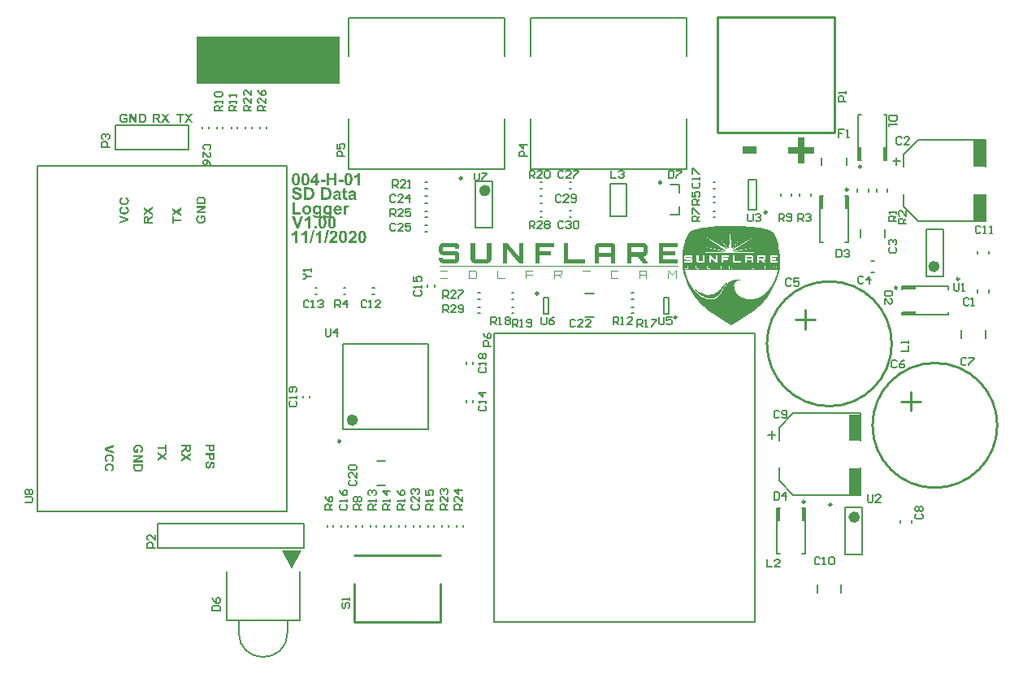
<source format=gto>
G04*
G04 #@! TF.GenerationSoftware,Altium Limited,Altium Designer,20.0.11 (256)*
G04*
G04 Layer_Color=65535*
%FSLAX25Y25*%
%MOIN*%
G70*
G01*
G75*
%ADD10C,0.00984*%
%ADD11C,0.02362*%
%ADD12C,0.01000*%
%ADD13C,0.00394*%
%ADD14C,0.00787*%
%ADD15C,0.00500*%
%ADD16C,0.00591*%
%ADD17R,0.01575X0.05512*%
%ADD18R,0.59055X0.19685*%
%ADD19R,0.05512X0.01575*%
%ADD20R,0.04921X0.11024*%
G36*
X287656Y162498D02*
X288796Y162478D01*
X289913Y162444D01*
X291005Y162397D01*
X292071Y162338D01*
X293107Y162268D01*
X293107Y162268D01*
X294111Y162185D01*
X294111D01*
X295081Y162092D01*
X296015Y161988D01*
X296015D01*
X296909Y161874D01*
X296909Y161874D01*
X297763Y161750D01*
X298574Y161617D01*
X298574D01*
X299339Y161475D01*
X300056Y161324D01*
X300056D01*
X300722Y161166D01*
X300722Y161166D01*
X301335Y161000D01*
X301335D01*
X301894Y160826D01*
X301894D01*
X302395Y160646D01*
X302836Y160460D01*
X303215Y160268D01*
X303530Y160071D01*
X303778Y159868D01*
X303957Y159661D01*
X304065Y159450D01*
X304230Y159116D01*
Y159116D01*
X304471Y158592D01*
X304765Y157888D01*
X304765Y157888D01*
X305092Y157018D01*
X305431Y155991D01*
X305761Y154819D01*
X306062Y153514D01*
Y153514D01*
X306313Y152086D01*
X306492Y150548D01*
X306579Y148910D01*
X306553Y147185D01*
X306553Y147183D01*
X306554Y147183D01*
X306396Y145382D01*
X306083Y143514D01*
X305594Y141592D01*
X304910Y139627D01*
X304009Y137630D01*
X302870Y135613D01*
X301473Y133588D01*
X299796Y131565D01*
X297819Y129556D01*
X295522Y127572D01*
X292882Y125625D01*
X289880Y123725D01*
X286495Y121884D01*
X286495Y121884D01*
X286494Y121884D01*
X286494Y121883D01*
X286494Y121883D01*
X286494Y121882D01*
X286494Y121882D01*
Y121881D01*
X283114Y123718D01*
X280113Y125617D01*
X277475Y127563D01*
X275178Y129546D01*
X273201Y131554D01*
X271525Y133575D01*
X270127Y135600D01*
X268988Y137615D01*
X268086Y139611D01*
X267401Y141575D01*
X266912Y143496D01*
X266598Y145364D01*
X266438Y147166D01*
X266412Y148891D01*
X266498Y150529D01*
X266677Y152067D01*
X266927Y153495D01*
X267227Y154800D01*
X267557Y155973D01*
X267896Y157001D01*
X268223Y157873D01*
X268223Y157873D01*
X268518Y158578D01*
X268759Y159105D01*
Y159105D01*
X268925Y159442D01*
X269092Y159659D01*
X269320Y159871D01*
X269607Y160078D01*
X269953Y160279D01*
X270355Y160474D01*
X270811Y160662D01*
X271320Y160844D01*
X271320Y160844D01*
X271881Y161018D01*
X272492Y161184D01*
X272492Y161184D01*
X273150Y161342D01*
X273150D01*
X273855Y161492D01*
X274605Y161633D01*
X275398Y161765D01*
X275398D01*
X276232Y161887D01*
X276232Y161887D01*
X277106Y162000D01*
X277106D01*
X278019Y162102D01*
X278019D01*
X278968Y162194D01*
X278968D01*
X279952Y162274D01*
X279952Y162274D01*
X280969Y162343D01*
X280969D01*
X282018Y162401D01*
X283097Y162446D01*
X284204Y162479D01*
X285338Y162499D01*
X286496Y162505D01*
X287656Y162498D01*
D02*
G37*
G36*
X173473Y155458D02*
X173889D01*
Y155320D01*
X174167D01*
Y155181D01*
X174444D01*
Y155042D01*
X174583D01*
Y154904D01*
X174721D01*
Y154765D01*
Y154626D01*
X174860D01*
Y154488D01*
Y154349D01*
X174999D01*
Y154210D01*
Y154071D01*
Y153933D01*
Y153794D01*
Y153655D01*
Y153517D01*
Y153378D01*
Y153239D01*
X175137D01*
Y153101D01*
X173334D01*
Y153239D01*
Y153378D01*
Y153517D01*
Y153655D01*
Y153794D01*
X168341D01*
Y153655D01*
Y153517D01*
Y153378D01*
Y153239D01*
Y153101D01*
Y152962D01*
Y152823D01*
Y152684D01*
Y152546D01*
Y152407D01*
Y152268D01*
Y152130D01*
X173889D01*
Y151991D01*
X174167D01*
Y151852D01*
X174444D01*
Y151714D01*
X174583D01*
Y151575D01*
X174721D01*
Y151436D01*
Y151297D01*
X174860D01*
Y151159D01*
Y151020D01*
X174999D01*
Y150881D01*
Y150743D01*
X175137D01*
Y150604D01*
X174999D01*
Y150465D01*
Y150327D01*
Y150188D01*
Y150049D01*
Y149910D01*
Y149772D01*
Y149633D01*
Y149494D01*
Y149355D01*
Y149217D01*
Y149078D01*
Y148939D01*
Y148801D01*
Y148662D01*
Y148523D01*
Y148385D01*
Y148246D01*
X174860D01*
Y148107D01*
Y147968D01*
X174721D01*
Y147830D01*
Y147691D01*
X174583D01*
Y147552D01*
X174444D01*
Y147414D01*
X174167D01*
Y147275D01*
X173889D01*
Y147136D01*
X167786D01*
Y147275D01*
X167509D01*
Y147414D01*
X167370D01*
Y147552D01*
X167093D01*
Y147691D01*
Y147830D01*
X166954D01*
Y147968D01*
Y148107D01*
X166815D01*
Y148246D01*
Y148385D01*
X166676D01*
Y148523D01*
Y148662D01*
Y148801D01*
Y148939D01*
Y149078D01*
Y149217D01*
Y149355D01*
Y149494D01*
X168341D01*
Y149355D01*
Y149217D01*
Y149078D01*
Y148939D01*
Y148801D01*
X173334D01*
Y148939D01*
Y149078D01*
Y149217D01*
Y149355D01*
Y149494D01*
Y149633D01*
Y149772D01*
Y149910D01*
Y150049D01*
Y150188D01*
Y150327D01*
Y150465D01*
X167925D01*
Y150604D01*
X167509D01*
Y150743D01*
X167370D01*
Y150881D01*
X167093D01*
Y151020D01*
Y151159D01*
X166954D01*
Y151297D01*
Y151436D01*
X166815D01*
Y151575D01*
Y151714D01*
X166676D01*
Y151852D01*
Y151991D01*
Y152130D01*
Y152268D01*
Y152407D01*
Y152546D01*
Y152684D01*
Y152823D01*
Y152962D01*
Y153101D01*
Y153239D01*
Y153378D01*
Y153517D01*
Y153655D01*
Y153794D01*
Y153933D01*
Y154071D01*
Y154210D01*
X166815D01*
Y154349D01*
Y154488D01*
Y154626D01*
X166954D01*
Y154765D01*
Y154904D01*
X167093D01*
Y155042D01*
X167231D01*
Y155181D01*
X167509D01*
Y155320D01*
X167786D01*
Y155458D01*
X168202D01*
Y155597D01*
X173473D01*
Y155458D01*
D02*
G37*
G36*
X201214D02*
X201353D01*
Y155320D01*
Y155181D01*
Y155042D01*
Y154904D01*
Y154765D01*
Y154626D01*
Y154488D01*
Y154349D01*
Y154210D01*
Y154071D01*
Y153933D01*
Y153794D01*
Y153655D01*
Y153517D01*
Y153378D01*
Y153239D01*
Y153101D01*
Y152962D01*
Y152823D01*
Y152684D01*
Y152546D01*
Y152407D01*
Y152268D01*
Y152130D01*
Y151991D01*
Y151852D01*
Y151714D01*
Y151575D01*
Y151436D01*
Y151297D01*
Y151159D01*
Y151020D01*
Y150881D01*
Y150743D01*
Y150604D01*
Y150465D01*
Y150327D01*
Y150188D01*
Y150049D01*
Y149910D01*
Y149772D01*
Y149633D01*
Y149494D01*
Y149355D01*
Y149217D01*
Y149078D01*
Y148939D01*
Y148801D01*
Y148662D01*
Y148523D01*
Y148385D01*
Y148246D01*
Y148107D01*
Y147968D01*
Y147830D01*
Y147691D01*
Y147552D01*
Y147414D01*
Y147275D01*
Y147136D01*
X199411D01*
Y147275D01*
Y147414D01*
X199272D01*
Y147552D01*
X199133D01*
Y147691D01*
X198995D01*
Y147830D01*
X198856D01*
Y147968D01*
X198717D01*
Y148107D01*
X198578D01*
Y148246D01*
Y148385D01*
X198440D01*
Y148523D01*
X198301D01*
Y148662D01*
Y148801D01*
X198024D01*
Y148939D01*
X197885D01*
Y149078D01*
X197746D01*
Y149217D01*
Y149355D01*
X197608D01*
Y149494D01*
X197469D01*
Y149633D01*
Y149772D01*
X197191D01*
Y149910D01*
X197053D01*
Y150049D01*
Y150188D01*
X196914D01*
Y150327D01*
X196775D01*
Y150465D01*
X196636D01*
Y150604D01*
X196498D01*
Y150743D01*
X196359D01*
Y150881D01*
X196221D01*
Y151020D01*
Y151159D01*
X196082D01*
Y151297D01*
X195943D01*
Y151436D01*
X195804D01*
Y151575D01*
Y151714D01*
X195527D01*
Y151852D01*
Y151991D01*
X195388D01*
Y152130D01*
X195249D01*
Y152268D01*
X195111D01*
Y152407D01*
Y152546D01*
X194972D01*
Y152684D01*
X194695D01*
Y152823D01*
X194556D01*
Y152684D01*
Y152546D01*
Y152407D01*
Y152268D01*
Y152130D01*
Y151991D01*
Y151852D01*
Y151714D01*
Y151575D01*
Y151436D01*
Y151297D01*
Y151159D01*
Y151020D01*
Y150881D01*
Y150743D01*
Y150604D01*
Y150465D01*
Y150327D01*
Y150188D01*
Y150049D01*
Y149910D01*
Y149772D01*
Y149633D01*
Y149494D01*
Y149355D01*
Y149217D01*
Y149078D01*
Y148939D01*
Y148801D01*
Y148662D01*
Y148523D01*
Y148385D01*
Y148246D01*
Y148107D01*
Y147968D01*
Y147830D01*
Y147691D01*
Y147552D01*
Y147414D01*
Y147275D01*
X194695D01*
Y147136D01*
X192892D01*
Y147275D01*
Y147414D01*
Y147552D01*
Y147691D01*
Y147830D01*
Y147968D01*
Y148107D01*
Y148246D01*
Y148385D01*
Y148523D01*
Y148662D01*
Y148801D01*
Y148939D01*
Y149078D01*
Y149217D01*
Y149355D01*
Y149494D01*
Y149633D01*
Y149772D01*
Y149910D01*
Y150049D01*
Y150188D01*
Y150327D01*
Y150465D01*
Y150604D01*
Y150743D01*
Y150881D01*
Y151020D01*
Y151159D01*
Y151297D01*
Y151436D01*
Y151575D01*
Y151714D01*
Y151852D01*
Y151991D01*
Y152130D01*
Y152268D01*
Y152407D01*
Y152546D01*
Y152684D01*
Y152823D01*
Y152962D01*
Y153101D01*
Y153239D01*
Y153378D01*
Y153517D01*
Y153655D01*
Y153794D01*
Y153933D01*
Y154071D01*
Y154210D01*
Y154349D01*
Y154488D01*
Y154626D01*
Y154765D01*
Y154904D01*
Y155042D01*
Y155181D01*
Y155320D01*
Y155458D01*
X193030D01*
Y155597D01*
X194695D01*
Y155458D01*
X194833D01*
Y155320D01*
Y155181D01*
X194972D01*
Y155042D01*
X195249D01*
Y154904D01*
Y154765D01*
X195388D01*
Y154626D01*
X195527D01*
Y154488D01*
X195666D01*
Y154349D01*
Y154210D01*
X195804D01*
Y154071D01*
X195943D01*
Y153933D01*
X196082D01*
Y153794D01*
X196221D01*
Y153655D01*
X196359D01*
Y153517D01*
X196498D01*
Y153378D01*
Y153239D01*
X196636D01*
Y153101D01*
X196775D01*
Y152962D01*
X196914D01*
Y152823D01*
X197053D01*
Y152684D01*
X197191D01*
Y152546D01*
Y152407D01*
X197330D01*
Y152268D01*
X197469D01*
Y152130D01*
X197608D01*
Y151991D01*
X197746D01*
Y151852D01*
X197885D01*
Y151714D01*
X198024D01*
Y151575D01*
Y151436D01*
X198162D01*
Y151297D01*
X198301D01*
Y151159D01*
X198440D01*
Y151020D01*
X198578D01*
Y150881D01*
X198717D01*
Y150743D01*
X198856D01*
Y150604D01*
Y150465D01*
X198995D01*
Y150327D01*
X199133D01*
Y150188D01*
Y150049D01*
X199411D01*
Y149910D01*
X199549D01*
Y150049D01*
Y150188D01*
Y150327D01*
Y150465D01*
Y150604D01*
Y150743D01*
Y150881D01*
Y151020D01*
Y151159D01*
Y151297D01*
Y151436D01*
Y151575D01*
Y151714D01*
Y151852D01*
Y151991D01*
Y152130D01*
Y152268D01*
Y152407D01*
Y152546D01*
Y152684D01*
Y152823D01*
Y152962D01*
Y153101D01*
Y153239D01*
Y153378D01*
Y153517D01*
Y153655D01*
Y153794D01*
Y153933D01*
Y154071D01*
Y154210D01*
Y154349D01*
Y154488D01*
Y154626D01*
Y154765D01*
Y154904D01*
Y155042D01*
Y155181D01*
Y155320D01*
Y155458D01*
X199688D01*
Y155597D01*
X201214D01*
Y155458D01*
D02*
G37*
G36*
X188176D02*
Y155320D01*
Y155181D01*
Y155042D01*
Y154904D01*
Y154765D01*
Y154626D01*
Y154488D01*
Y154349D01*
Y154210D01*
Y154071D01*
Y153933D01*
Y153794D01*
Y153655D01*
Y153517D01*
Y153378D01*
Y153239D01*
Y153101D01*
Y152962D01*
Y152823D01*
Y152684D01*
Y152546D01*
Y152407D01*
Y152268D01*
Y152130D01*
Y151991D01*
Y151852D01*
Y151714D01*
Y151575D01*
Y151436D01*
Y151297D01*
Y151159D01*
Y151020D01*
Y150881D01*
Y150743D01*
Y150604D01*
Y150465D01*
Y150327D01*
Y150188D01*
Y150049D01*
Y149910D01*
Y149772D01*
Y149633D01*
Y149494D01*
Y149355D01*
Y149217D01*
Y149078D01*
Y148939D01*
Y148801D01*
Y148662D01*
Y148523D01*
Y148385D01*
X188037D01*
Y148246D01*
Y148107D01*
X187898D01*
Y147968D01*
Y147830D01*
X187759D01*
Y147691D01*
X187621D01*
Y147552D01*
X187482D01*
Y147414D01*
X187205D01*
Y147275D01*
X186927D01*
Y147136D01*
X180963D01*
Y147275D01*
X180686D01*
Y147414D01*
X180408D01*
Y147552D01*
X180270D01*
Y147691D01*
X180131D01*
Y147830D01*
X179992D01*
Y147968D01*
Y148107D01*
X179853D01*
Y148246D01*
Y148385D01*
Y148523D01*
X179715D01*
Y148662D01*
Y148801D01*
Y148939D01*
Y149078D01*
Y149217D01*
Y149355D01*
Y149494D01*
Y149633D01*
Y149772D01*
Y149910D01*
Y150049D01*
Y150188D01*
Y150327D01*
Y150465D01*
Y150604D01*
Y150743D01*
Y150881D01*
Y151020D01*
Y151159D01*
Y151297D01*
Y151436D01*
Y151575D01*
Y151714D01*
Y151852D01*
Y151991D01*
Y152130D01*
Y152268D01*
Y152407D01*
Y152546D01*
Y152684D01*
Y152823D01*
Y152962D01*
Y153101D01*
Y153239D01*
Y153378D01*
Y153517D01*
Y153655D01*
Y153794D01*
Y153933D01*
Y154071D01*
Y154210D01*
Y154349D01*
Y154488D01*
Y154626D01*
Y154765D01*
Y154904D01*
Y155042D01*
Y155181D01*
Y155320D01*
Y155458D01*
X179853D01*
Y155597D01*
X181379D01*
Y155458D01*
X181518D01*
Y155320D01*
Y155181D01*
Y155042D01*
Y154904D01*
Y154765D01*
Y154626D01*
Y154488D01*
Y154349D01*
Y154210D01*
Y154071D01*
Y153933D01*
Y153794D01*
Y153655D01*
Y153517D01*
Y153378D01*
Y153239D01*
Y153101D01*
Y152962D01*
Y152823D01*
Y152684D01*
Y152546D01*
Y152407D01*
Y152268D01*
Y152130D01*
Y151991D01*
Y151852D01*
Y151714D01*
Y151575D01*
Y151436D01*
Y151297D01*
Y151159D01*
Y151020D01*
Y150881D01*
Y150743D01*
Y150604D01*
Y150465D01*
Y150327D01*
Y150188D01*
Y150049D01*
Y149910D01*
Y149772D01*
Y149633D01*
Y149494D01*
Y149355D01*
Y149217D01*
Y149078D01*
Y148939D01*
Y148801D01*
X186372D01*
Y148939D01*
Y149078D01*
Y149217D01*
Y149355D01*
Y149494D01*
Y149633D01*
Y149772D01*
Y149910D01*
Y150049D01*
Y150188D01*
Y150327D01*
Y150465D01*
Y150604D01*
Y150743D01*
Y150881D01*
Y151020D01*
Y151159D01*
Y151297D01*
Y151436D01*
Y151575D01*
Y151714D01*
Y151852D01*
Y151991D01*
Y152130D01*
Y152268D01*
Y152407D01*
Y152546D01*
Y152684D01*
Y152823D01*
Y152962D01*
Y153101D01*
Y153239D01*
Y153378D01*
Y153517D01*
Y153655D01*
Y153794D01*
Y153933D01*
Y154071D01*
Y154210D01*
Y154349D01*
Y154488D01*
Y154626D01*
Y154765D01*
Y154904D01*
Y155042D01*
Y155181D01*
Y155320D01*
Y155458D01*
X186511D01*
Y155597D01*
X188176D01*
Y155458D01*
D02*
G37*
G36*
X264601D02*
Y155320D01*
Y155181D01*
Y155042D01*
Y154904D01*
Y154765D01*
Y154626D01*
Y154488D01*
Y154349D01*
Y154210D01*
Y154071D01*
Y153933D01*
Y153794D01*
X258637D01*
Y153655D01*
Y153517D01*
Y153378D01*
Y153239D01*
Y153101D01*
Y152962D01*
Y152823D01*
Y152684D01*
Y152546D01*
Y152407D01*
Y152268D01*
X258776D01*
Y152130D01*
X263492D01*
Y151991D01*
Y151852D01*
Y151714D01*
Y151575D01*
Y151436D01*
Y151297D01*
Y151159D01*
Y151020D01*
Y150881D01*
Y150743D01*
Y150604D01*
Y150465D01*
X258637D01*
Y150327D01*
Y150188D01*
Y150049D01*
Y149910D01*
Y149772D01*
Y149633D01*
Y149494D01*
Y149355D01*
Y149217D01*
Y149078D01*
Y148939D01*
Y148801D01*
X264601D01*
Y148662D01*
Y148523D01*
Y148385D01*
Y148246D01*
Y148107D01*
Y147968D01*
Y147830D01*
Y147691D01*
Y147552D01*
Y147414D01*
Y147275D01*
Y147136D01*
X256973D01*
Y147275D01*
Y147414D01*
Y147552D01*
Y147691D01*
Y147830D01*
Y147968D01*
Y148107D01*
Y148246D01*
Y148385D01*
Y148523D01*
Y148662D01*
Y148801D01*
Y148939D01*
Y149078D01*
Y149217D01*
Y149355D01*
Y149494D01*
Y149633D01*
Y149772D01*
Y149910D01*
Y150049D01*
Y150188D01*
Y150327D01*
Y150465D01*
Y150604D01*
Y150743D01*
Y150881D01*
Y151020D01*
Y151159D01*
Y151297D01*
Y151436D01*
Y151575D01*
Y151714D01*
Y151852D01*
Y151991D01*
Y152130D01*
Y152268D01*
Y152407D01*
Y152546D01*
Y152684D01*
Y152823D01*
Y152962D01*
Y153101D01*
Y153239D01*
Y153378D01*
Y153517D01*
Y153655D01*
Y153794D01*
Y153933D01*
Y154071D01*
Y154210D01*
Y154349D01*
Y154488D01*
Y154626D01*
Y154765D01*
Y154904D01*
Y155042D01*
Y155181D01*
Y155320D01*
Y155458D01*
Y155597D01*
X264601D01*
Y155458D01*
D02*
G37*
G36*
X250454D02*
X251009D01*
Y155320D01*
X251286D01*
Y155181D01*
X251563D01*
Y155042D01*
X251702D01*
Y154904D01*
X251841D01*
Y154765D01*
Y154626D01*
X251979D01*
Y154488D01*
Y154349D01*
X252118D01*
Y154210D01*
Y154071D01*
X252257D01*
Y153933D01*
X252118D01*
Y153794D01*
Y153655D01*
Y153517D01*
Y153378D01*
Y153239D01*
Y153101D01*
Y152962D01*
Y152823D01*
Y152684D01*
Y152546D01*
Y152407D01*
Y152268D01*
Y152130D01*
Y151991D01*
Y151852D01*
Y151714D01*
Y151575D01*
Y151436D01*
X252257D01*
Y151297D01*
X252118D01*
Y151159D01*
Y151020D01*
X251979D01*
Y150881D01*
Y150743D01*
X251841D01*
Y150604D01*
Y150465D01*
X251702D01*
Y150327D01*
X251563D01*
Y150188D01*
X251286D01*
Y150049D01*
X250870D01*
Y149910D01*
X250315D01*
Y149772D01*
Y149633D01*
X250592D01*
Y149494D01*
X250731D01*
Y149355D01*
X250870D01*
Y149217D01*
X251009D01*
Y149078D01*
Y148939D01*
X251147D01*
Y148801D01*
X251286D01*
Y148662D01*
X251425D01*
Y148523D01*
X251563D01*
Y148385D01*
Y148246D01*
X251702D01*
Y148107D01*
X251841D01*
Y147968D01*
X251979D01*
Y147830D01*
X252118D01*
Y147691D01*
X252257D01*
Y147552D01*
X252118D01*
Y147414D01*
Y147275D01*
X252257D01*
Y147136D01*
X250315D01*
Y147275D01*
X250176D01*
Y147414D01*
X250038D01*
Y147552D01*
Y147691D01*
X249899D01*
Y147830D01*
X249760D01*
Y147968D01*
X249622D01*
Y148107D01*
X249483D01*
Y148246D01*
X249344D01*
Y148385D01*
Y148523D01*
X249205D01*
Y148662D01*
X249067D01*
Y148801D01*
X248928D01*
Y148939D01*
X248789D01*
Y149078D01*
X248651D01*
Y149217D01*
X248512D01*
Y149355D01*
Y149494D01*
X248373D01*
Y149633D01*
X248234D01*
Y149772D01*
X248096D01*
Y149910D01*
X245599D01*
Y149772D01*
Y149633D01*
Y149494D01*
Y149355D01*
Y149217D01*
Y149078D01*
Y148939D01*
Y148801D01*
Y148662D01*
Y148523D01*
Y148385D01*
Y148246D01*
Y148107D01*
Y147968D01*
Y147830D01*
Y147691D01*
Y147552D01*
Y147414D01*
Y147275D01*
Y147136D01*
X243796D01*
Y147275D01*
Y147414D01*
Y147552D01*
Y147691D01*
Y147830D01*
Y147968D01*
Y148107D01*
Y148246D01*
Y148385D01*
Y148523D01*
Y148662D01*
Y148801D01*
Y148939D01*
Y149078D01*
Y149217D01*
Y149355D01*
Y149494D01*
Y149633D01*
Y149772D01*
Y149910D01*
Y150049D01*
Y150188D01*
Y150327D01*
Y150465D01*
Y150604D01*
Y150743D01*
Y150881D01*
Y151020D01*
Y151159D01*
Y151297D01*
Y151436D01*
Y151575D01*
Y151714D01*
Y151852D01*
Y151991D01*
Y152130D01*
Y152268D01*
Y152407D01*
Y152546D01*
Y152684D01*
Y152823D01*
Y152962D01*
Y153101D01*
Y153239D01*
Y153378D01*
Y153517D01*
Y153655D01*
Y153794D01*
Y153933D01*
Y154071D01*
Y154210D01*
Y154349D01*
Y154488D01*
Y154626D01*
Y154765D01*
Y154904D01*
Y155042D01*
Y155181D01*
Y155320D01*
Y155458D01*
Y155597D01*
X250454D01*
Y155458D01*
D02*
G37*
G36*
X237416D02*
X237832D01*
Y155320D01*
X238248D01*
Y155181D01*
X238386D01*
Y155042D01*
X238525D01*
Y154904D01*
X238664D01*
Y154765D01*
X238803D01*
Y154626D01*
Y154488D01*
Y154349D01*
X238941D01*
Y154210D01*
Y154071D01*
Y153933D01*
Y153794D01*
Y153655D01*
Y153517D01*
Y153378D01*
Y153239D01*
Y153101D01*
Y152962D01*
Y152823D01*
Y152684D01*
Y152546D01*
Y152407D01*
Y152268D01*
Y152130D01*
Y151991D01*
Y151852D01*
Y151714D01*
Y151575D01*
Y151436D01*
Y151297D01*
Y151159D01*
Y151020D01*
Y150881D01*
Y150743D01*
Y150604D01*
Y150465D01*
Y150327D01*
Y150188D01*
Y150049D01*
Y149910D01*
Y149772D01*
Y149633D01*
Y149494D01*
Y149355D01*
Y149217D01*
Y149078D01*
Y148939D01*
Y148801D01*
Y148662D01*
Y148523D01*
Y148385D01*
Y148246D01*
Y148107D01*
Y147968D01*
Y147830D01*
Y147691D01*
Y147552D01*
Y147414D01*
Y147275D01*
Y147136D01*
X237277D01*
Y147275D01*
Y147414D01*
Y147552D01*
Y147691D01*
Y147830D01*
Y147968D01*
Y148107D01*
Y148246D01*
Y148385D01*
Y148523D01*
Y148662D01*
Y148801D01*
Y148939D01*
Y149078D01*
Y149217D01*
Y149355D01*
Y149494D01*
Y149633D01*
Y149772D01*
Y149910D01*
X232283D01*
Y149772D01*
Y149633D01*
Y149494D01*
Y149355D01*
Y149217D01*
Y149078D01*
Y148939D01*
Y148801D01*
Y148662D01*
Y148523D01*
Y148385D01*
Y148246D01*
Y148107D01*
Y147968D01*
Y147830D01*
Y147691D01*
Y147552D01*
Y147414D01*
Y147275D01*
Y147136D01*
X230619D01*
Y147275D01*
Y147414D01*
Y147552D01*
Y147691D01*
Y147830D01*
Y147968D01*
Y148107D01*
Y148246D01*
Y148385D01*
Y148523D01*
Y148662D01*
Y148801D01*
Y148939D01*
Y149078D01*
Y149217D01*
Y149355D01*
Y149494D01*
Y149633D01*
Y149772D01*
Y149910D01*
Y150049D01*
Y150188D01*
Y150327D01*
Y150465D01*
Y150604D01*
Y150743D01*
Y150881D01*
Y151020D01*
Y151159D01*
Y151297D01*
Y151436D01*
Y151575D01*
Y151714D01*
Y151852D01*
Y151991D01*
Y152130D01*
Y152268D01*
Y152407D01*
Y152546D01*
Y152684D01*
Y152823D01*
Y152962D01*
Y153101D01*
Y153239D01*
Y153378D01*
Y153517D01*
Y153655D01*
Y153794D01*
Y153933D01*
Y154071D01*
Y154210D01*
Y154349D01*
X230758D01*
Y154488D01*
Y154626D01*
Y154765D01*
X230896D01*
Y154904D01*
X231035D01*
Y155042D01*
X231174D01*
Y155181D01*
X231451D01*
Y155320D01*
X231729D01*
Y155458D01*
X232145D01*
Y155597D01*
X237416D01*
Y155458D01*
D02*
G37*
G36*
X219661D02*
Y155320D01*
Y155181D01*
Y155042D01*
Y154904D01*
Y154765D01*
Y154626D01*
Y154488D01*
Y154349D01*
Y154210D01*
Y154071D01*
Y153933D01*
Y153794D01*
Y153655D01*
Y153517D01*
Y153378D01*
Y153239D01*
Y153101D01*
Y152962D01*
Y152823D01*
Y152684D01*
Y152546D01*
Y152407D01*
Y152268D01*
Y152130D01*
Y151991D01*
Y151852D01*
Y151714D01*
Y151575D01*
Y151436D01*
Y151297D01*
Y151159D01*
Y151020D01*
Y150881D01*
Y150743D01*
Y150604D01*
Y150465D01*
Y150327D01*
Y150188D01*
Y150049D01*
Y149910D01*
Y149772D01*
Y149633D01*
Y149494D01*
Y149355D01*
Y149217D01*
Y149078D01*
Y148939D01*
Y148801D01*
X226458D01*
Y148662D01*
Y148523D01*
Y148385D01*
Y148246D01*
Y148107D01*
Y147968D01*
Y147830D01*
Y147691D01*
Y147552D01*
Y147414D01*
Y147275D01*
Y147136D01*
X217997D01*
Y147275D01*
Y147414D01*
Y147552D01*
Y147691D01*
Y147830D01*
Y147968D01*
Y148107D01*
Y148246D01*
Y148385D01*
Y148523D01*
Y148662D01*
Y148801D01*
Y148939D01*
Y149078D01*
Y149217D01*
Y149355D01*
Y149494D01*
Y149633D01*
Y149772D01*
Y149910D01*
Y150049D01*
Y150188D01*
Y150327D01*
Y150465D01*
Y150604D01*
Y150743D01*
Y150881D01*
Y151020D01*
Y151159D01*
Y151297D01*
Y151436D01*
Y151575D01*
Y151714D01*
Y151852D01*
Y151991D01*
Y152130D01*
Y152268D01*
Y152407D01*
Y152546D01*
Y152684D01*
Y152823D01*
Y152962D01*
Y153101D01*
Y153239D01*
Y153378D01*
Y153517D01*
Y153655D01*
Y153794D01*
Y153933D01*
Y154071D01*
Y154210D01*
Y154349D01*
Y154488D01*
Y154626D01*
Y154765D01*
Y154904D01*
Y155042D01*
Y155181D01*
Y155320D01*
Y155458D01*
Y155597D01*
X219661D01*
Y155458D01*
D02*
G37*
G36*
X213836D02*
Y155320D01*
Y155181D01*
Y155042D01*
Y154904D01*
Y154765D01*
Y154626D01*
Y154488D01*
Y154349D01*
Y154210D01*
Y154071D01*
Y153933D01*
Y153794D01*
X207872D01*
Y153655D01*
Y153517D01*
Y153378D01*
Y153239D01*
Y153101D01*
Y152962D01*
Y152823D01*
Y152684D01*
Y152546D01*
Y152407D01*
Y152268D01*
Y152130D01*
X212726D01*
Y151991D01*
Y151852D01*
Y151714D01*
Y151575D01*
Y151436D01*
Y151297D01*
Y151159D01*
Y151020D01*
Y150881D01*
Y150743D01*
Y150604D01*
Y150465D01*
X207872D01*
Y150327D01*
Y150188D01*
Y150049D01*
Y149910D01*
Y149772D01*
Y149633D01*
Y149494D01*
Y149355D01*
Y149217D01*
Y149078D01*
Y148939D01*
Y148801D01*
Y148662D01*
Y148523D01*
Y148385D01*
Y148246D01*
Y148107D01*
Y147968D01*
Y147830D01*
Y147691D01*
Y147552D01*
Y147414D01*
Y147275D01*
Y147136D01*
X206068D01*
Y147275D01*
Y147414D01*
Y147552D01*
Y147691D01*
Y147830D01*
Y147968D01*
Y148107D01*
Y148246D01*
Y148385D01*
Y148523D01*
Y148662D01*
Y148801D01*
Y148939D01*
Y149078D01*
Y149217D01*
Y149355D01*
Y149494D01*
Y149633D01*
Y149772D01*
Y149910D01*
Y150049D01*
Y150188D01*
Y150327D01*
Y150465D01*
Y150604D01*
Y150743D01*
Y150881D01*
Y151020D01*
Y151159D01*
Y151297D01*
Y151436D01*
Y151575D01*
Y151714D01*
Y151852D01*
Y151991D01*
Y152130D01*
Y152268D01*
Y152407D01*
Y152546D01*
Y152684D01*
Y152823D01*
Y152962D01*
Y153101D01*
Y153239D01*
Y153378D01*
Y153517D01*
Y153655D01*
Y153794D01*
Y153933D01*
Y154071D01*
Y154210D01*
Y154349D01*
Y154488D01*
Y154626D01*
Y154765D01*
Y154904D01*
Y155042D01*
Y155181D01*
Y155320D01*
Y155458D01*
X206207D01*
Y155597D01*
X213836D01*
Y155458D01*
D02*
G37*
G36*
X264740Y145888D02*
Y145749D01*
Y145610D01*
X166815D01*
Y145749D01*
Y145888D01*
Y146027D01*
X264740D01*
Y145888D01*
D02*
G37*
G36*
X170005Y143946D02*
X170144D01*
Y143807D01*
X170283D01*
Y143669D01*
Y143530D01*
X170144D01*
Y143669D01*
X170005D01*
Y143807D01*
X167370D01*
Y143669D01*
Y143530D01*
Y143391D01*
Y143253D01*
Y143114D01*
Y142975D01*
Y142836D01*
Y142698D01*
Y142559D01*
X170144D01*
Y142420D01*
X170283D01*
Y142282D01*
Y142143D01*
Y142004D01*
Y141866D01*
Y141727D01*
Y141588D01*
Y141449D01*
Y141311D01*
Y141172D01*
Y141033D01*
X170144D01*
Y140895D01*
X169867D01*
Y140756D01*
X167509D01*
Y140895D01*
X167370D01*
Y141033D01*
X167231D01*
Y141172D01*
X167093D01*
Y141311D01*
Y141449D01*
X167370D01*
Y141311D01*
Y141172D01*
X170144D01*
Y141311D01*
Y141449D01*
Y141588D01*
Y141727D01*
Y141866D01*
Y142004D01*
Y142143D01*
Y142282D01*
X167509D01*
Y142420D01*
X167231D01*
Y142559D01*
X167093D01*
Y142698D01*
Y142836D01*
Y142975D01*
Y143114D01*
Y143253D01*
Y143391D01*
Y143530D01*
Y143669D01*
Y143807D01*
X167231D01*
Y143946D01*
X167509D01*
Y144085D01*
X170005D01*
Y143946D01*
D02*
G37*
G36*
X260995D02*
X261134D01*
Y143807D01*
Y143669D01*
X261411D01*
Y143530D01*
X261550D01*
Y143391D01*
Y143253D01*
X261689D01*
Y143114D01*
X261827D01*
Y142975D01*
X261966D01*
Y142836D01*
Y142698D01*
X262105D01*
Y142559D01*
X262382D01*
Y142420D01*
X262521D01*
Y142559D01*
X262660D01*
Y142698D01*
X262798D01*
Y142836D01*
Y142975D01*
X262937D01*
Y143114D01*
X263076D01*
Y143253D01*
X263214D01*
Y143391D01*
X263353D01*
Y143530D01*
X263492D01*
Y143669D01*
X263631D01*
Y143530D01*
Y143391D01*
X263492D01*
Y143253D01*
X263353D01*
Y143114D01*
Y142975D01*
X263214D01*
Y142836D01*
X263076D01*
Y142698D01*
X262937D01*
Y142559D01*
X262798D01*
Y142420D01*
X262660D01*
Y142282D01*
X262521D01*
Y142143D01*
Y142004D01*
X262244D01*
Y142143D01*
Y142282D01*
X262105D01*
Y142420D01*
X261966D01*
Y142559D01*
Y142698D01*
X261689D01*
Y142836D01*
X261550D01*
Y142975D01*
Y143114D01*
X261411D01*
Y143253D01*
X261273D01*
Y143391D01*
X261134D01*
Y143530D01*
Y143669D01*
X260718D01*
Y143530D01*
Y143391D01*
X260856D01*
Y143253D01*
Y143114D01*
Y142975D01*
Y142836D01*
Y142698D01*
Y142559D01*
Y142420D01*
Y142282D01*
Y142143D01*
Y142004D01*
Y141866D01*
Y141727D01*
Y141588D01*
Y141449D01*
Y141311D01*
Y141172D01*
Y141033D01*
Y140895D01*
Y140756D01*
X260579D01*
Y140895D01*
Y141033D01*
Y141172D01*
Y141311D01*
Y141449D01*
Y141588D01*
Y141727D01*
Y141866D01*
Y142004D01*
Y142143D01*
Y142282D01*
Y142420D01*
Y142559D01*
Y142698D01*
Y142836D01*
Y142975D01*
Y143114D01*
Y143253D01*
Y143391D01*
Y143530D01*
Y143669D01*
Y143807D01*
Y143946D01*
Y144085D01*
X260995D01*
Y143946D01*
D02*
G37*
G36*
X264324D02*
Y143807D01*
Y143669D01*
Y143530D01*
Y143391D01*
Y143253D01*
Y143114D01*
Y142975D01*
Y142836D01*
Y142698D01*
Y142559D01*
Y142420D01*
Y142282D01*
Y142143D01*
Y142004D01*
Y141866D01*
Y141727D01*
Y141588D01*
Y141449D01*
Y141311D01*
Y141172D01*
Y141033D01*
Y140895D01*
X264185D01*
Y140756D01*
X264047D01*
Y140895D01*
Y141033D01*
Y141172D01*
Y141311D01*
Y141449D01*
Y141588D01*
Y141727D01*
Y141866D01*
Y142004D01*
Y142143D01*
Y142282D01*
Y142420D01*
Y142559D01*
Y142698D01*
Y142836D01*
Y142975D01*
Y143114D01*
Y143253D01*
Y143391D01*
Y143530D01*
Y143669D01*
X263631D01*
Y143807D01*
Y143946D01*
X263769D01*
Y144085D01*
X264324D01*
Y143946D01*
D02*
G37*
G36*
X251702D02*
X251841D01*
Y143807D01*
Y143669D01*
X251979D01*
Y143530D01*
Y143391D01*
Y143253D01*
Y143114D01*
Y142975D01*
Y142836D01*
Y142698D01*
Y142559D01*
Y142420D01*
Y142282D01*
Y142143D01*
Y142004D01*
Y141866D01*
Y141727D01*
Y141588D01*
Y141449D01*
Y141311D01*
Y141172D01*
Y141033D01*
Y140895D01*
Y140756D01*
X251702D01*
Y140895D01*
Y141033D01*
Y141172D01*
Y141311D01*
Y141449D01*
Y141588D01*
Y141727D01*
Y141866D01*
Y142004D01*
X249067D01*
Y141866D01*
Y141727D01*
Y141588D01*
Y141449D01*
Y141311D01*
Y141172D01*
Y141033D01*
Y140895D01*
X248928D01*
Y140756D01*
X248789D01*
Y140895D01*
Y141033D01*
Y141172D01*
Y141311D01*
Y141449D01*
Y141588D01*
Y141727D01*
Y141866D01*
Y142004D01*
Y142143D01*
Y142282D01*
Y142420D01*
Y142559D01*
Y142698D01*
Y142836D01*
Y142975D01*
Y143114D01*
Y143253D01*
Y143391D01*
Y143530D01*
Y143669D01*
Y143807D01*
Y143946D01*
X249067D01*
Y144085D01*
X251702D01*
Y143946D01*
D02*
G37*
G36*
X240190D02*
Y143807D01*
X237554D01*
Y143669D01*
Y143530D01*
Y143391D01*
Y143253D01*
Y143114D01*
Y142975D01*
Y142836D01*
Y142698D01*
Y142559D01*
X239635D01*
Y142420D01*
Y142282D01*
X237554D01*
Y142143D01*
Y142004D01*
Y141866D01*
Y141727D01*
Y141588D01*
Y141449D01*
Y141311D01*
Y141172D01*
X240190D01*
Y141033D01*
Y140895D01*
Y140756D01*
X237277D01*
Y140895D01*
Y141033D01*
Y141172D01*
Y141311D01*
Y141449D01*
Y141588D01*
Y141727D01*
Y141866D01*
Y142004D01*
Y142143D01*
Y142282D01*
Y142420D01*
Y142559D01*
Y142698D01*
Y142836D01*
Y142975D01*
Y143114D01*
Y143253D01*
Y143391D01*
Y143530D01*
Y143669D01*
Y143807D01*
Y143946D01*
Y144085D01*
X240190D01*
Y143946D01*
D02*
G37*
G36*
X228816D02*
Y143807D01*
X227290D01*
Y143669D01*
Y143530D01*
Y143391D01*
Y143253D01*
Y143114D01*
Y142975D01*
Y142836D01*
Y142698D01*
Y142559D01*
Y142420D01*
Y142282D01*
Y142143D01*
Y142004D01*
Y141866D01*
Y141727D01*
Y141588D01*
Y141449D01*
Y141311D01*
Y141172D01*
Y141033D01*
Y140895D01*
Y140756D01*
X227151D01*
Y140895D01*
Y141033D01*
Y141172D01*
Y141311D01*
Y141449D01*
Y141588D01*
Y141727D01*
Y141866D01*
Y142004D01*
Y142143D01*
Y142282D01*
Y142420D01*
Y142559D01*
Y142698D01*
Y142836D01*
Y142975D01*
Y143114D01*
Y143253D01*
Y143391D01*
Y143530D01*
Y143669D01*
Y143807D01*
X225626D01*
Y143946D01*
Y144085D01*
X228816D01*
Y143946D01*
D02*
G37*
G36*
X216887D02*
X217165D01*
Y143807D01*
Y143669D01*
Y143530D01*
Y143391D01*
Y143253D01*
Y143114D01*
Y142975D01*
Y142836D01*
Y142698D01*
Y142559D01*
Y142420D01*
Y142282D01*
X217026D01*
Y142143D01*
X216194D01*
Y142004D01*
Y141866D01*
X216333D01*
Y141727D01*
X216471D01*
Y141588D01*
X216610D01*
Y141449D01*
Y141311D01*
X216749D01*
Y141172D01*
X216887D01*
Y141033D01*
X217026D01*
Y140895D01*
X217165D01*
Y140756D01*
X216887D01*
Y140895D01*
X216749D01*
Y141033D01*
X216610D01*
Y141172D01*
X216471D01*
Y141311D01*
X216333D01*
Y141449D01*
X216194D01*
Y141588D01*
Y141727D01*
X216055D01*
Y141866D01*
X215916D01*
Y142004D01*
X215778D01*
Y142143D01*
X214252D01*
Y142004D01*
Y141866D01*
Y141727D01*
Y141588D01*
Y141449D01*
Y141311D01*
Y141172D01*
Y141033D01*
Y140895D01*
Y140756D01*
X214113D01*
Y140895D01*
X213974D01*
Y141033D01*
Y141172D01*
Y141311D01*
Y141449D01*
Y141588D01*
Y141727D01*
Y141866D01*
Y142004D01*
Y142143D01*
Y142282D01*
Y142420D01*
Y142559D01*
Y142698D01*
Y142836D01*
Y142975D01*
Y143114D01*
Y143253D01*
Y143391D01*
Y143530D01*
Y143669D01*
Y143807D01*
Y143946D01*
Y144085D01*
X216887D01*
Y143946D01*
D02*
G37*
G36*
X205098D02*
X205375D01*
Y143807D01*
Y143669D01*
Y143530D01*
Y143391D01*
Y143253D01*
Y143114D01*
Y142975D01*
Y142836D01*
Y142698D01*
Y142559D01*
Y142420D01*
Y142282D01*
Y142143D01*
Y142004D01*
Y141866D01*
Y141727D01*
Y141588D01*
Y141449D01*
Y141311D01*
Y141172D01*
Y141033D01*
Y140895D01*
Y140756D01*
X205236D01*
Y140895D01*
Y141033D01*
Y141172D01*
Y141311D01*
Y141449D01*
Y141588D01*
Y141727D01*
Y141866D01*
Y142004D01*
X202462D01*
Y141866D01*
Y141727D01*
Y141588D01*
Y141449D01*
Y141311D01*
Y141172D01*
Y141033D01*
Y140895D01*
Y140756D01*
X202185D01*
Y140895D01*
Y141033D01*
Y141172D01*
Y141311D01*
Y141449D01*
Y141588D01*
Y141727D01*
Y141866D01*
Y142004D01*
Y142143D01*
Y142282D01*
Y142420D01*
Y142559D01*
Y142698D01*
Y142836D01*
Y142975D01*
Y143114D01*
Y143253D01*
Y143391D01*
Y143530D01*
Y143669D01*
X202323D01*
Y143807D01*
Y143946D01*
X202601D01*
Y144085D01*
X205098D01*
Y143946D01*
D02*
G37*
G36*
X190950D02*
Y143807D01*
Y143669D01*
Y143530D01*
Y143391D01*
Y143253D01*
Y143114D01*
Y142975D01*
Y142836D01*
Y142698D01*
Y142559D01*
Y142420D01*
Y142282D01*
Y142143D01*
Y142004D01*
Y141866D01*
Y141727D01*
Y141588D01*
Y141449D01*
Y141311D01*
Y141172D01*
X193862D01*
Y141033D01*
Y140895D01*
Y140756D01*
X190672D01*
Y140895D01*
Y141033D01*
Y141172D01*
Y141311D01*
Y141449D01*
Y141588D01*
Y141727D01*
Y141866D01*
Y142004D01*
Y142143D01*
Y142282D01*
Y142420D01*
Y142559D01*
Y142698D01*
Y142836D01*
Y142975D01*
Y143114D01*
Y143253D01*
Y143391D01*
Y143530D01*
Y143669D01*
Y143807D01*
Y143946D01*
Y144085D01*
X190950D01*
Y143946D01*
D02*
G37*
G36*
X181795D02*
X181934D01*
Y143807D01*
X182073D01*
Y143669D01*
Y143530D01*
Y143391D01*
Y143253D01*
Y143114D01*
Y142975D01*
Y142836D01*
Y142698D01*
Y142559D01*
Y142420D01*
Y142282D01*
Y142143D01*
Y142004D01*
Y141866D01*
Y141727D01*
Y141588D01*
Y141449D01*
Y141311D01*
Y141172D01*
Y141033D01*
X181934D01*
Y140895D01*
X181657D01*
Y140756D01*
X179299D01*
Y140895D01*
X179021D01*
Y141033D01*
X178882D01*
Y141172D01*
Y141311D01*
Y141449D01*
Y141588D01*
Y141727D01*
Y141866D01*
Y142004D01*
Y142143D01*
Y142282D01*
Y142420D01*
Y142559D01*
Y142698D01*
Y142836D01*
Y142975D01*
Y143114D01*
Y143253D01*
Y143391D01*
Y143530D01*
Y143669D01*
Y143807D01*
X179021D01*
Y143946D01*
X179160D01*
Y144085D01*
X181795D01*
Y143946D01*
D02*
G37*
G36*
X106299Y21654D02*
X102362Y29528D01*
X110236D01*
X106299Y21654D01*
D02*
G37*
G36*
X131362Y160578D02*
X131428Y160571D01*
X131501Y160564D01*
X131581Y160549D01*
X131668Y160535D01*
X131858Y160484D01*
X132047Y160411D01*
X132150Y160367D01*
X132237Y160316D01*
X132332Y160250D01*
X132412Y160177D01*
X132419Y160170D01*
X132434Y160163D01*
X132448Y160134D01*
X132478Y160105D01*
X132514Y160068D01*
X132551Y160017D01*
X132587Y159966D01*
X132631Y159900D01*
X132704Y159755D01*
X132776Y159587D01*
X132806Y159492D01*
X132820Y159390D01*
X132835Y159281D01*
X132842Y159171D01*
Y159157D01*
Y159113D01*
X132835Y159047D01*
X132827Y158967D01*
X132813Y158865D01*
X132791Y158756D01*
X132762Y158639D01*
X132718Y158523D01*
X132711Y158508D01*
X132696Y158472D01*
X132667Y158406D01*
X132623Y158326D01*
X132572Y158231D01*
X132507Y158122D01*
X132427Y158005D01*
X132332Y157881D01*
X132325Y157874D01*
X132295Y157837D01*
X132252Y157786D01*
X132186Y157713D01*
X132098Y157626D01*
X131989Y157509D01*
X131858Y157385D01*
X131698Y157232D01*
X131690Y157225D01*
X131676Y157218D01*
X131654Y157196D01*
X131625Y157167D01*
X131544Y157094D01*
X131450Y157006D01*
X131355Y156912D01*
X131260Y156817D01*
X131173Y156737D01*
X131143Y156700D01*
X131114Y156671D01*
X131107Y156664D01*
X131093Y156649D01*
X131071Y156620D01*
X131042Y156583D01*
X130976Y156503D01*
X130918Y156409D01*
X132842D01*
Y155512D01*
X129452D01*
Y155519D01*
Y155534D01*
X129460Y155563D01*
X129467Y155599D01*
X129474Y155643D01*
X129481Y155694D01*
X129511Y155825D01*
X129554Y155971D01*
X129613Y156131D01*
X129685Y156306D01*
X129780Y156474D01*
Y156481D01*
X129795Y156496D01*
X129809Y156525D01*
X129839Y156554D01*
X129868Y156605D01*
X129911Y156656D01*
X129963Y156722D01*
X130021Y156795D01*
X130087Y156882D01*
X130167Y156970D01*
X130254Y157072D01*
X130356Y157181D01*
X130466Y157291D01*
X130589Y157414D01*
X130721Y157546D01*
X130867Y157684D01*
X130874Y157692D01*
X130896Y157713D01*
X130925Y157743D01*
X130969Y157786D01*
X131027Y157830D01*
X131085Y157888D01*
X131216Y158020D01*
X131348Y158158D01*
X131479Y158297D01*
X131537Y158355D01*
X131596Y158421D01*
X131639Y158472D01*
X131668Y158515D01*
X131676Y158530D01*
X131698Y158566D01*
X131734Y158625D01*
X131771Y158705D01*
X131807Y158792D01*
X131843Y158894D01*
X131865Y158996D01*
X131872Y159106D01*
Y159113D01*
Y159120D01*
Y159157D01*
X131865Y159222D01*
X131851Y159295D01*
X131829Y159376D01*
X131800Y159456D01*
X131756Y159536D01*
X131698Y159609D01*
X131690Y159616D01*
X131668Y159638D01*
X131625Y159667D01*
X131574Y159696D01*
X131501Y159725D01*
X131421Y159755D01*
X131326Y159776D01*
X131216Y159784D01*
X131165D01*
X131107Y159776D01*
X131042Y159762D01*
X130961Y159740D01*
X130881Y159704D01*
X130801Y159660D01*
X130728Y159601D01*
X130721Y159594D01*
X130699Y159565D01*
X130670Y159521D01*
X130640Y159456D01*
X130604Y159376D01*
X130575Y159266D01*
X130546Y159142D01*
X130531Y158996D01*
X129569Y159091D01*
Y159098D01*
X129576Y159128D01*
Y159164D01*
X129591Y159222D01*
X129598Y159288D01*
X129620Y159361D01*
X129642Y159441D01*
X129664Y159536D01*
X129737Y159718D01*
X129824Y159908D01*
X129882Y160002D01*
X129948Y160090D01*
X130021Y160163D01*
X130101Y160236D01*
X130108Y160243D01*
X130123Y160250D01*
X130145Y160265D01*
X130181Y160294D01*
X130225Y160316D01*
X130283Y160345D01*
X130342Y160381D01*
X130414Y160411D01*
X130495Y160447D01*
X130582Y160476D01*
X130772Y160535D01*
X130998Y160571D01*
X131114Y160578D01*
X131238Y160586D01*
X131311D01*
X131362Y160578D01*
D02*
G37*
G36*
X123518D02*
X123584Y160571D01*
X123657Y160564D01*
X123737Y160549D01*
X123824Y160535D01*
X124014Y160484D01*
X124203Y160411D01*
X124305Y160367D01*
X124393Y160316D01*
X124488Y160250D01*
X124568Y160177D01*
X124575Y160170D01*
X124590Y160163D01*
X124604Y160134D01*
X124634Y160105D01*
X124670Y160068D01*
X124706Y160017D01*
X124743Y159966D01*
X124787Y159900D01*
X124859Y159755D01*
X124932Y159587D01*
X124962Y159492D01*
X124976Y159390D01*
X124991Y159281D01*
X124998Y159171D01*
Y159157D01*
Y159113D01*
X124991Y159047D01*
X124984Y158967D01*
X124969Y158865D01*
X124947Y158756D01*
X124918Y158639D01*
X124874Y158523D01*
X124867Y158508D01*
X124852Y158472D01*
X124823Y158406D01*
X124779Y158326D01*
X124728Y158231D01*
X124663Y158122D01*
X124583Y158005D01*
X124488Y157881D01*
X124480Y157874D01*
X124451Y157837D01*
X124408Y157786D01*
X124342Y157713D01*
X124255Y157626D01*
X124145Y157509D01*
X124014Y157385D01*
X123854Y157232D01*
X123846Y157225D01*
X123832Y157218D01*
X123810Y157196D01*
X123781Y157167D01*
X123700Y157094D01*
X123606Y157006D01*
X123511Y156912D01*
X123416Y156817D01*
X123329Y156737D01*
X123300Y156700D01*
X123270Y156671D01*
X123263Y156664D01*
X123249Y156649D01*
X123227Y156620D01*
X123197Y156583D01*
X123132Y156503D01*
X123073Y156409D01*
X124998D01*
Y155512D01*
X121608D01*
Y155519D01*
Y155534D01*
X121616Y155563D01*
X121623Y155599D01*
X121630Y155643D01*
X121637Y155694D01*
X121667Y155825D01*
X121710Y155971D01*
X121769Y156131D01*
X121842Y156306D01*
X121936Y156474D01*
Y156481D01*
X121951Y156496D01*
X121965Y156525D01*
X121995Y156554D01*
X122024Y156605D01*
X122067Y156656D01*
X122118Y156722D01*
X122177Y156795D01*
X122242Y156882D01*
X122323Y156970D01*
X122410Y157072D01*
X122512Y157181D01*
X122622Y157291D01*
X122746Y157414D01*
X122877Y157546D01*
X123022Y157684D01*
X123030Y157692D01*
X123052Y157713D01*
X123081Y157743D01*
X123125Y157786D01*
X123183Y157830D01*
X123241Y157888D01*
X123372Y158020D01*
X123504Y158158D01*
X123635Y158297D01*
X123693Y158355D01*
X123751Y158421D01*
X123795Y158472D01*
X123824Y158515D01*
X123832Y158530D01*
X123854Y158566D01*
X123890Y158625D01*
X123926Y158705D01*
X123963Y158792D01*
X123999Y158894D01*
X124021Y158996D01*
X124029Y159106D01*
Y159113D01*
Y159120D01*
Y159157D01*
X124021Y159222D01*
X124007Y159295D01*
X123985Y159376D01*
X123956Y159456D01*
X123912Y159536D01*
X123854Y159609D01*
X123846Y159616D01*
X123824Y159638D01*
X123781Y159667D01*
X123730Y159696D01*
X123657Y159725D01*
X123576Y159755D01*
X123482Y159776D01*
X123372Y159784D01*
X123321D01*
X123263Y159776D01*
X123197Y159762D01*
X123117Y159740D01*
X123037Y159704D01*
X122957Y159660D01*
X122884Y159601D01*
X122877Y159594D01*
X122855Y159565D01*
X122826Y159521D01*
X122796Y159456D01*
X122760Y159376D01*
X122731Y159266D01*
X122702Y159142D01*
X122687Y158996D01*
X121725Y159091D01*
Y159098D01*
X121732Y159128D01*
Y159164D01*
X121747Y159222D01*
X121754Y159288D01*
X121776Y159361D01*
X121798Y159441D01*
X121820Y159536D01*
X121892Y159718D01*
X121980Y159908D01*
X122038Y160002D01*
X122104Y160090D01*
X122177Y160163D01*
X122257Y160236D01*
X122264Y160243D01*
X122279Y160250D01*
X122301Y160265D01*
X122337Y160294D01*
X122381Y160316D01*
X122439Y160345D01*
X122498Y160381D01*
X122571Y160411D01*
X122651Y160447D01*
X122738Y160476D01*
X122928Y160535D01*
X123154Y160571D01*
X123270Y160578D01*
X123394Y160586D01*
X123467D01*
X123518Y160578D01*
D02*
G37*
G36*
X118320Y155512D02*
X117351D01*
Y159164D01*
X117344Y159157D01*
X117329Y159142D01*
X117300Y159120D01*
X117256Y159084D01*
X117205Y159040D01*
X117147Y158996D01*
X117074Y158945D01*
X116994Y158887D01*
X116906Y158829D01*
X116811Y158770D01*
X116709Y158705D01*
X116600Y158647D01*
X116367Y158537D01*
X116104Y158435D01*
Y159310D01*
X116112D01*
X116119Y159317D01*
X116141Y159325D01*
X116170Y159332D01*
X116243Y159368D01*
X116345Y159412D01*
X116469Y159470D01*
X116607Y159550D01*
X116760Y159652D01*
X116921Y159769D01*
X116928Y159776D01*
X116943Y159784D01*
X116964Y159806D01*
X116994Y159835D01*
X117074Y159908D01*
X117161Y160002D01*
X117263Y160119D01*
X117365Y160265D01*
X117460Y160418D01*
X117533Y160586D01*
X118320D01*
Y155512D01*
D02*
G37*
G36*
X112437D02*
X111468D01*
Y159164D01*
X111460Y159157D01*
X111446Y159142D01*
X111417Y159120D01*
X111373Y159084D01*
X111322Y159040D01*
X111264Y158996D01*
X111191Y158945D01*
X111111Y158887D01*
X111023Y158829D01*
X110928Y158770D01*
X110826Y158705D01*
X110717Y158647D01*
X110484Y158537D01*
X110221Y158435D01*
Y159310D01*
X110229D01*
X110236Y159317D01*
X110258Y159325D01*
X110287Y159332D01*
X110360Y159368D01*
X110462Y159412D01*
X110586Y159470D01*
X110724Y159550D01*
X110877Y159652D01*
X111038Y159769D01*
X111045Y159776D01*
X111060Y159784D01*
X111081Y159806D01*
X111111Y159835D01*
X111191Y159908D01*
X111278Y160002D01*
X111380Y160119D01*
X111482Y160265D01*
X111577Y160418D01*
X111650Y160586D01*
X112437D01*
Y155512D01*
D02*
G37*
G36*
X108515D02*
X107546D01*
Y159164D01*
X107538Y159157D01*
X107524Y159142D01*
X107495Y159120D01*
X107451Y159084D01*
X107400Y159040D01*
X107342Y158996D01*
X107269Y158945D01*
X107189Y158887D01*
X107101Y158829D01*
X107006Y158770D01*
X106904Y158705D01*
X106795Y158647D01*
X106562Y158537D01*
X106299Y158435D01*
Y159310D01*
X106307D01*
X106314Y159317D01*
X106336Y159325D01*
X106365Y159332D01*
X106438Y159368D01*
X106540Y159412D01*
X106664Y159470D01*
X106802Y159550D01*
X106955Y159652D01*
X107116Y159769D01*
X107123Y159776D01*
X107138Y159784D01*
X107159Y159806D01*
X107189Y159835D01*
X107269Y159908D01*
X107356Y160002D01*
X107458Y160119D01*
X107560Y160265D01*
X107655Y160418D01*
X107728Y160586D01*
X108515D01*
Y155512D01*
D02*
G37*
G36*
X120179Y155424D02*
X119465D01*
X120712Y160644D01*
X121440D01*
X120179Y155424D01*
D02*
G37*
G36*
X114296D02*
X113582D01*
X114829Y160644D01*
X115558D01*
X114296Y155424D01*
D02*
G37*
G36*
X135255Y160578D02*
X135313Y160571D01*
X135386Y160556D01*
X135459Y160542D01*
X135547Y160520D01*
X135642Y160491D01*
X135729Y160454D01*
X135824Y160418D01*
X135918Y160367D01*
X136013Y160301D01*
X136108Y160236D01*
X136196Y160155D01*
X136276Y160061D01*
X136283Y160054D01*
X136298Y160032D01*
X136319Y159995D01*
X136356Y159944D01*
X136392Y159871D01*
X136436Y159784D01*
X136480Y159689D01*
X136524Y159565D01*
X136567Y159434D01*
X136618Y159281D01*
X136655Y159113D01*
X136691Y158923D01*
X136728Y158719D01*
X136749Y158501D01*
X136764Y158260D01*
X136771Y157998D01*
Y157990D01*
Y157983D01*
Y157961D01*
Y157932D01*
Y157859D01*
X136764Y157764D01*
X136757Y157648D01*
X136742Y157509D01*
X136728Y157363D01*
X136713Y157203D01*
X136684Y157035D01*
X136647Y156860D01*
X136611Y156693D01*
X136560Y156525D01*
X136509Y156358D01*
X136436Y156204D01*
X136363Y156059D01*
X136276Y155935D01*
X136268Y155927D01*
X136254Y155913D01*
X136232Y155884D01*
X136203Y155854D01*
X136159Y155818D01*
X136108Y155774D01*
X136042Y155723D01*
X135977Y155680D01*
X135897Y155629D01*
X135816Y155577D01*
X135722Y155534D01*
X135620Y155497D01*
X135510Y155468D01*
X135386Y155439D01*
X135262Y155424D01*
X135131Y155417D01*
X135102D01*
X135058Y155424D01*
X135007D01*
X134949Y155432D01*
X134876Y155446D01*
X134796Y155461D01*
X134708Y155490D01*
X134614Y155519D01*
X134519Y155555D01*
X134417Y155599D01*
X134322Y155658D01*
X134220Y155716D01*
X134125Y155796D01*
X134030Y155876D01*
X133943Y155978D01*
X133936Y155986D01*
X133921Y156008D01*
X133899Y156044D01*
X133877Y156088D01*
X133841Y156153D01*
X133804Y156234D01*
X133761Y156336D01*
X133724Y156445D01*
X133680Y156576D01*
X133637Y156722D01*
X133600Y156890D01*
X133571Y157072D01*
X133542Y157276D01*
X133520Y157502D01*
X133505Y157743D01*
X133498Y158005D01*
Y158012D01*
Y158020D01*
Y158041D01*
Y158071D01*
Y158143D01*
X133505Y158238D01*
X133513Y158355D01*
X133527Y158493D01*
X133542Y158639D01*
X133556Y158800D01*
X133586Y158967D01*
X133615Y159135D01*
X133659Y159310D01*
X133702Y159478D01*
X133761Y159638D01*
X133826Y159791D01*
X133899Y159937D01*
X133987Y160061D01*
X133994Y160068D01*
X134009Y160083D01*
X134030Y160112D01*
X134067Y160141D01*
X134103Y160185D01*
X134154Y160228D01*
X134220Y160272D01*
X134285Y160323D01*
X134366Y160374D01*
X134446Y160418D01*
X134541Y160462D01*
X134643Y160505D01*
X134752Y160535D01*
X134876Y160564D01*
X135000Y160578D01*
X135131Y160586D01*
X135204D01*
X135255Y160578D01*
D02*
G37*
G36*
X127411Y160578D02*
X127469Y160571D01*
X127542Y160556D01*
X127615Y160542D01*
X127703Y160520D01*
X127797Y160491D01*
X127885Y160454D01*
X127980Y160418D01*
X128074Y160367D01*
X128169Y160301D01*
X128264Y160236D01*
X128351Y160155D01*
X128432Y160061D01*
X128439Y160054D01*
X128454Y160032D01*
X128475Y159995D01*
X128512Y159944D01*
X128548Y159871D01*
X128592Y159784D01*
X128636Y159689D01*
X128680Y159565D01*
X128723Y159434D01*
X128774Y159281D01*
X128811Y159113D01*
X128847Y158923D01*
X128884Y158719D01*
X128905Y158501D01*
X128920Y158260D01*
X128927Y157998D01*
Y157990D01*
Y157983D01*
Y157961D01*
Y157932D01*
Y157859D01*
X128920Y157764D01*
X128913Y157648D01*
X128898Y157509D01*
X128884Y157363D01*
X128869Y157203D01*
X128840Y157035D01*
X128803Y156860D01*
X128767Y156693D01*
X128716Y156525D01*
X128665Y156357D01*
X128592Y156204D01*
X128519Y156059D01*
X128432Y155935D01*
X128424Y155927D01*
X128410Y155913D01*
X128388Y155884D01*
X128359Y155854D01*
X128315Y155818D01*
X128264Y155774D01*
X128198Y155723D01*
X128133Y155680D01*
X128053Y155628D01*
X127972Y155577D01*
X127878Y155534D01*
X127776Y155497D01*
X127666Y155468D01*
X127542Y155439D01*
X127418Y155424D01*
X127287Y155417D01*
X127258D01*
X127214Y155424D01*
X127163D01*
X127105Y155432D01*
X127032Y155446D01*
X126952Y155461D01*
X126864Y155490D01*
X126769Y155519D01*
X126675Y155555D01*
X126573Y155599D01*
X126478Y155658D01*
X126376Y155716D01*
X126281Y155796D01*
X126186Y155876D01*
X126099Y155978D01*
X126092Y155986D01*
X126077Y156008D01*
X126055Y156044D01*
X126033Y156088D01*
X125997Y156153D01*
X125960Y156234D01*
X125917Y156336D01*
X125880Y156445D01*
X125836Y156576D01*
X125793Y156722D01*
X125756Y156890D01*
X125727Y157072D01*
X125698Y157276D01*
X125676Y157502D01*
X125661Y157743D01*
X125654Y158005D01*
Y158012D01*
Y158020D01*
Y158041D01*
Y158071D01*
Y158143D01*
X125661Y158238D01*
X125669Y158355D01*
X125683Y158493D01*
X125698Y158639D01*
X125713Y158800D01*
X125742Y158967D01*
X125771Y159135D01*
X125814Y159310D01*
X125858Y159478D01*
X125917Y159638D01*
X125982Y159791D01*
X126055Y159937D01*
X126143Y160061D01*
X126150Y160068D01*
X126164Y160083D01*
X126186Y160112D01*
X126223Y160141D01*
X126259Y160185D01*
X126310Y160228D01*
X126376Y160272D01*
X126442Y160323D01*
X126522Y160374D01*
X126602Y160418D01*
X126697Y160462D01*
X126799Y160505D01*
X126908Y160535D01*
X127032Y160564D01*
X127156Y160578D01*
X127287Y160586D01*
X127360D01*
X127411Y160578D01*
D02*
G37*
G36*
X129380Y170937D02*
X129461Y170923D01*
X129563Y170901D01*
X129672Y170864D01*
X129781Y170820D01*
X129898Y170755D01*
X129592Y169916D01*
X129585Y169924D01*
X129548Y169938D01*
X129504Y169967D01*
X129446Y169997D01*
X129373Y170026D01*
X129300Y170055D01*
X129220Y170070D01*
X129140Y170077D01*
X129111D01*
X129067Y170070D01*
X129023Y170062D01*
X128972Y170048D01*
X128914Y170026D01*
X128856Y169997D01*
X128797Y169960D01*
X128790Y169953D01*
X128775Y169938D01*
X128746Y169909D01*
X128717Y169866D01*
X128681Y169814D01*
X128644Y169741D01*
X128608Y169654D01*
X128578Y169552D01*
Y169537D01*
X128571Y169516D01*
X128564Y169494D01*
Y169457D01*
X128557Y169413D01*
X128549Y169355D01*
X128542Y169290D01*
X128535Y169217D01*
X128527Y169122D01*
X128520Y169027D01*
Y168911D01*
X128513Y168787D01*
X128506Y168648D01*
Y168495D01*
Y168327D01*
Y167205D01*
X127536D01*
Y170864D01*
X128433D01*
Y170347D01*
X128440Y170354D01*
X128469Y170398D01*
X128513Y170463D01*
X128571Y170543D01*
X128630Y170624D01*
X128702Y170704D01*
X128768Y170777D01*
X128841Y170828D01*
X128848Y170835D01*
X128870Y170850D01*
X128914Y170864D01*
X128965Y170886D01*
X129023Y170908D01*
X129096Y170930D01*
X129169Y170937D01*
X129256Y170944D01*
X129315D01*
X129380Y170937D01*
D02*
G37*
G36*
X107474Y168058D02*
X110011D01*
Y167205D01*
X106453D01*
Y172213D01*
X107474D01*
Y168058D01*
D02*
G37*
G36*
X125181Y170937D02*
X125247Y170930D01*
X125327Y170915D01*
X125415Y170901D01*
X125509Y170879D01*
X125611Y170850D01*
X125714Y170813D01*
X125823Y170769D01*
X125932Y170711D01*
X126034Y170653D01*
X126136Y170580D01*
X126238Y170492D01*
X126326Y170398D01*
X126333Y170390D01*
X126348Y170376D01*
X126370Y170339D01*
X126399Y170296D01*
X126435Y170237D01*
X126472Y170172D01*
X126515Y170084D01*
X126559Y169989D01*
X126603Y169880D01*
X126647Y169756D01*
X126683Y169625D01*
X126719Y169472D01*
X126749Y169311D01*
X126771Y169137D01*
X126785Y168954D01*
Y168750D01*
X124365D01*
Y168743D01*
Y168728D01*
Y168706D01*
X124372Y168677D01*
X124379Y168604D01*
X124394Y168502D01*
X124423Y168400D01*
X124467Y168283D01*
X124518Y168174D01*
X124591Y168079D01*
X124598Y168072D01*
X124635Y168043D01*
X124678Y168007D01*
X124744Y167963D01*
X124824Y167919D01*
X124926Y167883D01*
X125036Y167853D01*
X125152Y167846D01*
X125189D01*
X125232Y167853D01*
X125283Y167861D01*
X125342Y167875D01*
X125407Y167897D01*
X125473Y167926D01*
X125531Y167970D01*
X125539Y167977D01*
X125560Y167992D01*
X125590Y168021D01*
X125619Y168065D01*
X125663Y168123D01*
X125699Y168189D01*
X125735Y168276D01*
X125772Y168371D01*
X126734Y168211D01*
Y168203D01*
X126727Y168189D01*
X126712Y168160D01*
X126698Y168123D01*
X126676Y168079D01*
X126654Y168028D01*
X126588Y167912D01*
X126508Y167780D01*
X126406Y167642D01*
X126282Y167518D01*
X126144Y167401D01*
X126136D01*
X126129Y167387D01*
X126100Y167380D01*
X126071Y167358D01*
X126034Y167336D01*
X125983Y167314D01*
X125932Y167292D01*
X125867Y167263D01*
X125721Y167212D01*
X125553Y167168D01*
X125356Y167139D01*
X125145Y167124D01*
X125101D01*
X125057Y167132D01*
X124992D01*
X124912Y167146D01*
X124817Y167161D01*
X124715Y167175D01*
X124613Y167205D01*
X124496Y167234D01*
X124379Y167278D01*
X124263Y167329D01*
X124146Y167387D01*
X124030Y167460D01*
X123920Y167540D01*
X123825Y167635D01*
X123731Y167744D01*
X123723Y167751D01*
X123716Y167766D01*
X123702Y167795D01*
X123672Y167832D01*
X123650Y167883D01*
X123621Y167941D01*
X123585Y168007D01*
X123556Y168087D01*
X123519Y168174D01*
X123490Y168269D01*
X123454Y168371D01*
X123432Y168488D01*
X123410Y168604D01*
X123388Y168728D01*
X123381Y168867D01*
X123373Y169005D01*
Y169012D01*
Y169042D01*
Y169093D01*
X123381Y169158D01*
X123388Y169231D01*
X123395Y169319D01*
X123410Y169413D01*
X123432Y169523D01*
X123490Y169749D01*
X123527Y169866D01*
X123570Y169989D01*
X123629Y170106D01*
X123694Y170215D01*
X123767Y170325D01*
X123847Y170427D01*
X123855Y170434D01*
X123869Y170449D01*
X123898Y170478D01*
X123935Y170507D01*
X123978Y170543D01*
X124037Y170587D01*
X124102Y170638D01*
X124175Y170689D01*
X124256Y170733D01*
X124350Y170784D01*
X124445Y170828D01*
X124554Y170864D01*
X124664Y170893D01*
X124788Y170923D01*
X124912Y170937D01*
X125043Y170944D01*
X125123D01*
X125181Y170937D01*
D02*
G37*
G36*
X112526D02*
X112599Y170930D01*
X112679Y170915D01*
X112774Y170901D01*
X112868Y170879D01*
X112978Y170850D01*
X113087Y170813D01*
X113197Y170769D01*
X113313Y170718D01*
X113430Y170653D01*
X113539Y170580D01*
X113649Y170500D01*
X113751Y170405D01*
X113758Y170398D01*
X113772Y170383D01*
X113802Y170347D01*
X113831Y170310D01*
X113874Y170252D01*
X113918Y170194D01*
X113969Y170113D01*
X114020Y170033D01*
X114064Y169938D01*
X114115Y169836D01*
X114159Y169720D01*
X114203Y169603D01*
X114232Y169472D01*
X114261Y169341D01*
X114276Y169195D01*
X114283Y169042D01*
Y169034D01*
Y169005D01*
Y168962D01*
X114276Y168903D01*
X114268Y168830D01*
X114254Y168750D01*
X114239Y168655D01*
X114217Y168561D01*
X114188Y168451D01*
X114152Y168342D01*
X114108Y168225D01*
X114057Y168109D01*
X113991Y167992D01*
X113918Y167883D01*
X113838Y167773D01*
X113743Y167664D01*
X113736Y167657D01*
X113722Y167642D01*
X113692Y167613D01*
X113649Y167576D01*
X113598Y167540D01*
X113532Y167496D01*
X113459Y167445D01*
X113379Y167394D01*
X113284Y167343D01*
X113182Y167292D01*
X113073Y167248D01*
X112949Y167212D01*
X112825Y167175D01*
X112686Y167146D01*
X112548Y167132D01*
X112395Y167124D01*
X112344D01*
X112307Y167132D01*
X112264D01*
X112212Y167139D01*
X112089Y167154D01*
X111935Y167183D01*
X111775Y167219D01*
X111607Y167278D01*
X111432Y167350D01*
X111425D01*
X111410Y167358D01*
X111389Y167372D01*
X111360Y167394D01*
X111279Y167445D01*
X111177Y167518D01*
X111068Y167613D01*
X110951Y167729D01*
X110842Y167861D01*
X110740Y168014D01*
Y168021D01*
X110733Y168036D01*
X110718Y168058D01*
X110703Y168094D01*
X110689Y168138D01*
X110667Y168189D01*
X110645Y168247D01*
X110623Y168313D01*
X110601Y168386D01*
X110580Y168466D01*
X110543Y168648D01*
X110514Y168859D01*
X110507Y169085D01*
Y169093D01*
Y169107D01*
Y169137D01*
X110514Y169166D01*
Y169209D01*
X110521Y169260D01*
X110536Y169384D01*
X110565Y169523D01*
X110609Y169676D01*
X110660Y169844D01*
X110740Y170011D01*
Y170019D01*
X110754Y170033D01*
X110762Y170055D01*
X110784Y170084D01*
X110842Y170164D01*
X110915Y170266D01*
X111010Y170376D01*
X111126Y170492D01*
X111257Y170602D01*
X111410Y170704D01*
X111418D01*
X111432Y170711D01*
X111454Y170726D01*
X111491Y170740D01*
X111527Y170762D01*
X111578Y170777D01*
X111636Y170799D01*
X111695Y170828D01*
X111841Y170871D01*
X112008Y170908D01*
X112191Y170937D01*
X112387Y170944D01*
X112468D01*
X112526Y170937D01*
D02*
G37*
G36*
X120734D02*
X120785D01*
X120836Y170923D01*
X120909Y170915D01*
X120982Y170893D01*
X121063Y170871D01*
X121150Y170835D01*
X121237Y170799D01*
X121332Y170748D01*
X121427Y170689D01*
X121522Y170624D01*
X121616Y170536D01*
X121704Y170449D01*
X121792Y170339D01*
Y170864D01*
X122696D01*
Y167576D01*
Y167569D01*
Y167547D01*
Y167518D01*
Y167474D01*
Y167416D01*
X122688Y167358D01*
X122681Y167219D01*
X122666Y167059D01*
X122652Y166898D01*
X122623Y166745D01*
X122608Y166680D01*
X122586Y166614D01*
X122579Y166600D01*
X122564Y166563D01*
X122542Y166505D01*
X122527Y166474D01*
X122607Y166484D01*
X122738Y166491D01*
X122811D01*
X122862Y166484D01*
X122920Y166477D01*
X122993Y166462D01*
X123066Y166447D01*
X123154Y166426D01*
X123249Y166396D01*
X123336Y166360D01*
X123431Y166323D01*
X123526Y166272D01*
X123620Y166207D01*
X123715Y166141D01*
X123802Y166061D01*
X123883Y165966D01*
X123890Y165959D01*
X123905Y165937D01*
X123926Y165901D01*
X123963Y165850D01*
X123999Y165777D01*
X124043Y165689D01*
X124087Y165594D01*
X124130Y165471D01*
X124174Y165339D01*
X124225Y165186D01*
X124262Y165019D01*
X124298Y164829D01*
X124335Y164625D01*
X124356Y164406D01*
X124371Y164166D01*
X124378Y163903D01*
Y163896D01*
Y163889D01*
Y163867D01*
Y163838D01*
Y163765D01*
X124371Y163670D01*
X124364Y163553D01*
X124349Y163415D01*
X124335Y163269D01*
X124320Y163109D01*
X124291Y162941D01*
X124255Y162766D01*
X124218Y162598D01*
X124167Y162431D01*
X124116Y162263D01*
X124043Y162110D01*
X123970Y161964D01*
X123883Y161840D01*
X123875Y161833D01*
X123861Y161818D01*
X123839Y161789D01*
X123810Y161760D01*
X123766Y161723D01*
X123715Y161680D01*
X123649Y161629D01*
X123584Y161585D01*
X123504Y161534D01*
X123423Y161483D01*
X123329Y161439D01*
X123227Y161403D01*
X123117Y161374D01*
X122993Y161344D01*
X122869Y161330D01*
X122738Y161323D01*
X122709D01*
X122665Y161330D01*
X122614D01*
X122556Y161337D01*
X122483Y161352D01*
X122403Y161366D01*
X122315Y161396D01*
X122221Y161425D01*
X122126Y161461D01*
X122024Y161505D01*
X121929Y161563D01*
X121827Y161621D01*
X121732Y161702D01*
X121637Y161782D01*
X121550Y161884D01*
X121543Y161891D01*
X121528Y161913D01*
X121506Y161950D01*
X121484Y161993D01*
X121448Y162059D01*
X121411Y162139D01*
X121368Y162241D01*
X121331Y162350D01*
X121287Y162482D01*
X121244Y162627D01*
X121207Y162795D01*
X121178Y162977D01*
X121149Y163181D01*
X121127Y163408D01*
X121113Y163648D01*
X121105Y163910D01*
Y163918D01*
Y163925D01*
Y163947D01*
Y163976D01*
Y164049D01*
X121113Y164144D01*
X121120Y164260D01*
X121134Y164399D01*
X121149Y164545D01*
X121163Y164705D01*
X121193Y164873D01*
X121222Y165041D01*
X121266Y165215D01*
X121309Y165383D01*
X121368Y165543D01*
X121433Y165697D01*
X121465Y165761D01*
X121427Y165754D01*
X121289Y165732D01*
X121128Y165725D01*
X120953Y165717D01*
X120866D01*
X120800Y165725D01*
X120727D01*
X120640Y165732D01*
X120545Y165747D01*
X120443Y165761D01*
X120224Y165798D01*
X120043Y165846D01*
X120077Y165777D01*
X120121Y165689D01*
X120165Y165594D01*
X120209Y165471D01*
X120252Y165339D01*
X120303Y165186D01*
X120340Y165019D01*
X120376Y164829D01*
X120413Y164625D01*
X120434Y164406D01*
X120449Y164166D01*
X120456Y163903D01*
Y163896D01*
Y163889D01*
Y163867D01*
Y163838D01*
Y163765D01*
X120449Y163670D01*
X120442Y163553D01*
X120427Y163415D01*
X120413Y163269D01*
X120398Y163109D01*
X120369Y162941D01*
X120333Y162766D01*
X120296Y162598D01*
X120245Y162431D01*
X120194Y162263D01*
X120121Y162110D01*
X120048Y161964D01*
X119961Y161840D01*
X119953Y161833D01*
X119939Y161818D01*
X119917Y161789D01*
X119888Y161760D01*
X119844Y161723D01*
X119793Y161680D01*
X119727Y161629D01*
X119662Y161585D01*
X119582Y161534D01*
X119501Y161483D01*
X119407Y161439D01*
X119305Y161403D01*
X119195Y161374D01*
X119071Y161344D01*
X118947Y161330D01*
X118816Y161323D01*
X118787D01*
X118743Y161330D01*
X118692D01*
X118634Y161337D01*
X118561Y161352D01*
X118481Y161366D01*
X118393Y161396D01*
X118299Y161425D01*
X118204Y161461D01*
X118102Y161505D01*
X118007Y161563D01*
X117905Y161621D01*
X117810Y161702D01*
X117715Y161782D01*
X117628Y161884D01*
X117621Y161891D01*
X117606Y161913D01*
X117584Y161950D01*
X117562Y161993D01*
X117526Y162059D01*
X117489Y162139D01*
X117446Y162241D01*
X117409Y162350D01*
X117365Y162482D01*
X117322Y162627D01*
X117285Y162795D01*
X117256Y162977D01*
X117227Y163181D01*
X117205Y163408D01*
X117191Y163648D01*
X117183Y163910D01*
Y163918D01*
Y163925D01*
Y163947D01*
Y163976D01*
Y164049D01*
X117191Y164144D01*
X117198Y164260D01*
X117212Y164399D01*
X117227Y164545D01*
X117242Y164705D01*
X117271Y164873D01*
X117300Y165041D01*
X117344Y165215D01*
X117387Y165383D01*
X117446Y165543D01*
X117511Y165697D01*
X117584Y165842D01*
X117615Y165887D01*
X117578Y165870D01*
X117461Y165827D01*
X117447Y165820D01*
X117403Y165812D01*
X117337Y165790D01*
X117243Y165776D01*
X117119Y165754D01*
X116980Y165732D01*
X116820Y165725D01*
X116645Y165717D01*
X116557D01*
X116492Y165725D01*
X116419D01*
X116331Y165732D01*
X116236Y165747D01*
X116134Y165761D01*
X115916Y165798D01*
X115697Y165856D01*
X115595Y165892D01*
X115493Y165936D01*
X115405Y165980D01*
X115325Y166038D01*
X115318Y166045D01*
X115311Y166053D01*
X115267Y166096D01*
X115201Y166162D01*
X115136Y166257D01*
X115063Y166374D01*
X114997Y166512D01*
X114953Y166672D01*
X114946Y166760D01*
X114939Y166847D01*
Y166855D01*
Y166884D01*
Y166920D01*
X114946Y166964D01*
X116054Y166833D01*
Y166825D01*
X116062Y166804D01*
X116069Y166767D01*
X116076Y166731D01*
X116113Y166643D01*
X116142Y166600D01*
X116178Y166570D01*
X116185Y166563D01*
X116207Y166556D01*
X116236Y166534D01*
X116288Y166519D01*
X116346Y166498D01*
X116419Y166476D01*
X116506Y166468D01*
X116608Y166461D01*
X116674D01*
X116739Y166468D01*
X116820Y166476D01*
X116914Y166490D01*
X117009Y166512D01*
X117097Y166541D01*
X117177Y166578D01*
X117184Y166585D01*
X117199Y166592D01*
X117221Y166607D01*
X117250Y166636D01*
X117279Y166672D01*
X117308Y166716D01*
X117337Y166767D01*
X117367Y166825D01*
Y166833D01*
X117374Y166847D01*
X117381Y166877D01*
X117396Y166928D01*
X117403Y166986D01*
X117410Y167059D01*
X117418Y167154D01*
Y167263D01*
Y167795D01*
X117410Y167788D01*
X117396Y167773D01*
X117374Y167744D01*
X117337Y167700D01*
X117301Y167657D01*
X117250Y167606D01*
X117184Y167554D01*
X117119Y167503D01*
X117046Y167445D01*
X116958Y167394D01*
X116776Y167299D01*
X116674Y167263D01*
X116565Y167234D01*
X116448Y167212D01*
X116324Y167205D01*
X116295D01*
X116251Y167212D01*
X116200D01*
X116142Y167227D01*
X116069Y167241D01*
X115989Y167256D01*
X115901Y167285D01*
X115814Y167314D01*
X115719Y167358D01*
X115617Y167409D01*
X115522Y167467D01*
X115427Y167540D01*
X115332Y167620D01*
X115245Y167715D01*
X115158Y167824D01*
Y167832D01*
X115143Y167846D01*
X115128Y167875D01*
X115107Y167912D01*
X115077Y167963D01*
X115048Y168021D01*
X115019Y168087D01*
X114990Y168167D01*
X114961Y168247D01*
X114932Y168342D01*
X114902Y168444D01*
X114873Y168553D01*
X114837Y168787D01*
X114830Y168918D01*
X114822Y169049D01*
Y169056D01*
Y169093D01*
Y169137D01*
X114830Y169202D01*
X114837Y169275D01*
X114844Y169362D01*
X114859Y169465D01*
X114881Y169567D01*
X114932Y169800D01*
X114968Y169916D01*
X115005Y170033D01*
X115056Y170142D01*
X115114Y170259D01*
X115180Y170361D01*
X115260Y170456D01*
X115267Y170463D01*
X115281Y170478D01*
X115303Y170500D01*
X115340Y170536D01*
X115384Y170573D01*
X115435Y170609D01*
X115493Y170653D01*
X115566Y170704D01*
X115639Y170748D01*
X115726Y170791D01*
X115909Y170871D01*
X116018Y170901D01*
X116127Y170923D01*
X116244Y170937D01*
X116360Y170944D01*
X116390D01*
X116426Y170937D01*
X116477D01*
X116528Y170923D01*
X116601Y170915D01*
X116674Y170893D01*
X116754Y170871D01*
X116842Y170835D01*
X116929Y170799D01*
X117024Y170748D01*
X117119Y170689D01*
X117213Y170624D01*
X117308Y170536D01*
X117396Y170449D01*
X117483Y170339D01*
Y170864D01*
X118387D01*
Y167576D01*
Y167569D01*
Y167547D01*
Y167518D01*
Y167474D01*
Y167416D01*
X118380Y167358D01*
X118372Y167219D01*
X118358Y167059D01*
X118343Y166898D01*
X118314Y166745D01*
X118300Y166680D01*
X118278Y166614D01*
X118270Y166600D01*
X118256Y166563D01*
X118234Y166505D01*
X118198Y166432D01*
X118154Y166352D01*
X118140Y166328D01*
X118226Y166367D01*
X118328Y166411D01*
X118437Y166440D01*
X118561Y166469D01*
X118685Y166484D01*
X118816Y166491D01*
X118889D01*
X118940Y166484D01*
X118998Y166477D01*
X119071Y166462D01*
X119144Y166447D01*
X119232Y166426D01*
X119326Y166396D01*
X119369Y166379D01*
X119306Y166512D01*
X119262Y166672D01*
X119255Y166760D01*
X119247Y166847D01*
Y166855D01*
Y166884D01*
Y166920D01*
X119255Y166964D01*
X120363Y166833D01*
Y166825D01*
X120370Y166804D01*
X120377Y166767D01*
X120385Y166731D01*
X120421Y166643D01*
X120450Y166600D01*
X120487Y166570D01*
X120494Y166563D01*
X120516Y166556D01*
X120545Y166534D01*
X120596Y166519D01*
X120654Y166498D01*
X120727Y166476D01*
X120815Y166468D01*
X120917Y166461D01*
X120982D01*
X121048Y166468D01*
X121128Y166476D01*
X121223Y166490D01*
X121318Y166512D01*
X121405Y166541D01*
X121485Y166578D01*
X121493Y166585D01*
X121507Y166592D01*
X121529Y166607D01*
X121558Y166636D01*
X121587Y166672D01*
X121616Y166716D01*
X121646Y166767D01*
X121675Y166825D01*
Y166833D01*
X121682Y166847D01*
X121689Y166877D01*
X121704Y166928D01*
X121711Y166986D01*
X121719Y167059D01*
X121726Y167154D01*
Y167263D01*
Y167795D01*
X121719Y167788D01*
X121704Y167773D01*
X121682Y167744D01*
X121646Y167700D01*
X121609Y167657D01*
X121558Y167606D01*
X121493Y167554D01*
X121427Y167503D01*
X121354Y167445D01*
X121267Y167394D01*
X121084Y167299D01*
X120982Y167263D01*
X120873Y167234D01*
X120756Y167212D01*
X120632Y167205D01*
X120603D01*
X120560Y167212D01*
X120508D01*
X120450Y167227D01*
X120377Y167241D01*
X120297Y167256D01*
X120210Y167285D01*
X120122Y167314D01*
X120027Y167358D01*
X119925Y167409D01*
X119831Y167467D01*
X119736Y167540D01*
X119641Y167620D01*
X119553Y167715D01*
X119466Y167824D01*
Y167832D01*
X119451Y167846D01*
X119437Y167875D01*
X119415Y167912D01*
X119386Y167963D01*
X119357Y168021D01*
X119327Y168087D01*
X119298Y168167D01*
X119269Y168247D01*
X119240Y168342D01*
X119211Y168444D01*
X119182Y168553D01*
X119145Y168787D01*
X119138Y168918D01*
X119131Y169049D01*
Y169056D01*
Y169093D01*
Y169137D01*
X119138Y169202D01*
X119145Y169275D01*
X119152Y169362D01*
X119167Y169465D01*
X119189Y169567D01*
X119240Y169800D01*
X119276Y169916D01*
X119313Y170033D01*
X119364Y170142D01*
X119422Y170259D01*
X119488Y170361D01*
X119568Y170456D01*
X119575Y170463D01*
X119590Y170478D01*
X119612Y170500D01*
X119648Y170536D01*
X119692Y170573D01*
X119743Y170609D01*
X119801Y170653D01*
X119874Y170704D01*
X119947Y170748D01*
X120035Y170791D01*
X120217Y170871D01*
X120326Y170901D01*
X120436Y170923D01*
X120552Y170937D01*
X120669Y170944D01*
X120698D01*
X120734Y170937D01*
D02*
G37*
G36*
X109208Y161417D02*
X108107D01*
X106299Y166462D01*
X107400D01*
X108683Y162730D01*
X109915Y166462D01*
X111001D01*
X109208Y161417D01*
D02*
G37*
G36*
X116396D02*
X115426D01*
Y162387D01*
X116396D01*
Y161417D01*
D02*
G37*
G36*
X113771D02*
X112802D01*
Y165070D01*
X112795Y165062D01*
X112780Y165048D01*
X112751Y165026D01*
X112707Y164989D01*
X112656Y164946D01*
X112598Y164902D01*
X112525Y164851D01*
X112445Y164793D01*
X112357Y164734D01*
X112262Y164676D01*
X112160Y164610D01*
X112051Y164552D01*
X111818Y164443D01*
X111555Y164341D01*
Y165215D01*
X111563D01*
X111570Y165223D01*
X111592Y165230D01*
X111621Y165237D01*
X111694Y165274D01*
X111796Y165317D01*
X111920Y165376D01*
X112058Y165456D01*
X112211Y165558D01*
X112372Y165675D01*
X112379Y165682D01*
X112394Y165689D01*
X112416Y165711D01*
X112445Y165740D01*
X112525Y165813D01*
X112612Y165908D01*
X112714Y166025D01*
X112817Y166170D01*
X112911Y166323D01*
X112984Y166491D01*
X113771D01*
Y161417D01*
D02*
G37*
G36*
X74645Y71442D02*
X74639Y71382D01*
Y71240D01*
X74628Y71087D01*
X74617Y70935D01*
X74612Y70869D01*
X74606Y70803D01*
X74595Y70749D01*
X74584Y70705D01*
Y70700D01*
X74579Y70689D01*
X74573Y70673D01*
X74568Y70651D01*
X74541Y70591D01*
X74508Y70514D01*
X74459Y70432D01*
X74393Y70339D01*
X74311Y70252D01*
X74213Y70165D01*
X74208D01*
X74202Y70154D01*
X74186Y70143D01*
X74164Y70132D01*
X74131Y70110D01*
X74098Y70094D01*
X74060Y70072D01*
X74017Y70050D01*
X73907Y70012D01*
X73787Y69974D01*
X73640Y69952D01*
X73482Y69941D01*
X73476D01*
X73465D01*
X73449D01*
X73421D01*
X73394Y69946D01*
X73356D01*
X73280Y69957D01*
X73187Y69974D01*
X73083Y69995D01*
X72985Y70028D01*
X72892Y70072D01*
X72881Y70077D01*
X72854Y70094D01*
X72810Y70121D01*
X72755Y70159D01*
X72701Y70203D01*
X72635Y70263D01*
X72575Y70323D01*
X72521Y70394D01*
X72515Y70405D01*
X72499Y70427D01*
X72477Y70465D01*
X72449Y70514D01*
X72417Y70574D01*
X72390Y70640D01*
X72362Y70711D01*
X72340Y70787D01*
Y70798D01*
X72335Y70814D01*
Y70836D01*
X72329Y70864D01*
X72324Y70902D01*
X72319Y70940D01*
Y70989D01*
X72313Y71038D01*
X72308Y71098D01*
X72302Y71164D01*
X72297Y71235D01*
Y71311D01*
X72291Y71393D01*
Y72070D01*
X70866D01*
Y72835D01*
X74645D01*
Y71442D01*
D02*
G37*
G36*
Y67921D02*
X74639Y67861D01*
Y67719D01*
X74628Y67566D01*
X74617Y67413D01*
X74612Y67347D01*
X74606Y67282D01*
X74595Y67227D01*
X74584Y67184D01*
Y67178D01*
X74579Y67167D01*
X74573Y67151D01*
X74568Y67129D01*
X74541Y67069D01*
X74508Y66992D01*
X74459Y66911D01*
X74393Y66818D01*
X74311Y66730D01*
X74213Y66643D01*
X74208D01*
X74202Y66632D01*
X74186Y66621D01*
X74164Y66610D01*
X74131Y66588D01*
X74098Y66572D01*
X74060Y66550D01*
X74017Y66528D01*
X73907Y66490D01*
X73787Y66452D01*
X73640Y66430D01*
X73482Y66419D01*
X73476D01*
X73465D01*
X73449D01*
X73421D01*
X73394Y66425D01*
X73356D01*
X73280Y66435D01*
X73187Y66452D01*
X73083Y66474D01*
X72985Y66506D01*
X72892Y66550D01*
X72881Y66556D01*
X72854Y66572D01*
X72810Y66599D01*
X72755Y66637D01*
X72701Y66681D01*
X72635Y66741D01*
X72575Y66801D01*
X72521Y66872D01*
X72515Y66883D01*
X72499Y66905D01*
X72477Y66943D01*
X72449Y66992D01*
X72417Y67053D01*
X72390Y67118D01*
X72362Y67189D01*
X72340Y67265D01*
Y67276D01*
X72335Y67293D01*
Y67315D01*
X72329Y67342D01*
X72324Y67380D01*
X72319Y67418D01*
Y67467D01*
X72313Y67517D01*
X72308Y67577D01*
X72302Y67642D01*
X72297Y67713D01*
Y67790D01*
X72291Y67871D01*
Y68549D01*
X70866D01*
Y69313D01*
X74645D01*
Y67921D01*
D02*
G37*
G36*
X72166Y65251D02*
X72160D01*
X72149Y65245D01*
X72127D01*
X72106Y65240D01*
X72040Y65218D01*
X71958Y65191D01*
X71865Y65158D01*
X71772Y65109D01*
X71691Y65054D01*
X71614Y64983D01*
X71609Y64972D01*
X71587Y64945D01*
X71560Y64901D01*
X71527Y64836D01*
X71494Y64754D01*
X71467Y64661D01*
X71445Y64552D01*
X71439Y64426D01*
Y64366D01*
X71450Y64301D01*
X71461Y64219D01*
X71478Y64131D01*
X71505Y64039D01*
X71543Y63951D01*
X71592Y63875D01*
X71598Y63864D01*
X71620Y63842D01*
X71652Y63815D01*
X71696Y63776D01*
X71751Y63744D01*
X71816Y63711D01*
X71882Y63689D01*
X71958Y63684D01*
X71964D01*
X71980D01*
X72007Y63689D01*
X72040Y63695D01*
X72073Y63705D01*
X72111Y63716D01*
X72149Y63738D01*
X72188Y63766D01*
X72193Y63771D01*
X72204Y63782D01*
X72220Y63798D01*
X72242Y63826D01*
X72269Y63864D01*
X72297Y63913D01*
X72324Y63968D01*
X72351Y64039D01*
Y64044D01*
X72362Y64066D01*
X72373Y64104D01*
X72384Y64131D01*
X72390Y64164D01*
X72400Y64202D01*
X72417Y64246D01*
X72428Y64295D01*
X72444Y64350D01*
X72461Y64415D01*
X72477Y64486D01*
X72499Y64563D01*
X72521Y64650D01*
Y64656D01*
X72526Y64677D01*
X72537Y64710D01*
X72548Y64748D01*
X72564Y64798D01*
X72581Y64858D01*
X72602Y64918D01*
X72624Y64989D01*
X72679Y65131D01*
X72744Y65267D01*
X72777Y65338D01*
X72815Y65398D01*
X72854Y65458D01*
X72892Y65507D01*
X72897Y65513D01*
X72908Y65524D01*
X72925Y65540D01*
X72946Y65562D01*
X72979Y65589D01*
X73017Y65617D01*
X73056Y65649D01*
X73105Y65677D01*
X73219Y65742D01*
X73350Y65797D01*
X73421Y65819D01*
X73492Y65835D01*
X73574Y65846D01*
X73656Y65851D01*
X73662D01*
X73667D01*
X73684D01*
X73705D01*
X73760Y65840D01*
X73831Y65829D01*
X73913Y65813D01*
X74006Y65786D01*
X74104Y65748D01*
X74197Y65693D01*
X74202D01*
X74208Y65688D01*
X74240Y65660D01*
X74284Y65627D01*
X74339Y65573D01*
X74399Y65507D01*
X74464Y65425D01*
X74524Y65333D01*
X74579Y65223D01*
Y65218D01*
X74584Y65207D01*
X74590Y65191D01*
X74601Y65169D01*
X74612Y65136D01*
X74623Y65103D01*
X74634Y65060D01*
X74650Y65010D01*
X74672Y64901D01*
X74694Y64776D01*
X74710Y64634D01*
X74715Y64475D01*
Y64410D01*
X74710Y64361D01*
X74704Y64301D01*
X74699Y64230D01*
X74688Y64159D01*
X74677Y64077D01*
X74639Y63902D01*
X74612Y63815D01*
X74584Y63727D01*
X74546Y63640D01*
X74502Y63558D01*
X74453Y63482D01*
X74399Y63411D01*
X74393Y63405D01*
X74382Y63394D01*
X74366Y63378D01*
X74344Y63356D01*
X74311Y63329D01*
X74273Y63296D01*
X74230Y63263D01*
X74180Y63225D01*
X74120Y63192D01*
X74060Y63160D01*
X73989Y63127D01*
X73913Y63099D01*
X73836Y63072D01*
X73749Y63050D01*
X73662Y63034D01*
X73563Y63029D01*
X73536Y63793D01*
X73541D01*
X73547D01*
X73585Y63804D01*
X73634Y63815D01*
X73694Y63837D01*
X73765Y63864D01*
X73831Y63902D01*
X73896Y63951D01*
X73951Y64006D01*
X73957Y64011D01*
X73973Y64033D01*
X73995Y64071D01*
X74017Y64126D01*
X74038Y64192D01*
X74060Y64273D01*
X74077Y64372D01*
X74082Y64486D01*
Y64541D01*
X74077Y64601D01*
X74066Y64672D01*
X74049Y64754D01*
X74022Y64841D01*
X73989Y64923D01*
X73940Y65000D01*
X73935Y65005D01*
X73924Y65016D01*
X73907Y65038D01*
X73880Y65060D01*
X73847Y65081D01*
X73804Y65103D01*
X73760Y65114D01*
X73705Y65120D01*
X73700D01*
X73684D01*
X73656Y65114D01*
X73629Y65103D01*
X73591Y65092D01*
X73553Y65076D01*
X73514Y65049D01*
X73476Y65010D01*
X73471Y65005D01*
X73454Y64978D01*
X73443Y64961D01*
X73432Y64934D01*
X73416Y64907D01*
X73400Y64868D01*
X73383Y64825D01*
X73361Y64776D01*
X73339Y64716D01*
X73318Y64656D01*
X73296Y64579D01*
X73274Y64497D01*
X73252Y64410D01*
X73225Y64312D01*
Y64306D01*
X73219Y64284D01*
X73214Y64257D01*
X73203Y64219D01*
X73192Y64175D01*
X73176Y64121D01*
X73159Y64060D01*
X73143Y64000D01*
X73099Y63869D01*
X73056Y63733D01*
X73006Y63602D01*
X72979Y63547D01*
X72952Y63493D01*
Y63487D01*
X72946Y63482D01*
X72925Y63449D01*
X72892Y63400D01*
X72848Y63340D01*
X72794Y63274D01*
X72728Y63203D01*
X72652Y63132D01*
X72564Y63072D01*
X72553Y63067D01*
X72521Y63050D01*
X72471Y63023D01*
X72400Y62996D01*
X72313Y62968D01*
X72209Y62941D01*
X72095Y62925D01*
X71964Y62919D01*
X71958D01*
X71947D01*
X71931D01*
X71909D01*
X71882Y62925D01*
X71843Y62930D01*
X71767Y62941D01*
X71669Y62963D01*
X71565Y62996D01*
X71461Y63045D01*
X71352Y63105D01*
X71347D01*
X71341Y63116D01*
X71308Y63138D01*
X71254Y63181D01*
X71194Y63236D01*
X71123Y63307D01*
X71057Y63400D01*
X70992Y63498D01*
X70932Y63618D01*
Y63624D01*
X70926Y63635D01*
X70921Y63651D01*
X70910Y63678D01*
X70899Y63711D01*
X70888Y63749D01*
X70877Y63793D01*
X70866Y63842D01*
X70850Y63902D01*
X70839Y63962D01*
X70817Y64104D01*
X70801Y64262D01*
X70795Y64437D01*
Y64508D01*
X70801Y64557D01*
X70806Y64617D01*
X70811Y64683D01*
X70823Y64759D01*
X70839Y64841D01*
X70877Y65021D01*
X70904Y65114D01*
X70932Y65202D01*
X70970Y65294D01*
X71014Y65382D01*
X71063Y65464D01*
X71123Y65540D01*
X71128Y65546D01*
X71139Y65557D01*
X71156Y65578D01*
X71183Y65600D01*
X71221Y65633D01*
X71265Y65666D01*
X71314Y65704D01*
X71368Y65742D01*
X71434Y65780D01*
X71505Y65819D01*
X71587Y65857D01*
X71674Y65895D01*
X71767Y65922D01*
X71871Y65955D01*
X71980Y65977D01*
X72095Y65993D01*
X72166Y65251D01*
D02*
G37*
G36*
X54959Y69837D02*
X54321D01*
Y70951D01*
X51181D01*
Y71715D01*
X54321D01*
Y72835D01*
X54959D01*
Y69837D01*
D02*
G37*
G36*
X53147Y68423D02*
X54959Y69608D01*
Y68718D01*
X53829Y67970D01*
X54959Y67222D01*
Y66332D01*
X53147Y67517D01*
X51181Y66217D01*
Y67134D01*
X52459Y67970D01*
X51181Y68811D01*
Y69728D01*
X53147Y68423D01*
D02*
G37*
G36*
X64802Y71131D02*
X64797Y71082D01*
Y71022D01*
X64791Y70962D01*
Y70891D01*
X64775Y70749D01*
X64758Y70601D01*
X64731Y70465D01*
X64715Y70405D01*
X64698Y70350D01*
Y70345D01*
X64693Y70339D01*
X64676Y70307D01*
X64649Y70258D01*
X64616Y70192D01*
X64562Y70121D01*
X64502Y70050D01*
X64425Y69979D01*
X64332Y69914D01*
X64327D01*
X64322Y69908D01*
X64305Y69897D01*
X64289Y69886D01*
X64234Y69859D01*
X64163Y69826D01*
X64076Y69799D01*
X63977Y69772D01*
X63863Y69750D01*
X63743Y69744D01*
X63737D01*
X63726D01*
X63699D01*
X63672Y69750D01*
X63634D01*
X63595Y69755D01*
X63497Y69777D01*
X63382Y69804D01*
X63268Y69848D01*
X63148Y69914D01*
X63093Y69952D01*
X63038Y69995D01*
X63033Y70001D01*
X63027Y70006D01*
X63011Y70023D01*
X62995Y70045D01*
X62973Y70066D01*
X62945Y70099D01*
X62918Y70137D01*
X62891Y70181D01*
X62858Y70230D01*
X62831Y70290D01*
X62804Y70350D01*
X62776Y70416D01*
X62749Y70492D01*
X62727Y70569D01*
X62705Y70651D01*
X62689Y70744D01*
Y70738D01*
X62683Y70733D01*
X62662Y70700D01*
X62634Y70656D01*
X62596Y70601D01*
X62547Y70536D01*
X62498Y70470D01*
X62438Y70399D01*
X62372Y70339D01*
X62367Y70334D01*
X62340Y70307D01*
X62296Y70274D01*
X62230Y70225D01*
X62148Y70159D01*
X62094Y70126D01*
X62039Y70088D01*
X61979Y70045D01*
X61914Y70001D01*
X61837Y69952D01*
X61761Y69903D01*
X61024Y69438D01*
Y70356D01*
X61843Y70902D01*
X61848Y70907D01*
X61865Y70913D01*
X61886Y70929D01*
X61914Y70951D01*
X61946Y70973D01*
X61990Y71000D01*
X62077Y71060D01*
X62176Y71131D01*
X62263Y71197D01*
X62345Y71257D01*
X62372Y71284D01*
X62400Y71306D01*
X62405Y71311D01*
X62416Y71322D01*
X62438Y71344D01*
X62465Y71371D01*
X62487Y71410D01*
X62514Y71448D01*
X62536Y71491D01*
X62558Y71535D01*
Y71541D01*
X62563Y71557D01*
X62574Y71584D01*
X62580Y71628D01*
X62591Y71683D01*
X62596Y71748D01*
X62602Y71825D01*
Y72070D01*
X61024D01*
Y72835D01*
X64802D01*
Y71131D01*
D02*
G37*
G36*
X62989Y68106D02*
X64802Y69291D01*
Y68401D01*
X63672Y67653D01*
X64802Y66905D01*
Y66015D01*
X62989Y67200D01*
X61024Y65900D01*
Y66818D01*
X62301Y67653D01*
X61024Y68494D01*
Y69411D01*
X62989Y68106D01*
D02*
G37*
G36*
X33306Y71880D02*
X30510Y70919D01*
X33306Y69996D01*
Y69183D01*
X29528Y70526D01*
Y71350D01*
X33306Y72704D01*
Y71880D01*
D02*
G37*
G36*
X31477Y68926D02*
X31542D01*
X31619Y68915D01*
X31712Y68904D01*
X31810Y68893D01*
X31925Y68871D01*
X32039Y68844D01*
X32159Y68811D01*
X32279Y68773D01*
X32405Y68724D01*
X32525Y68669D01*
X32640Y68604D01*
X32749Y68533D01*
X32853Y68445D01*
X32858Y68440D01*
X32875Y68424D01*
X32902Y68396D01*
X32935Y68358D01*
X32973Y68309D01*
X33016Y68249D01*
X33066Y68183D01*
X33115Y68102D01*
X33164Y68014D01*
X33213Y67921D01*
X33257Y67812D01*
X33295Y67703D01*
X33328Y67577D01*
X33355Y67452D01*
X33371Y67310D01*
X33377Y67168D01*
Y67102D01*
X33371Y67053D01*
X33366Y66993D01*
X33355Y66928D01*
X33344Y66851D01*
X33328Y66769D01*
X33306Y66682D01*
X33279Y66589D01*
X33246Y66496D01*
X33202Y66398D01*
X33158Y66305D01*
X33104Y66218D01*
X33038Y66125D01*
X32967Y66043D01*
Y66038D01*
X32956Y66032D01*
X32940Y66016D01*
X32924Y65999D01*
X32896Y65978D01*
X32864Y65956D01*
X32787Y65896D01*
X32689Y65836D01*
X32569Y65770D01*
X32432Y65710D01*
X32274Y65655D01*
X32094Y66409D01*
X32099D01*
X32105Y66414D01*
X32121D01*
X32143Y66425D01*
X32192Y66442D01*
X32258Y66469D01*
X32334Y66507D01*
X32410Y66556D01*
X32487Y66622D01*
X32552Y66693D01*
X32558Y66704D01*
X32580Y66731D01*
X32607Y66775D01*
X32640Y66835D01*
X32673Y66911D01*
X32700Y66999D01*
X32722Y67097D01*
X32727Y67206D01*
Y67244D01*
X32722Y67277D01*
X32716Y67310D01*
X32711Y67353D01*
X32689Y67446D01*
X32651Y67555D01*
X32596Y67670D01*
X32563Y67730D01*
X32525Y67785D01*
X32476Y67839D01*
X32421Y67888D01*
X32416D01*
X32405Y67900D01*
X32389Y67910D01*
X32361Y67927D01*
X32329Y67949D01*
X32290Y67970D01*
X32241Y67992D01*
X32187Y68014D01*
X32121Y68041D01*
X32050Y68063D01*
X31968Y68085D01*
X31881Y68107D01*
X31782Y68123D01*
X31679Y68134D01*
X31564Y68140D01*
X31439Y68145D01*
X31433D01*
X31406D01*
X31368D01*
X31324Y68140D01*
X31264D01*
X31193Y68129D01*
X31122Y68123D01*
X31040Y68112D01*
X30871Y68080D01*
X30702Y68036D01*
X30620Y68009D01*
X30543Y67970D01*
X30472Y67932D01*
X30412Y67888D01*
X30407Y67883D01*
X30401Y67878D01*
X30385Y67861D01*
X30363Y67839D01*
X30319Y67785D01*
X30265Y67708D01*
X30205Y67615D01*
X30161Y67501D01*
X30123Y67370D01*
X30117Y67299D01*
X30112Y67222D01*
Y67195D01*
X30117Y67173D01*
X30123Y67113D01*
X30134Y67042D01*
X30161Y66966D01*
X30194Y66878D01*
X30237Y66791D01*
X30303Y66704D01*
X30314Y66693D01*
X30341Y66666D01*
X30385Y66627D01*
X30450Y66584D01*
X30538Y66529D01*
X30641Y66480D01*
X30767Y66431D01*
X30914Y66387D01*
X30685Y65645D01*
X30680D01*
X30658Y65650D01*
X30625Y65661D01*
X30581Y65677D01*
X30532Y65699D01*
X30472Y65721D01*
X30407Y65748D01*
X30336Y65781D01*
X30188Y65857D01*
X30035Y65956D01*
X29888Y66076D01*
X29822Y66141D01*
X29762Y66212D01*
X29757Y66218D01*
X29751Y66229D01*
X29735Y66250D01*
X29713Y66283D01*
X29691Y66321D01*
X29669Y66371D01*
X29642Y66425D01*
X29615Y66485D01*
X29582Y66556D01*
X29555Y66633D01*
X29533Y66715D01*
X29511Y66802D01*
X29489Y66895D01*
X29473Y66999D01*
X29467Y67102D01*
X29462Y67217D01*
Y67250D01*
X29467Y67288D01*
X29473Y67343D01*
X29478Y67403D01*
X29489Y67479D01*
X29506Y67561D01*
X29528Y67654D01*
X29555Y67747D01*
X29588Y67845D01*
X29631Y67949D01*
X29680Y68052D01*
X29735Y68156D01*
X29806Y68260D01*
X29882Y68358D01*
X29975Y68451D01*
X29981Y68456D01*
X29997Y68473D01*
X30030Y68495D01*
X30068Y68527D01*
X30123Y68560D01*
X30183Y68604D01*
X30259Y68647D01*
X30347Y68691D01*
X30439Y68735D01*
X30543Y68779D01*
X30663Y68822D01*
X30789Y68855D01*
X30920Y68888D01*
X31067Y68910D01*
X31220Y68926D01*
X31384Y68931D01*
X31389D01*
X31395D01*
X31428D01*
X31477Y68926D01*
D02*
G37*
G36*
Y65115D02*
X31542D01*
X31619Y65104D01*
X31712Y65093D01*
X31810Y65082D01*
X31925Y65060D01*
X32039Y65033D01*
X32159Y65000D01*
X32279Y64962D01*
X32405Y64913D01*
X32525Y64858D01*
X32640Y64793D01*
X32749Y64722D01*
X32853Y64634D01*
X32858Y64629D01*
X32875Y64613D01*
X32902Y64585D01*
X32935Y64547D01*
X32973Y64498D01*
X33016Y64438D01*
X33066Y64372D01*
X33115Y64290D01*
X33164Y64203D01*
X33213Y64110D01*
X33257Y64001D01*
X33295Y63892D01*
X33328Y63766D01*
X33355Y63641D01*
X33371Y63499D01*
X33377Y63357D01*
Y63291D01*
X33371Y63242D01*
X33366Y63182D01*
X33355Y63117D01*
X33344Y63040D01*
X33328Y62958D01*
X33306Y62871D01*
X33279Y62778D01*
X33246Y62685D01*
X33202Y62587D01*
X33158Y62494D01*
X33104Y62407D01*
X33038Y62314D01*
X32967Y62232D01*
Y62226D01*
X32956Y62221D01*
X32940Y62205D01*
X32924Y62188D01*
X32896Y62166D01*
X32864Y62145D01*
X32787Y62085D01*
X32689Y62024D01*
X32569Y61959D01*
X32432Y61899D01*
X32274Y61844D01*
X32094Y62598D01*
X32099D01*
X32105Y62603D01*
X32121D01*
X32143Y62614D01*
X32192Y62631D01*
X32258Y62658D01*
X32334Y62696D01*
X32410Y62745D01*
X32487Y62811D01*
X32552Y62882D01*
X32558Y62893D01*
X32580Y62920D01*
X32607Y62964D01*
X32640Y63024D01*
X32673Y63100D01*
X32700Y63187D01*
X32722Y63286D01*
X32727Y63395D01*
Y63433D01*
X32722Y63466D01*
X32716Y63499D01*
X32711Y63542D01*
X32689Y63635D01*
X32651Y63744D01*
X32596Y63859D01*
X32563Y63919D01*
X32525Y63974D01*
X32476Y64028D01*
X32421Y64077D01*
X32416D01*
X32405Y64088D01*
X32389Y64099D01*
X32361Y64116D01*
X32329Y64138D01*
X32290Y64159D01*
X32241Y64181D01*
X32187Y64203D01*
X32121Y64230D01*
X32050Y64252D01*
X31968Y64274D01*
X31881Y64296D01*
X31782Y64312D01*
X31679Y64323D01*
X31564Y64329D01*
X31439Y64334D01*
X31433D01*
X31406D01*
X31368D01*
X31324Y64329D01*
X31264D01*
X31193Y64318D01*
X31122Y64312D01*
X31040Y64301D01*
X30871Y64269D01*
X30702Y64225D01*
X30620Y64198D01*
X30543Y64159D01*
X30472Y64121D01*
X30412Y64077D01*
X30407Y64072D01*
X30401Y64066D01*
X30385Y64050D01*
X30363Y64028D01*
X30319Y63974D01*
X30265Y63897D01*
X30205Y63804D01*
X30161Y63690D01*
X30123Y63559D01*
X30117Y63488D01*
X30112Y63411D01*
Y63384D01*
X30117Y63362D01*
X30123Y63302D01*
X30134Y63231D01*
X30161Y63155D01*
X30194Y63067D01*
X30237Y62980D01*
X30303Y62893D01*
X30314Y62882D01*
X30341Y62854D01*
X30385Y62816D01*
X30450Y62773D01*
X30538Y62718D01*
X30641Y62669D01*
X30767Y62620D01*
X30914Y62576D01*
X30685Y61833D01*
X30680D01*
X30658Y61839D01*
X30625Y61850D01*
X30581Y61866D01*
X30532Y61888D01*
X30472Y61910D01*
X30407Y61937D01*
X30336Y61970D01*
X30188Y62046D01*
X30035Y62145D01*
X29888Y62265D01*
X29822Y62330D01*
X29762Y62401D01*
X29757Y62407D01*
X29751Y62418D01*
X29735Y62439D01*
X29713Y62472D01*
X29691Y62510D01*
X29669Y62560D01*
X29642Y62614D01*
X29615Y62674D01*
X29582Y62745D01*
X29555Y62822D01*
X29533Y62903D01*
X29511Y62991D01*
X29489Y63084D01*
X29473Y63187D01*
X29467Y63291D01*
X29462Y63406D01*
Y63439D01*
X29467Y63477D01*
X29473Y63531D01*
X29478Y63591D01*
X29489Y63668D01*
X29506Y63750D01*
X29528Y63843D01*
X29555Y63936D01*
X29588Y64034D01*
X29631Y64138D01*
X29680Y64241D01*
X29735Y64345D01*
X29806Y64449D01*
X29882Y64547D01*
X29975Y64640D01*
X29981Y64645D01*
X29997Y64662D01*
X30030Y64684D01*
X30068Y64716D01*
X30123Y64749D01*
X30183Y64793D01*
X30259Y64836D01*
X30347Y64880D01*
X30439Y64924D01*
X30543Y64967D01*
X30663Y65011D01*
X30789Y65044D01*
X30920Y65077D01*
X31067Y65099D01*
X31220Y65115D01*
X31384Y65120D01*
X31389D01*
X31395D01*
X31428D01*
X31477Y65115D01*
D02*
G37*
G36*
X43337Y72829D02*
X43391D01*
X43452Y72824D01*
X43517Y72813D01*
X43594Y72802D01*
X43752Y72775D01*
X43932Y72731D01*
X44112Y72671D01*
X44200Y72633D01*
X44287Y72589D01*
X44292Y72584D01*
X44309Y72578D01*
X44331Y72562D01*
X44363Y72545D01*
X44402Y72518D01*
X44445Y72485D01*
X44495Y72447D01*
X44549Y72409D01*
X44604Y72360D01*
X44664Y72305D01*
X44724Y72245D01*
X44784Y72179D01*
X44838Y72109D01*
X44899Y72038D01*
X44997Y71868D01*
Y71863D01*
X45008Y71852D01*
X45013Y71830D01*
X45030Y71803D01*
X45041Y71764D01*
X45057Y71726D01*
X45073Y71672D01*
X45095Y71617D01*
X45111Y71557D01*
X45128Y71486D01*
X45144Y71410D01*
X45161Y71333D01*
X45182Y71158D01*
X45188Y70962D01*
Y70896D01*
X45182Y70847D01*
X45177Y70787D01*
X45171Y70716D01*
X45166Y70640D01*
X45150Y70558D01*
X45117Y70383D01*
X45062Y70203D01*
X45030Y70110D01*
X44991Y70023D01*
X44948Y69941D01*
X44893Y69864D01*
X44888Y69859D01*
X44882Y69848D01*
X44860Y69826D01*
X44838Y69799D01*
X44811Y69766D01*
X44773Y69733D01*
X44729Y69695D01*
X44680Y69652D01*
X44625Y69608D01*
X44565Y69564D01*
X44500Y69520D01*
X44423Y69482D01*
X44347Y69438D01*
X44265Y69406D01*
X44172Y69373D01*
X44080Y69351D01*
X43938Y70110D01*
X43943D01*
X43949Y70116D01*
X43981Y70126D01*
X44030Y70148D01*
X44096Y70181D01*
X44167Y70219D01*
X44238Y70274D01*
X44309Y70339D01*
X44374Y70416D01*
X44380Y70427D01*
X44402Y70454D01*
X44429Y70503D01*
X44456Y70563D01*
X44489Y70645D01*
X44511Y70738D01*
X44533Y70842D01*
X44538Y70962D01*
Y71011D01*
X44533Y71044D01*
X44527Y71087D01*
X44522Y71137D01*
X44511Y71191D01*
X44500Y71251D01*
X44462Y71377D01*
X44434Y71442D01*
X44402Y71508D01*
X44363Y71573D01*
X44325Y71639D01*
X44271Y71699D01*
X44216Y71759D01*
X44210Y71764D01*
X44200Y71770D01*
X44183Y71786D01*
X44156Y71803D01*
X44123Y71825D01*
X44085Y71852D01*
X44036Y71879D01*
X43981Y71901D01*
X43916Y71928D01*
X43845Y71956D01*
X43768Y71983D01*
X43686Y72005D01*
X43594Y72021D01*
X43490Y72038D01*
X43386Y72043D01*
X43271Y72048D01*
X43266D01*
X43244D01*
X43206D01*
X43162Y72043D01*
X43102Y72038D01*
X43042Y72032D01*
X42966Y72021D01*
X42889Y72010D01*
X42725Y71977D01*
X42556Y71923D01*
X42474Y71890D01*
X42398Y71852D01*
X42321Y71803D01*
X42256Y71754D01*
X42250Y71748D01*
X42239Y71737D01*
X42223Y71721D01*
X42201Y71699D01*
X42179Y71666D01*
X42147Y71633D01*
X42119Y71590D01*
X42087Y71541D01*
X42054Y71486D01*
X42026Y71431D01*
X41972Y71295D01*
X41950Y71219D01*
X41934Y71142D01*
X41923Y71055D01*
X41917Y70967D01*
Y70924D01*
X41923Y70880D01*
X41928Y70814D01*
X41939Y70744D01*
X41956Y70662D01*
X41977Y70574D01*
X42010Y70487D01*
Y70481D01*
X42016Y70476D01*
X42026Y70449D01*
X42048Y70399D01*
X42076Y70345D01*
X42108Y70279D01*
X42147Y70208D01*
X42190Y70137D01*
X42239Y70072D01*
X42725D01*
Y70946D01*
X43364D01*
Y69302D01*
X41846D01*
X41835Y69313D01*
X41824Y69329D01*
X41808Y69346D01*
X41786Y69373D01*
X41765Y69400D01*
X41710Y69477D01*
X41650Y69581D01*
X41579Y69701D01*
X41508Y69837D01*
X41442Y70001D01*
Y70006D01*
X41437Y70023D01*
X41426Y70045D01*
X41415Y70077D01*
X41404Y70121D01*
X41388Y70170D01*
X41371Y70225D01*
X41355Y70285D01*
X41322Y70421D01*
X41295Y70580D01*
X41273Y70744D01*
X41268Y70918D01*
Y70978D01*
X41273Y71017D01*
Y71071D01*
X41278Y71131D01*
X41289Y71197D01*
X41300Y71273D01*
X41328Y71431D01*
X41371Y71606D01*
X41431Y71786D01*
X41470Y71868D01*
X41513Y71956D01*
X41519Y71961D01*
X41524Y71972D01*
X41541Y71999D01*
X41562Y72027D01*
X41584Y72065D01*
X41617Y72103D01*
X41655Y72152D01*
X41699Y72201D01*
X41797Y72311D01*
X41923Y72420D01*
X42065Y72523D01*
X42229Y72616D01*
X42234D01*
X42250Y72627D01*
X42278Y72638D01*
X42311Y72649D01*
X42354Y72665D01*
X42403Y72687D01*
X42463Y72704D01*
X42529Y72725D01*
X42600Y72747D01*
X42682Y72764D01*
X42851Y72802D01*
X43037Y72824D01*
X43239Y72835D01*
X43244D01*
X43266D01*
X43299D01*
X43337Y72829D01*
D02*
G37*
G36*
X45117Y67855D02*
X42573Y66294D01*
X45117D01*
Y65589D01*
X41339D01*
Y66354D01*
X43828Y67888D01*
X41339D01*
Y68592D01*
X45117D01*
Y67855D01*
D02*
G37*
G36*
Y63274D02*
X45111Y63231D01*
X45106Y63127D01*
X45101Y63012D01*
X45084Y62892D01*
X45068Y62777D01*
X45041Y62674D01*
Y62668D01*
X45035Y62657D01*
X45030Y62641D01*
X45024Y62619D01*
X44997Y62554D01*
X44959Y62477D01*
X44909Y62390D01*
X44849Y62291D01*
X44778Y62199D01*
X44691Y62106D01*
Y62100D01*
X44680Y62095D01*
X44647Y62068D01*
X44593Y62024D01*
X44522Y61975D01*
X44434Y61915D01*
X44331Y61855D01*
X44210Y61795D01*
X44080Y61745D01*
X44074D01*
X44063Y61740D01*
X44041Y61734D01*
X44014Y61724D01*
X43981Y61718D01*
X43938Y61707D01*
X43888Y61696D01*
X43834Y61680D01*
X43774Y61669D01*
X43703Y61658D01*
X43632Y61647D01*
X43550Y61642D01*
X43381Y61625D01*
X43189Y61620D01*
X43184D01*
X43168D01*
X43146D01*
X43113D01*
X43069Y61625D01*
X43026D01*
X42971Y61631D01*
X42911Y61636D01*
X42786Y61647D01*
X42654Y61669D01*
X42518Y61702D01*
X42387Y61740D01*
X42381D01*
X42371Y61745D01*
X42349Y61756D01*
X42316Y61767D01*
X42283Y61778D01*
X42245Y61800D01*
X42147Y61844D01*
X42043Y61898D01*
X41928Y61969D01*
X41819Y62051D01*
X41715Y62144D01*
X41704Y62155D01*
X41683Y62182D01*
X41650Y62226D01*
X41606Y62286D01*
X41557Y62362D01*
X41508Y62450D01*
X41459Y62559D01*
X41415Y62679D01*
Y62685D01*
X41410Y62690D01*
Y62706D01*
X41404Y62723D01*
X41393Y62783D01*
X41377Y62859D01*
X41360Y62952D01*
X41350Y63067D01*
X41344Y63203D01*
X41339Y63351D01*
Y64781D01*
X45117D01*
Y63274D01*
D02*
G37*
G36*
X316644Y194837D02*
X320624D01*
Y192125D01*
X316644D01*
Y188211D01*
X313998D01*
Y192125D01*
X310039D01*
Y194837D01*
X313998D01*
Y198752D01*
X316644D01*
Y194837D01*
D02*
G37*
G36*
X297047Y192038D02*
X291339D01*
Y194947D01*
X297047D01*
Y192038D01*
D02*
G37*
G36*
X108479Y178360D02*
X108559Y178353D01*
X108654Y178346D01*
X108749Y178331D01*
X108858Y178317D01*
X109091Y178266D01*
X109208Y178229D01*
X109325Y178193D01*
X109441Y178142D01*
X109550Y178084D01*
X109653Y178018D01*
X109747Y177945D01*
X109755Y177938D01*
X109769Y177923D01*
X109791Y177901D01*
X109820Y177872D01*
X109857Y177828D01*
X109900Y177777D01*
X109944Y177719D01*
X109995Y177653D01*
X110039Y177573D01*
X110083Y177493D01*
X110126Y177398D01*
X110163Y177296D01*
X110199Y177194D01*
X110229Y177077D01*
X110250Y176961D01*
X110258Y176830D01*
X109237Y176793D01*
Y176801D01*
Y176808D01*
X109222Y176859D01*
X109208Y176924D01*
X109179Y177005D01*
X109142Y177099D01*
X109091Y177187D01*
X109026Y177274D01*
X108953Y177347D01*
X108946Y177355D01*
X108916Y177376D01*
X108865Y177406D01*
X108792Y177435D01*
X108705Y177464D01*
X108596Y177493D01*
X108464Y177515D01*
X108311Y177522D01*
X108238D01*
X108158Y177515D01*
X108063Y177500D01*
X107954Y177478D01*
X107837Y177442D01*
X107728Y177398D01*
X107626Y177333D01*
X107619Y177325D01*
X107604Y177311D01*
X107575Y177289D01*
X107546Y177252D01*
X107517Y177209D01*
X107487Y177150D01*
X107473Y177092D01*
X107466Y177019D01*
Y177012D01*
Y176990D01*
X107473Y176953D01*
X107487Y176917D01*
X107502Y176866D01*
X107524Y176815D01*
X107560Y176764D01*
X107611Y176713D01*
X107619Y176706D01*
X107655Y176684D01*
X107677Y176669D01*
X107713Y176655D01*
X107750Y176633D01*
X107801Y176611D01*
X107859Y176589D01*
X107925Y176560D01*
X108005Y176531D01*
X108085Y176502D01*
X108187Y176472D01*
X108297Y176443D01*
X108413Y176414D01*
X108545Y176378D01*
X108552D01*
X108581Y176370D01*
X108617Y176363D01*
X108668Y176348D01*
X108727Y176334D01*
X108800Y176312D01*
X108880Y176290D01*
X108960Y176268D01*
X109135Y176210D01*
X109317Y176152D01*
X109492Y176086D01*
X109565Y176050D01*
X109638Y176013D01*
X109645D01*
X109653Y176006D01*
X109696Y175977D01*
X109762Y175933D01*
X109842Y175875D01*
X109930Y175802D01*
X110024Y175714D01*
X110119Y175612D01*
X110199Y175496D01*
X110207Y175481D01*
X110229Y175437D01*
X110265Y175372D01*
X110301Y175277D01*
X110338Y175160D01*
X110374Y175022D01*
X110396Y174869D01*
X110404Y174694D01*
Y174686D01*
Y174672D01*
Y174650D01*
Y174621D01*
X110396Y174584D01*
X110389Y174533D01*
X110374Y174431D01*
X110345Y174300D01*
X110301Y174162D01*
X110236Y174023D01*
X110156Y173877D01*
Y173870D01*
X110141Y173863D01*
X110112Y173819D01*
X110054Y173746D01*
X109981Y173666D01*
X109886Y173571D01*
X109762Y173484D01*
X109631Y173396D01*
X109470Y173316D01*
X109463D01*
X109449Y173309D01*
X109427Y173301D01*
X109390Y173287D01*
X109346Y173272D01*
X109295Y173258D01*
X109237Y173243D01*
X109171Y173228D01*
X109091Y173206D01*
X109011Y173192D01*
X108822Y173163D01*
X108610Y173141D01*
X108377Y173134D01*
X108282D01*
X108217Y173141D01*
X108136Y173148D01*
X108049Y173155D01*
X107947Y173170D01*
X107837Y173192D01*
X107597Y173243D01*
X107473Y173279D01*
X107356Y173316D01*
X107232Y173367D01*
X107116Y173425D01*
X107006Y173491D01*
X106904Y173571D01*
X106897Y173578D01*
X106882Y173593D01*
X106853Y173615D01*
X106824Y173651D01*
X106780Y173702D01*
X106737Y173760D01*
X106686Y173826D01*
X106634Y173899D01*
X106583Y173986D01*
X106533Y174081D01*
X106482Y174191D01*
X106430Y174307D01*
X106394Y174431D01*
X106350Y174570D01*
X106321Y174715D01*
X106299Y174869D01*
X107291Y174963D01*
Y174956D01*
X107298Y174942D01*
Y174912D01*
X107305Y174883D01*
X107334Y174796D01*
X107371Y174686D01*
X107415Y174562D01*
X107480Y174439D01*
X107553Y174329D01*
X107648Y174227D01*
X107662Y174220D01*
X107699Y174191D01*
X107757Y174154D01*
X107845Y174110D01*
X107954Y174067D01*
X108078Y174030D01*
X108224Y174001D01*
X108391Y173994D01*
X108472D01*
X108559Y174008D01*
X108668Y174023D01*
X108785Y174045D01*
X108909Y174081D01*
X109026Y174132D01*
X109128Y174198D01*
X109142Y174205D01*
X109171Y174234D01*
X109208Y174278D01*
X109259Y174336D01*
X109303Y174409D01*
X109346Y174497D01*
X109376Y174584D01*
X109383Y174686D01*
Y174694D01*
Y174715D01*
X109376Y174752D01*
X109368Y174796D01*
X109354Y174839D01*
X109339Y174890D01*
X109310Y174942D01*
X109274Y174993D01*
X109266Y175000D01*
X109252Y175014D01*
X109230Y175036D01*
X109193Y175065D01*
X109142Y175102D01*
X109077Y175138D01*
X109004Y175175D01*
X108909Y175211D01*
X108902D01*
X108873Y175226D01*
X108822Y175240D01*
X108785Y175255D01*
X108741Y175262D01*
X108690Y175277D01*
X108632Y175299D01*
X108566Y175313D01*
X108493Y175335D01*
X108406Y175357D01*
X108311Y175379D01*
X108209Y175408D01*
X108093Y175437D01*
X108085D01*
X108056Y175444D01*
X108012Y175459D01*
X107961Y175474D01*
X107896Y175496D01*
X107816Y175517D01*
X107735Y175547D01*
X107641Y175576D01*
X107451Y175649D01*
X107269Y175736D01*
X107174Y175780D01*
X107094Y175831D01*
X107014Y175882D01*
X106948Y175933D01*
X106941Y175940D01*
X106926Y175955D01*
X106904Y175977D01*
X106875Y176006D01*
X106839Y176050D01*
X106802Y176101D01*
X106758Y176152D01*
X106722Y176217D01*
X106634Y176370D01*
X106562Y176545D01*
X106533Y176640D01*
X106511Y176735D01*
X106496Y176844D01*
X106489Y176953D01*
Y176961D01*
Y176968D01*
Y176990D01*
Y177019D01*
X106503Y177092D01*
X106518Y177187D01*
X106540Y177296D01*
X106576Y177420D01*
X106627Y177551D01*
X106700Y177675D01*
Y177682D01*
X106707Y177690D01*
X106744Y177734D01*
X106788Y177792D01*
X106860Y177865D01*
X106948Y177945D01*
X107057Y178033D01*
X107181Y178113D01*
X107327Y178185D01*
X107334D01*
X107349Y178193D01*
X107371Y178200D01*
X107400Y178215D01*
X107444Y178229D01*
X107487Y178244D01*
X107546Y178258D01*
X107611Y178280D01*
X107757Y178310D01*
X107925Y178339D01*
X108114Y178360D01*
X108326Y178368D01*
X108413D01*
X108479Y178360D01*
D02*
G37*
G36*
X131253Y176961D02*
X131311D01*
X131457Y176946D01*
X131610Y176932D01*
X131771Y176902D01*
X131924Y176859D01*
X131989Y176837D01*
X132055Y176808D01*
X132062D01*
X132069Y176801D01*
X132106Y176779D01*
X132164Y176749D01*
X132230Y176706D01*
X132310Y176647D01*
X132383Y176582D01*
X132448Y176502D01*
X132507Y176421D01*
X132514Y176407D01*
X132529Y176378D01*
X132551Y176312D01*
X132558Y176276D01*
X132572Y176225D01*
X132587Y176173D01*
X132594Y176108D01*
X132609Y176035D01*
X132616Y175955D01*
X132623Y175867D01*
X132631Y175773D01*
X132638Y175671D01*
Y175554D01*
X132623Y174424D01*
Y174417D01*
Y174402D01*
Y174380D01*
Y174344D01*
Y174256D01*
X132631Y174154D01*
Y174038D01*
X132645Y173921D01*
X132653Y173804D01*
X132667Y173709D01*
Y173702D01*
X132674Y173673D01*
X132689Y173622D01*
X132704Y173564D01*
X132733Y173491D01*
X132762Y173411D01*
X132798Y173323D01*
X132842Y173228D01*
X131887D01*
Y173236D01*
X131880Y173243D01*
X131872Y173272D01*
X131858Y173301D01*
X131843Y173338D01*
X131829Y173389D01*
X131814Y173447D01*
X131792Y173513D01*
Y173520D01*
X131785Y173527D01*
X131778Y173556D01*
X131763Y173593D01*
X131756Y173622D01*
X131741Y173615D01*
X131712Y173586D01*
X131661Y173542D01*
X131596Y173491D01*
X131515Y173433D01*
X131428Y173367D01*
X131326Y173316D01*
X131224Y173265D01*
X131209Y173258D01*
X131173Y173250D01*
X131114Y173228D01*
X131042Y173206D01*
X130954Y173185D01*
X130852Y173170D01*
X130735Y173155D01*
X130619Y173148D01*
X130568D01*
X130524Y173155D01*
X130480D01*
X130422Y173163D01*
X130298Y173185D01*
X130152Y173221D01*
X130006Y173272D01*
X129860Y173345D01*
X129729Y173447D01*
Y173454D01*
X129715Y173462D01*
X129678Y173505D01*
X129627Y173571D01*
X129569Y173659D01*
X129511Y173768D01*
X129460Y173899D01*
X129423Y174052D01*
X129416Y174132D01*
X129409Y174220D01*
Y174234D01*
Y174271D01*
X129416Y174329D01*
X129430Y174402D01*
X129445Y174489D01*
X129467Y174577D01*
X129503Y174672D01*
X129554Y174767D01*
X129562Y174781D01*
X129584Y174810D01*
X129613Y174854D01*
X129664Y174905D01*
X129715Y174963D01*
X129788Y175029D01*
X129868Y175087D01*
X129963Y175138D01*
X129977Y175146D01*
X130014Y175160D01*
X130072Y175182D01*
X130159Y175218D01*
X130269Y175255D01*
X130400Y175291D01*
X130560Y175328D01*
X130735Y175364D01*
X130743D01*
X130764Y175372D01*
X130801Y175379D01*
X130845Y175386D01*
X130903Y175393D01*
X130969Y175408D01*
X131114Y175444D01*
X131267Y175481D01*
X131428Y175517D01*
X131566Y175561D01*
X131632Y175583D01*
X131683Y175605D01*
Y175700D01*
Y175714D01*
Y175743D01*
X131676Y175794D01*
X131668Y175860D01*
X131647Y175926D01*
X131625Y175991D01*
X131588Y176050D01*
X131537Y176101D01*
X131530Y176108D01*
X131508Y176122D01*
X131472Y176137D01*
X131421Y176166D01*
X131348Y176188D01*
X131260Y176203D01*
X131151Y176217D01*
X131020Y176225D01*
X130976D01*
X130932Y176217D01*
X130874Y176210D01*
X130808Y176195D01*
X130735Y176181D01*
X130670Y176152D01*
X130611Y176115D01*
X130604Y176108D01*
X130589Y176093D01*
X130560Y176072D01*
X130531Y176035D01*
X130487Y175984D01*
X130451Y175918D01*
X130414Y175846D01*
X130378Y175758D01*
X129511Y175918D01*
Y175926D01*
X129518Y175940D01*
X129525Y175969D01*
X129540Y176006D01*
X129554Y176050D01*
X129576Y176101D01*
X129627Y176217D01*
X129700Y176341D01*
X129788Y176472D01*
X129890Y176596D01*
X130014Y176706D01*
X130021D01*
X130028Y176720D01*
X130050Y176727D01*
X130079Y176749D01*
X130123Y176764D01*
X130167Y176786D01*
X130225Y176815D01*
X130283Y176837D01*
X130356Y176859D01*
X130436Y176888D01*
X130524Y176910D01*
X130626Y176924D01*
X130728Y176946D01*
X130845Y176953D01*
X130961Y176968D01*
X131202D01*
X131253Y176961D01*
D02*
G37*
G36*
X124984D02*
X125042D01*
X125188Y176946D01*
X125341Y176932D01*
X125501Y176902D01*
X125654Y176859D01*
X125720Y176837D01*
X125785Y176808D01*
X125793D01*
X125800Y176801D01*
X125836Y176779D01*
X125895Y176749D01*
X125960Y176706D01*
X126040Y176647D01*
X126113Y176582D01*
X126179Y176502D01*
X126237Y176421D01*
X126245Y176407D01*
X126259Y176378D01*
X126281Y176312D01*
X126288Y176276D01*
X126303Y176225D01*
X126318Y176173D01*
X126325Y176108D01*
X126339Y176035D01*
X126347Y175955D01*
X126354Y175867D01*
X126361Y175773D01*
X126369Y175671D01*
Y175554D01*
X126354Y174424D01*
Y174417D01*
Y174402D01*
Y174380D01*
Y174344D01*
Y174256D01*
X126361Y174154D01*
Y174038D01*
X126376Y173921D01*
X126383Y173804D01*
X126398Y173709D01*
Y173702D01*
X126405Y173673D01*
X126420Y173622D01*
X126434Y173564D01*
X126463Y173491D01*
X126493Y173411D01*
X126529Y173323D01*
X126573Y173228D01*
X125618D01*
Y173236D01*
X125610Y173243D01*
X125603Y173272D01*
X125589Y173301D01*
X125574Y173338D01*
X125559Y173389D01*
X125545Y173447D01*
X125523Y173513D01*
Y173520D01*
X125516Y173527D01*
X125508Y173556D01*
X125494Y173593D01*
X125487Y173622D01*
X125472Y173615D01*
X125443Y173586D01*
X125392Y173542D01*
X125326Y173491D01*
X125246Y173433D01*
X125158Y173367D01*
X125056Y173316D01*
X124954Y173265D01*
X124940Y173258D01*
X124903Y173250D01*
X124845Y173228D01*
X124772Y173206D01*
X124685Y173185D01*
X124583Y173170D01*
X124466Y173155D01*
X124349Y173148D01*
X124298D01*
X124255Y173155D01*
X124211D01*
X124152Y173163D01*
X124029Y173185D01*
X123883Y173221D01*
X123737Y173272D01*
X123591Y173345D01*
X123460Y173447D01*
Y173454D01*
X123445Y173462D01*
X123409Y173505D01*
X123358Y173571D01*
X123300Y173659D01*
X123241Y173768D01*
X123190Y173899D01*
X123154Y174052D01*
X123146Y174132D01*
X123139Y174220D01*
Y174234D01*
Y174271D01*
X123146Y174329D01*
X123161Y174402D01*
X123176Y174489D01*
X123197Y174577D01*
X123234Y174672D01*
X123285Y174767D01*
X123292Y174781D01*
X123314Y174810D01*
X123343Y174854D01*
X123394Y174905D01*
X123445Y174963D01*
X123518Y175029D01*
X123598Y175087D01*
X123693Y175138D01*
X123708Y175146D01*
X123744Y175160D01*
X123802Y175182D01*
X123890Y175218D01*
X123999Y175255D01*
X124130Y175291D01*
X124291Y175328D01*
X124466Y175364D01*
X124473D01*
X124495Y175372D01*
X124531Y175379D01*
X124575Y175386D01*
X124634Y175393D01*
X124699Y175408D01*
X124845Y175444D01*
X124998Y175481D01*
X125158Y175517D01*
X125297Y175561D01*
X125363Y175583D01*
X125414Y175605D01*
Y175700D01*
Y175714D01*
Y175743D01*
X125406Y175794D01*
X125399Y175860D01*
X125377Y175926D01*
X125355Y175991D01*
X125319Y176050D01*
X125268Y176101D01*
X125260Y176108D01*
X125239Y176122D01*
X125202Y176137D01*
X125151Y176166D01*
X125078Y176188D01*
X124991Y176203D01*
X124881Y176217D01*
X124750Y176225D01*
X124706D01*
X124663Y176217D01*
X124604Y176210D01*
X124539Y176195D01*
X124466Y176181D01*
X124400Y176152D01*
X124342Y176115D01*
X124335Y176108D01*
X124320Y176093D01*
X124291Y176072D01*
X124262Y176035D01*
X124218Y175984D01*
X124182Y175918D01*
X124145Y175846D01*
X124109Y175758D01*
X123241Y175918D01*
Y175926D01*
X123249Y175940D01*
X123256Y175969D01*
X123270Y176006D01*
X123285Y176050D01*
X123307Y176101D01*
X123358Y176217D01*
X123431Y176341D01*
X123518Y176472D01*
X123620Y176596D01*
X123744Y176706D01*
X123751D01*
X123759Y176720D01*
X123781Y176727D01*
X123810Y176749D01*
X123854Y176764D01*
X123897Y176786D01*
X123956Y176815D01*
X124014Y176837D01*
X124087Y176859D01*
X124167Y176888D01*
X124255Y176910D01*
X124356Y176924D01*
X124459Y176946D01*
X124575Y176953D01*
X124692Y176968D01*
X124932D01*
X124984Y176961D01*
D02*
G37*
G36*
X120391Y178266D02*
X120529Y178258D01*
X120682Y178251D01*
X120843Y178229D01*
X120996Y178207D01*
X121134Y178171D01*
X121142D01*
X121156Y178164D01*
X121178Y178156D01*
X121207Y178149D01*
X121295Y178113D01*
X121397Y178062D01*
X121513Y177996D01*
X121645Y177916D01*
X121769Y177821D01*
X121892Y177704D01*
X121900D01*
X121907Y177690D01*
X121944Y177646D01*
X122002Y177573D01*
X122067Y177478D01*
X122148Y177362D01*
X122228Y177223D01*
X122308Y177063D01*
X122374Y176888D01*
Y176881D01*
X122381Y176866D01*
X122388Y176837D01*
X122403Y176801D01*
X122410Y176757D01*
X122425Y176698D01*
X122439Y176633D01*
X122461Y176560D01*
X122476Y176480D01*
X122490Y176385D01*
X122505Y176290D01*
X122512Y176181D01*
X122534Y175955D01*
X122541Y175700D01*
Y175692D01*
Y175671D01*
Y175641D01*
Y175598D01*
X122534Y175539D01*
Y175481D01*
X122527Y175408D01*
X122520Y175328D01*
X122505Y175160D01*
X122476Y174985D01*
X122432Y174803D01*
X122381Y174628D01*
Y174621D01*
X122374Y174606D01*
X122359Y174577D01*
X122345Y174533D01*
X122330Y174489D01*
X122301Y174439D01*
X122242Y174307D01*
X122169Y174169D01*
X122075Y174016D01*
X121965Y173870D01*
X121842Y173731D01*
X121827Y173717D01*
X121791Y173688D01*
X121732Y173644D01*
X121652Y173586D01*
X121550Y173520D01*
X121433Y173454D01*
X121287Y173389D01*
X121127Y173330D01*
X121120D01*
X121113Y173323D01*
X121091D01*
X121069Y173316D01*
X120989Y173301D01*
X120887Y173279D01*
X120763Y173258D01*
X120609Y173243D01*
X120427Y173236D01*
X120230Y173228D01*
X118320D01*
Y178273D01*
X120333D01*
X120391Y178266D01*
D02*
G37*
G36*
X113341D02*
X113480Y178258D01*
X113633Y178251D01*
X113793Y178229D01*
X113946Y178207D01*
X114085Y178171D01*
X114092D01*
X114107Y178164D01*
X114129Y178156D01*
X114158Y178149D01*
X114245Y178113D01*
X114347Y178062D01*
X114464Y177996D01*
X114595Y177916D01*
X114719Y177821D01*
X114843Y177704D01*
X114850D01*
X114858Y177690D01*
X114894Y177646D01*
X114952Y177573D01*
X115018Y177478D01*
X115098Y177362D01*
X115178Y177223D01*
X115259Y177063D01*
X115324Y176888D01*
Y176881D01*
X115331Y176866D01*
X115339Y176837D01*
X115353Y176801D01*
X115361Y176757D01*
X115375Y176698D01*
X115390Y176633D01*
X115412Y176560D01*
X115426Y176480D01*
X115441Y176385D01*
X115455Y176290D01*
X115463Y176181D01*
X115485Y175955D01*
X115492Y175700D01*
Y175692D01*
Y175671D01*
Y175641D01*
Y175598D01*
X115485Y175539D01*
Y175481D01*
X115477Y175408D01*
X115470Y175328D01*
X115455Y175160D01*
X115426Y174985D01*
X115383Y174803D01*
X115331Y174628D01*
Y174621D01*
X115324Y174606D01*
X115310Y174577D01*
X115295Y174533D01*
X115280Y174489D01*
X115251Y174439D01*
X115193Y174307D01*
X115120Y174169D01*
X115025Y174016D01*
X114916Y173870D01*
X114792Y173731D01*
X114778Y173717D01*
X114741Y173688D01*
X114683Y173644D01*
X114602Y173586D01*
X114500Y173520D01*
X114384Y173454D01*
X114238Y173389D01*
X114078Y173330D01*
X114070D01*
X114063Y173323D01*
X114041D01*
X114019Y173316D01*
X113939Y173301D01*
X113837Y173279D01*
X113713Y173258D01*
X113560Y173243D01*
X113378Y173236D01*
X113181Y173228D01*
X111271D01*
Y178273D01*
X113283D01*
X113341Y178266D01*
D02*
G37*
G36*
X128337Y176888D02*
X129000D01*
Y176115D01*
X128337D01*
Y174635D01*
Y174628D01*
Y174613D01*
Y174592D01*
Y174562D01*
Y174489D01*
Y174402D01*
X128344Y174315D01*
Y174227D01*
Y174162D01*
X128351Y174132D01*
Y174118D01*
X128359Y174103D01*
X128373Y174074D01*
X128395Y174038D01*
X128439Y173994D01*
X128454Y173986D01*
X128483Y173972D01*
X128534Y173957D01*
X128599Y173950D01*
X128629D01*
X128658Y173957D01*
X128701Y173965D01*
X128760Y173972D01*
X128825Y173986D01*
X128905Y174008D01*
X128993Y174038D01*
X129080Y173287D01*
X129073D01*
X129066Y173279D01*
X129022Y173265D01*
X128949Y173243D01*
X128855Y173221D01*
X128745Y173192D01*
X128614Y173170D01*
X128468Y173155D01*
X128315Y173148D01*
X128271D01*
X128220Y173155D01*
X128155Y173163D01*
X128082Y173170D01*
X128001Y173185D01*
X127921Y173206D01*
X127841Y173236D01*
X127834Y173243D01*
X127805Y173250D01*
X127768Y173272D01*
X127725Y173294D01*
X127622Y173367D01*
X127571Y173411D01*
X127528Y173462D01*
X127520Y173469D01*
X127513Y173491D01*
X127498Y173520D01*
X127477Y173564D01*
X127455Y173615D01*
X127433Y173680D01*
X127411Y173753D01*
X127397Y173833D01*
Y173841D01*
X127389Y173870D01*
Y173914D01*
X127382Y173986D01*
X127375Y174081D01*
Y174198D01*
X127367Y174264D01*
Y174344D01*
Y174424D01*
Y174519D01*
Y176115D01*
X126923D01*
Y176888D01*
X127367D01*
Y177617D01*
X128337Y178185D01*
Y176888D01*
D02*
G37*
G36*
X124663Y179134D02*
X123642D01*
Y181343D01*
X121652D01*
Y179134D01*
X120631D01*
Y184178D01*
X121652D01*
Y182196D01*
X123642D01*
Y184178D01*
X124663D01*
Y179134D01*
D02*
G37*
G36*
X127498Y180482D02*
X125596D01*
Y181452D01*
X127498D01*
Y180482D01*
D02*
G37*
G36*
X120063D02*
X118160D01*
Y181452D01*
X120063D01*
Y180482D01*
D02*
G37*
G36*
X134242Y179134D02*
X133272D01*
Y182786D01*
X133265Y182779D01*
X133250Y182764D01*
X133221Y182742D01*
X133177Y182706D01*
X133126Y182662D01*
X133068Y182618D01*
X132995Y182568D01*
X132915Y182509D01*
X132827Y182451D01*
X132733Y182393D01*
X132631Y182327D01*
X132521Y182269D01*
X132288Y182159D01*
X132026Y182057D01*
Y182932D01*
X132033D01*
X132040Y182939D01*
X132062Y182947D01*
X132091Y182954D01*
X132164Y182990D01*
X132266Y183034D01*
X132390Y183092D01*
X132529Y183173D01*
X132682Y183275D01*
X132842Y183391D01*
X132849Y183398D01*
X132864Y183406D01*
X132886Y183428D01*
X132915Y183457D01*
X132995Y183530D01*
X133083Y183624D01*
X133185Y183741D01*
X133287Y183887D01*
X133382Y184040D01*
X133455Y184208D01*
X134242D01*
Y179134D01*
D02*
G37*
G36*
X116979Y180993D02*
X117606D01*
Y180147D01*
X116979D01*
Y179134D01*
X116046D01*
Y180147D01*
X113976D01*
Y180985D01*
X116163Y184200D01*
X116979D01*
Y180993D01*
D02*
G37*
G36*
X129605Y184200D02*
X129664Y184193D01*
X129737Y184178D01*
X129809Y184164D01*
X129897Y184142D01*
X129992Y184113D01*
X130079Y184076D01*
X130174Y184040D01*
X130269Y183989D01*
X130364Y183923D01*
X130458Y183858D01*
X130546Y183778D01*
X130626Y183683D01*
X130633Y183676D01*
X130648Y183654D01*
X130670Y183617D01*
X130706Y183566D01*
X130743Y183493D01*
X130786Y183406D01*
X130830Y183311D01*
X130874Y183187D01*
X130918Y183056D01*
X130969Y182903D01*
X131005Y182735D01*
X131042Y182546D01*
X131078Y182342D01*
X131100Y182123D01*
X131114Y181882D01*
X131122Y181620D01*
Y181613D01*
Y181605D01*
Y181583D01*
Y181554D01*
Y181481D01*
X131114Y181386D01*
X131107Y181270D01*
X131093Y181131D01*
X131078Y180985D01*
X131063Y180825D01*
X131034Y180657D01*
X130998Y180482D01*
X130961Y180315D01*
X130910Y180147D01*
X130859Y179980D01*
X130786Y179826D01*
X130713Y179681D01*
X130626Y179557D01*
X130619Y179549D01*
X130604Y179535D01*
X130582Y179506D01*
X130553Y179476D01*
X130509Y179440D01*
X130458Y179396D01*
X130393Y179345D01*
X130327Y179302D01*
X130247Y179251D01*
X130167Y179200D01*
X130072Y179156D01*
X129970Y179119D01*
X129860Y179090D01*
X129737Y179061D01*
X129613Y179046D01*
X129481Y179039D01*
X129452D01*
X129409Y179046D01*
X129358D01*
X129299Y179054D01*
X129226Y179068D01*
X129146Y179083D01*
X129059Y179112D01*
X128964Y179141D01*
X128869Y179178D01*
X128767Y179221D01*
X128672Y179280D01*
X128570Y179338D01*
X128475Y179418D01*
X128381Y179498D01*
X128293Y179600D01*
X128286Y179608D01*
X128271Y179630D01*
X128249Y179666D01*
X128227Y179710D01*
X128191Y179775D01*
X128155Y179856D01*
X128111Y179958D01*
X128074Y180067D01*
X128031Y180198D01*
X127987Y180344D01*
X127951Y180512D01*
X127921Y180694D01*
X127892Y180898D01*
X127870Y181124D01*
X127856Y181365D01*
X127848Y181627D01*
Y181634D01*
Y181642D01*
Y181664D01*
Y181693D01*
Y181766D01*
X127856Y181860D01*
X127863Y181977D01*
X127878Y182115D01*
X127892Y182261D01*
X127907Y182422D01*
X127936Y182589D01*
X127965Y182757D01*
X128009Y182932D01*
X128053Y183100D01*
X128111Y183260D01*
X128176Y183413D01*
X128249Y183559D01*
X128337Y183683D01*
X128344Y183690D01*
X128359Y183705D01*
X128381Y183734D01*
X128417Y183763D01*
X128454Y183807D01*
X128505Y183851D01*
X128570Y183894D01*
X128636Y183945D01*
X128716Y183996D01*
X128796Y184040D01*
X128891Y184084D01*
X128993Y184127D01*
X129102Y184157D01*
X129226Y184186D01*
X129350Y184200D01*
X129481Y184208D01*
X129554D01*
X129605Y184200D01*
D02*
G37*
G36*
X111978D02*
X112036Y184193D01*
X112109Y184178D01*
X112182Y184164D01*
X112270Y184142D01*
X112364Y184113D01*
X112452Y184076D01*
X112547Y184040D01*
X112642Y183989D01*
X112736Y183923D01*
X112831Y183858D01*
X112918Y183778D01*
X112999Y183683D01*
X113006Y183676D01*
X113021Y183654D01*
X113042Y183617D01*
X113079Y183566D01*
X113115Y183493D01*
X113159Y183406D01*
X113203Y183311D01*
X113247Y183187D01*
X113290Y183056D01*
X113341Y182903D01*
X113378Y182735D01*
X113414Y182546D01*
X113451Y182342D01*
X113473Y182123D01*
X113487Y181882D01*
X113494Y181620D01*
Y181613D01*
Y181605D01*
Y181583D01*
Y181554D01*
Y181481D01*
X113487Y181386D01*
X113480Y181270D01*
X113465Y181131D01*
X113451Y180985D01*
X113436Y180825D01*
X113407Y180657D01*
X113371Y180482D01*
X113334Y180315D01*
X113283Y180147D01*
X113232Y179980D01*
X113159Y179826D01*
X113086Y179681D01*
X112999Y179557D01*
X112991Y179549D01*
X112977Y179535D01*
X112955Y179506D01*
X112926Y179476D01*
X112882Y179440D01*
X112831Y179396D01*
X112765Y179345D01*
X112700Y179302D01*
X112620Y179251D01*
X112540Y179200D01*
X112445Y179156D01*
X112343Y179119D01*
X112233Y179090D01*
X112109Y179061D01*
X111985Y179046D01*
X111854Y179039D01*
X111825D01*
X111781Y179046D01*
X111730D01*
X111672Y179054D01*
X111599Y179068D01*
X111519Y179083D01*
X111431Y179112D01*
X111337Y179141D01*
X111242Y179178D01*
X111140Y179221D01*
X111045Y179280D01*
X110943Y179338D01*
X110848Y179418D01*
X110753Y179498D01*
X110666Y179600D01*
X110659Y179608D01*
X110644Y179630D01*
X110622Y179666D01*
X110600Y179710D01*
X110564Y179775D01*
X110527Y179856D01*
X110484Y179958D01*
X110447Y180067D01*
X110404Y180198D01*
X110360Y180344D01*
X110323Y180512D01*
X110294Y180694D01*
X110265Y180898D01*
X110243Y181124D01*
X110229Y181365D01*
X110221Y181627D01*
Y181634D01*
Y181642D01*
Y181664D01*
Y181693D01*
Y181766D01*
X110229Y181860D01*
X110236Y181977D01*
X110250Y182115D01*
X110265Y182261D01*
X110280Y182422D01*
X110309Y182589D01*
X110338Y182757D01*
X110382Y182932D01*
X110425Y183100D01*
X110484Y183260D01*
X110549Y183413D01*
X110622Y183559D01*
X110710Y183683D01*
X110717Y183690D01*
X110731Y183705D01*
X110753Y183734D01*
X110790Y183763D01*
X110826Y183807D01*
X110877Y183851D01*
X110943Y183894D01*
X111009Y183945D01*
X111089Y183996D01*
X111169Y184040D01*
X111264Y184084D01*
X111366Y184127D01*
X111475Y184157D01*
X111599Y184186D01*
X111723Y184200D01*
X111854Y184208D01*
X111927D01*
X111978Y184200D01*
D02*
G37*
G36*
X108056D02*
X108114Y184193D01*
X108187Y184178D01*
X108260Y184164D01*
X108348Y184142D01*
X108442Y184113D01*
X108530Y184076D01*
X108625Y184040D01*
X108720Y183989D01*
X108814Y183923D01*
X108909Y183858D01*
X108996Y183778D01*
X109077Y183683D01*
X109084Y183676D01*
X109099Y183654D01*
X109120Y183617D01*
X109157Y183566D01*
X109193Y183493D01*
X109237Y183406D01*
X109281Y183311D01*
X109325Y183187D01*
X109368Y183056D01*
X109419Y182903D01*
X109456Y182735D01*
X109492Y182546D01*
X109529Y182342D01*
X109550Y182123D01*
X109565Y181882D01*
X109572Y181620D01*
Y181613D01*
Y181605D01*
Y181583D01*
Y181554D01*
Y181481D01*
X109565Y181386D01*
X109558Y181270D01*
X109543Y181131D01*
X109529Y180985D01*
X109514Y180825D01*
X109485Y180657D01*
X109449Y180482D01*
X109412Y180315D01*
X109361Y180147D01*
X109310Y179980D01*
X109237Y179826D01*
X109164Y179681D01*
X109077Y179557D01*
X109069Y179549D01*
X109055Y179535D01*
X109033Y179506D01*
X109004Y179476D01*
X108960Y179440D01*
X108909Y179396D01*
X108843Y179345D01*
X108778Y179302D01*
X108698Y179251D01*
X108617Y179200D01*
X108523Y179156D01*
X108421Y179119D01*
X108311Y179090D01*
X108187Y179061D01*
X108063Y179046D01*
X107932Y179039D01*
X107903D01*
X107859Y179046D01*
X107808D01*
X107750Y179054D01*
X107677Y179068D01*
X107597Y179083D01*
X107509Y179112D01*
X107415Y179141D01*
X107320Y179178D01*
X107218Y179221D01*
X107123Y179280D01*
X107021Y179338D01*
X106926Y179418D01*
X106831Y179498D01*
X106744Y179600D01*
X106737Y179608D01*
X106722Y179630D01*
X106700Y179666D01*
X106678Y179710D01*
X106642Y179775D01*
X106605Y179856D01*
X106562Y179958D01*
X106525Y180067D01*
X106482Y180198D01*
X106438Y180344D01*
X106401Y180512D01*
X106372Y180694D01*
X106343Y180898D01*
X106321Y181124D01*
X106307Y181365D01*
X106299Y181627D01*
Y181634D01*
Y181642D01*
Y181664D01*
Y181693D01*
Y181766D01*
X106307Y181860D01*
X106314Y181977D01*
X106328Y182115D01*
X106343Y182261D01*
X106358Y182422D01*
X106387Y182589D01*
X106416Y182757D01*
X106460Y182932D01*
X106503Y183100D01*
X106562Y183260D01*
X106627Y183413D01*
X106700Y183559D01*
X106788Y183683D01*
X106795Y183690D01*
X106809Y183705D01*
X106831Y183734D01*
X106868Y183763D01*
X106904Y183807D01*
X106955Y183851D01*
X107021Y183894D01*
X107087Y183945D01*
X107167Y183996D01*
X107247Y184040D01*
X107342Y184084D01*
X107444Y184127D01*
X107553Y184157D01*
X107677Y184186D01*
X107801Y184200D01*
X107932Y184208D01*
X108005D01*
X108056Y184200D01*
D02*
G37*
G36*
X69135Y174595D02*
X69179D01*
X69234Y174590D01*
X69294Y174584D01*
X69419Y174573D01*
X69550Y174551D01*
X69687Y174519D01*
X69818Y174480D01*
X69823D01*
X69834Y174475D01*
X69856Y174464D01*
X69889Y174453D01*
X69922Y174442D01*
X69960Y174420D01*
X70058Y174377D01*
X70162Y174322D01*
X70276Y174251D01*
X70386Y174169D01*
X70489Y174076D01*
X70500Y174066D01*
X70522Y174038D01*
X70555Y173995D01*
X70599Y173934D01*
X70648Y173858D01*
X70697Y173771D01*
X70746Y173662D01*
X70790Y173541D01*
Y173536D01*
X70795Y173530D01*
Y173514D01*
X70801Y173498D01*
X70811Y173438D01*
X70828Y173361D01*
X70844Y173268D01*
X70855Y173154D01*
X70861Y173017D01*
X70866Y172870D01*
Y171439D01*
X67088D01*
Y172946D01*
X67093Y172990D01*
X67099Y173094D01*
X67104Y173208D01*
X67121Y173328D01*
X67137Y173443D01*
X67164Y173547D01*
Y173552D01*
X67170Y173563D01*
X67175Y173580D01*
X67181Y173601D01*
X67208Y173667D01*
X67246Y173743D01*
X67295Y173831D01*
X67355Y173929D01*
X67426Y174022D01*
X67514Y174115D01*
Y174120D01*
X67525Y174126D01*
X67557Y174153D01*
X67612Y174197D01*
X67683Y174246D01*
X67770Y174306D01*
X67874Y174366D01*
X67994Y174426D01*
X68125Y174475D01*
X68131D01*
X68142Y174480D01*
X68163Y174486D01*
X68191Y174497D01*
X68224Y174502D01*
X68267Y174513D01*
X68316Y174524D01*
X68371Y174541D01*
X68431Y174551D01*
X68502Y174562D01*
X68573Y174573D01*
X68655Y174579D01*
X68824Y174595D01*
X69015Y174601D01*
X69021D01*
X69037D01*
X69059D01*
X69092D01*
X69135Y174595D01*
D02*
G37*
G36*
X70866Y169867D02*
X68376Y168333D01*
X70866D01*
Y167628D01*
X67088D01*
Y168365D01*
X69632Y169927D01*
X67088D01*
Y170631D01*
X70866D01*
Y169867D01*
D02*
G37*
G36*
X70369Y166908D02*
X70380Y166891D01*
X70397Y166875D01*
X70418Y166848D01*
X70440Y166820D01*
X70495Y166744D01*
X70555Y166640D01*
X70626Y166520D01*
X70697Y166383D01*
X70762Y166220D01*
Y166214D01*
X70768Y166198D01*
X70779Y166176D01*
X70790Y166143D01*
X70801Y166100D01*
X70817Y166050D01*
X70833Y165996D01*
X70850Y165936D01*
X70882Y165799D01*
X70910Y165641D01*
X70932Y165477D01*
X70937Y165302D01*
Y165242D01*
X70932Y165204D01*
Y165149D01*
X70926Y165089D01*
X70915Y165024D01*
X70904Y164947D01*
X70877Y164789D01*
X70833Y164614D01*
X70773Y164434D01*
X70735Y164352D01*
X70691Y164265D01*
X70686Y164259D01*
X70680Y164249D01*
X70664Y164221D01*
X70642Y164194D01*
X70620Y164156D01*
X70588Y164118D01*
X70549Y164068D01*
X70506Y164019D01*
X70407Y163910D01*
X70282Y163801D01*
X70140Y163697D01*
X69976Y163604D01*
X69971D01*
X69954Y163593D01*
X69927Y163582D01*
X69894Y163572D01*
X69851Y163555D01*
X69801Y163533D01*
X69741Y163517D01*
X69676Y163495D01*
X69605Y163473D01*
X69523Y163457D01*
X69354Y163419D01*
X69168Y163397D01*
X68966Y163386D01*
X68961D01*
X68939D01*
X68906D01*
X68868Y163391D01*
X68813D01*
X68753Y163397D01*
X68688Y163408D01*
X68611Y163419D01*
X68453Y163446D01*
X68273Y163490D01*
X68093Y163550D01*
X68005Y163588D01*
X67918Y163631D01*
X67912Y163637D01*
X67896Y163643D01*
X67874Y163659D01*
X67841Y163675D01*
X67803Y163702D01*
X67759Y163735D01*
X67710Y163774D01*
X67656Y163812D01*
X67601Y163861D01*
X67541Y163916D01*
X67481Y163976D01*
X67421Y164041D01*
X67366Y164112D01*
X67306Y164183D01*
X67208Y164352D01*
Y164358D01*
X67197Y164369D01*
X67192Y164391D01*
X67175Y164418D01*
X67164Y164456D01*
X67148Y164494D01*
X67132Y164549D01*
X67110Y164603D01*
X67093Y164664D01*
X67077Y164734D01*
X67061Y164811D01*
X67044Y164887D01*
X67022Y165062D01*
X67017Y165259D01*
Y165324D01*
X67022Y165373D01*
X67028Y165433D01*
X67033Y165504D01*
X67039Y165581D01*
X67055Y165663D01*
X67088Y165837D01*
X67142Y166018D01*
X67175Y166110D01*
X67213Y166198D01*
X67257Y166280D01*
X67312Y166356D01*
X67317Y166361D01*
X67323Y166373D01*
X67344Y166394D01*
X67366Y166422D01*
X67394Y166454D01*
X67432Y166487D01*
X67475Y166525D01*
X67525Y166569D01*
X67579Y166613D01*
X67639Y166656D01*
X67705Y166700D01*
X67781Y166738D01*
X67858Y166782D01*
X67940Y166815D01*
X68032Y166848D01*
X68125Y166869D01*
X68267Y166110D01*
X68262D01*
X68256Y166105D01*
X68224Y166094D01*
X68174Y166072D01*
X68109Y166039D01*
X68038Y166001D01*
X67967Y165947D01*
X67896Y165881D01*
X67830Y165805D01*
X67825Y165794D01*
X67803Y165766D01*
X67776Y165717D01*
X67748Y165657D01*
X67716Y165575D01*
X67694Y165482D01*
X67672Y165379D01*
X67667Y165259D01*
Y165209D01*
X67672Y165177D01*
X67677Y165133D01*
X67683Y165084D01*
X67694Y165029D01*
X67705Y164969D01*
X67743Y164844D01*
X67770Y164778D01*
X67803Y164713D01*
X67841Y164647D01*
X67879Y164582D01*
X67934Y164522D01*
X67989Y164461D01*
X67994Y164456D01*
X68005Y164451D01*
X68022Y164434D01*
X68049Y164418D01*
X68081Y164396D01*
X68120Y164369D01*
X68169Y164341D01*
X68224Y164320D01*
X68289Y164292D01*
X68360Y164265D01*
X68436Y164238D01*
X68518Y164216D01*
X68611Y164199D01*
X68715Y164183D01*
X68819Y164178D01*
X68933Y164172D01*
X68939D01*
X68961D01*
X68999D01*
X69042Y164178D01*
X69103Y164183D01*
X69163Y164188D01*
X69239Y164199D01*
X69315Y164210D01*
X69479Y164243D01*
X69649Y164298D01*
X69731Y164330D01*
X69807Y164369D01*
X69883Y164418D01*
X69949Y164467D01*
X69954Y164472D01*
X69965Y164483D01*
X69982Y164500D01*
X70003Y164522D01*
X70025Y164554D01*
X70058Y164587D01*
X70085Y164631D01*
X70118Y164680D01*
X70151Y164734D01*
X70178Y164789D01*
X70233Y164926D01*
X70255Y165002D01*
X70271Y165078D01*
X70282Y165166D01*
X70287Y165253D01*
Y165297D01*
X70282Y165340D01*
X70276Y165406D01*
X70266Y165477D01*
X70249Y165559D01*
X70227Y165646D01*
X70195Y165734D01*
Y165739D01*
X70189Y165745D01*
X70178Y165772D01*
X70156Y165821D01*
X70129Y165876D01*
X70096Y165941D01*
X70058Y166012D01*
X70014Y166083D01*
X69965Y166149D01*
X69479D01*
Y165275D01*
X68840D01*
Y166919D01*
X70358D01*
X70369Y166908D01*
D02*
G37*
G36*
X38240Y174251D02*
X38273Y174240D01*
X38316Y174224D01*
X38365Y174202D01*
X38425Y174180D01*
X38491Y174153D01*
X38562Y174120D01*
X38709Y174044D01*
X38862Y173945D01*
X39010Y173825D01*
X39075Y173760D01*
X39135Y173689D01*
X39141Y173683D01*
X39146Y173672D01*
X39163Y173651D01*
X39184Y173618D01*
X39206Y173580D01*
X39228Y173530D01*
X39255Y173476D01*
X39283Y173416D01*
X39316Y173345D01*
X39343Y173268D01*
X39365Y173187D01*
X39386Y173099D01*
X39408Y173006D01*
X39425Y172903D01*
X39430Y172799D01*
X39436Y172684D01*
Y172651D01*
X39430Y172613D01*
X39425Y172559D01*
X39419Y172499D01*
X39408Y172422D01*
X39392Y172340D01*
X39370Y172247D01*
X39343Y172155D01*
X39310Y172056D01*
X39266Y171953D01*
X39217Y171849D01*
X39163Y171745D01*
X39092Y171641D01*
X39015Y171543D01*
X38922Y171450D01*
X38917Y171445D01*
X38901Y171428D01*
X38868Y171407D01*
X38829Y171374D01*
X38775Y171341D01*
X38715Y171297D01*
X38638Y171254D01*
X38551Y171210D01*
X38458Y171166D01*
X38355Y171123D01*
X38234Y171079D01*
X38109Y171046D01*
X37978Y171013D01*
X37830Y170992D01*
X37677Y170975D01*
X37514Y170970D01*
X37508D01*
X37503D01*
X37470D01*
X37421Y170975D01*
X37355D01*
X37279Y170986D01*
X37186Y170997D01*
X37088Y171008D01*
X36973Y171030D01*
X36858Y171057D01*
X36738Y171090D01*
X36618Y171128D01*
X36493Y171177D01*
X36373Y171232D01*
X36258Y171297D01*
X36149Y171368D01*
X36045Y171456D01*
X36040Y171461D01*
X36023Y171477D01*
X35996Y171505D01*
X35963Y171543D01*
X35925Y171592D01*
X35881Y171652D01*
X35832Y171718D01*
X35783Y171800D01*
X35734Y171887D01*
X35685Y171980D01*
X35641Y172089D01*
X35603Y172198D01*
X35570Y172324D01*
X35543Y172449D01*
X35526Y172591D01*
X35521Y172733D01*
Y172799D01*
X35526Y172848D01*
X35532Y172908D01*
X35543Y172974D01*
X35554Y173050D01*
X35570Y173132D01*
X35592Y173219D01*
X35619Y173312D01*
X35652Y173405D01*
X35695Y173503D01*
X35739Y173596D01*
X35794Y173683D01*
X35859Y173776D01*
X35930Y173858D01*
Y173864D01*
X35941Y173869D01*
X35958Y173885D01*
X35974Y173902D01*
X36001Y173924D01*
X36034Y173945D01*
X36110Y174005D01*
X36209Y174066D01*
X36329Y174131D01*
X36465Y174191D01*
X36624Y174246D01*
X36804Y173492D01*
X36798D01*
X36793Y173487D01*
X36777D01*
X36755Y173476D01*
X36706Y173459D01*
X36640Y173432D01*
X36564Y173394D01*
X36487Y173345D01*
X36411Y173279D01*
X36345Y173208D01*
X36340Y173197D01*
X36318Y173170D01*
X36291Y173126D01*
X36258Y173066D01*
X36225Y172990D01*
X36198Y172903D01*
X36176Y172804D01*
X36171Y172695D01*
Y172657D01*
X36176Y172624D01*
X36181Y172591D01*
X36187Y172548D01*
X36209Y172455D01*
X36247Y172346D01*
X36302Y172231D01*
X36334Y172171D01*
X36373Y172116D01*
X36422Y172062D01*
X36476Y172013D01*
X36482D01*
X36493Y172002D01*
X36509Y171991D01*
X36536Y171974D01*
X36569Y171953D01*
X36607Y171931D01*
X36656Y171909D01*
X36711Y171887D01*
X36777Y171860D01*
X36848Y171838D01*
X36930Y171816D01*
X37017Y171794D01*
X37115Y171778D01*
X37219Y171767D01*
X37334Y171762D01*
X37459Y171756D01*
X37464D01*
X37492D01*
X37530D01*
X37574Y171762D01*
X37634D01*
X37705Y171772D01*
X37776Y171778D01*
X37858Y171789D01*
X38027Y171821D01*
X38196Y171865D01*
X38278Y171892D01*
X38355Y171931D01*
X38425Y171969D01*
X38486Y172013D01*
X38491Y172018D01*
X38497Y172024D01*
X38513Y172040D01*
X38535Y172062D01*
X38578Y172116D01*
X38633Y172193D01*
X38693Y172286D01*
X38737Y172400D01*
X38775Y172531D01*
X38780Y172602D01*
X38786Y172679D01*
Y172706D01*
X38780Y172728D01*
X38775Y172788D01*
X38764Y172859D01*
X38737Y172935D01*
X38704Y173023D01*
X38660Y173110D01*
X38595Y173197D01*
X38584Y173208D01*
X38557Y173236D01*
X38513Y173274D01*
X38447Y173318D01*
X38360Y173372D01*
X38256Y173421D01*
X38131Y173470D01*
X37983Y173514D01*
X38213Y174257D01*
X38218D01*
X38240Y174251D01*
D02*
G37*
G36*
Y170440D02*
X38273Y170429D01*
X38316Y170413D01*
X38365Y170391D01*
X38425Y170369D01*
X38491Y170342D01*
X38562Y170309D01*
X38709Y170233D01*
X38862Y170134D01*
X39010Y170014D01*
X39075Y169949D01*
X39135Y169878D01*
X39141Y169872D01*
X39146Y169861D01*
X39163Y169840D01*
X39184Y169807D01*
X39206Y169769D01*
X39228Y169719D01*
X39255Y169665D01*
X39283Y169605D01*
X39316Y169534D01*
X39343Y169457D01*
X39365Y169376D01*
X39386Y169288D01*
X39408Y169195D01*
X39425Y169091D01*
X39430Y168988D01*
X39436Y168873D01*
Y168840D01*
X39430Y168802D01*
X39425Y168748D01*
X39419Y168687D01*
X39408Y168611D01*
X39392Y168529D01*
X39370Y168436D01*
X39343Y168343D01*
X39310Y168245D01*
X39266Y168141D01*
X39217Y168038D01*
X39163Y167934D01*
X39092Y167830D01*
X39015Y167732D01*
X38922Y167639D01*
X38917Y167634D01*
X38901Y167617D01*
X38868Y167596D01*
X38829Y167563D01*
X38775Y167530D01*
X38715Y167486D01*
X38638Y167443D01*
X38551Y167399D01*
X38458Y167355D01*
X38355Y167312D01*
X38234Y167268D01*
X38109Y167235D01*
X37978Y167202D01*
X37830Y167181D01*
X37677Y167164D01*
X37514Y167159D01*
X37508D01*
X37503D01*
X37470D01*
X37421Y167164D01*
X37355D01*
X37279Y167175D01*
X37186Y167186D01*
X37088Y167197D01*
X36973Y167219D01*
X36858Y167246D01*
X36738Y167279D01*
X36618Y167317D01*
X36493Y167366D01*
X36373Y167421D01*
X36258Y167486D01*
X36149Y167557D01*
X36045Y167645D01*
X36040Y167650D01*
X36023Y167666D01*
X35996Y167694D01*
X35963Y167732D01*
X35925Y167781D01*
X35881Y167841D01*
X35832Y167907D01*
X35783Y167989D01*
X35734Y168076D01*
X35685Y168169D01*
X35641Y168278D01*
X35603Y168387D01*
X35570Y168513D01*
X35543Y168638D01*
X35526Y168780D01*
X35521Y168922D01*
Y168988D01*
X35526Y169037D01*
X35532Y169097D01*
X35543Y169162D01*
X35554Y169239D01*
X35570Y169321D01*
X35592Y169408D01*
X35619Y169501D01*
X35652Y169594D01*
X35695Y169692D01*
X35739Y169785D01*
X35794Y169872D01*
X35859Y169965D01*
X35930Y170047D01*
Y170053D01*
X35941Y170058D01*
X35958Y170074D01*
X35974Y170091D01*
X36001Y170113D01*
X36034Y170134D01*
X36110Y170194D01*
X36209Y170255D01*
X36329Y170320D01*
X36465Y170380D01*
X36624Y170435D01*
X36804Y169681D01*
X36798D01*
X36793Y169676D01*
X36777D01*
X36755Y169665D01*
X36706Y169649D01*
X36640Y169621D01*
X36564Y169583D01*
X36487Y169534D01*
X36411Y169468D01*
X36345Y169397D01*
X36340Y169386D01*
X36318Y169359D01*
X36291Y169315D01*
X36258Y169255D01*
X36225Y169179D01*
X36198Y169091D01*
X36176Y168993D01*
X36171Y168884D01*
Y168846D01*
X36176Y168813D01*
X36181Y168780D01*
X36187Y168737D01*
X36209Y168644D01*
X36247Y168535D01*
X36302Y168420D01*
X36334Y168360D01*
X36373Y168305D01*
X36422Y168251D01*
X36476Y168201D01*
X36482D01*
X36493Y168191D01*
X36509Y168180D01*
X36536Y168163D01*
X36569Y168141D01*
X36607Y168120D01*
X36656Y168098D01*
X36711Y168076D01*
X36777Y168049D01*
X36848Y168027D01*
X36930Y168005D01*
X37017Y167983D01*
X37115Y167967D01*
X37219Y167956D01*
X37334Y167950D01*
X37459Y167945D01*
X37464D01*
X37492D01*
X37530D01*
X37574Y167950D01*
X37634D01*
X37705Y167961D01*
X37776Y167967D01*
X37858Y167978D01*
X38027Y168010D01*
X38196Y168054D01*
X38278Y168081D01*
X38355Y168120D01*
X38425Y168158D01*
X38486Y168201D01*
X38491Y168207D01*
X38497Y168212D01*
X38513Y168229D01*
X38535Y168251D01*
X38578Y168305D01*
X38633Y168382D01*
X38693Y168474D01*
X38737Y168589D01*
X38775Y168720D01*
X38780Y168791D01*
X38786Y168868D01*
Y168895D01*
X38780Y168917D01*
X38775Y168977D01*
X38764Y169048D01*
X38737Y169124D01*
X38704Y169212D01*
X38660Y169299D01*
X38595Y169386D01*
X38584Y169397D01*
X38557Y169425D01*
X38513Y169463D01*
X38447Y169507D01*
X38360Y169561D01*
X38256Y169610D01*
X38131Y169659D01*
X37983Y169703D01*
X38213Y170446D01*
X38218D01*
X38240Y170440D01*
D02*
G37*
G36*
X39370Y165564D02*
Y164740D01*
X35592Y163386D01*
Y164210D01*
X38387Y165171D01*
X35592Y166094D01*
Y166908D01*
X39370Y165564D01*
D02*
G37*
G36*
X49213Y169403D02*
X47935Y168567D01*
X49213Y167727D01*
Y166809D01*
X47247Y168114D01*
X45434Y166929D01*
Y167819D01*
X46564Y168567D01*
X45434Y169315D01*
Y170205D01*
X47247Y169021D01*
X49213Y170320D01*
Y169403D01*
D02*
G37*
G36*
Y165865D02*
X48394Y165319D01*
X48388Y165313D01*
X48372Y165308D01*
X48350Y165291D01*
X48323Y165269D01*
X48290Y165248D01*
X48246Y165220D01*
X48159Y165160D01*
X48061Y165089D01*
X47973Y165024D01*
X47891Y164964D01*
X47864Y164936D01*
X47837Y164915D01*
X47831Y164909D01*
X47820Y164898D01*
X47798Y164876D01*
X47771Y164849D01*
X47749Y164811D01*
X47722Y164773D01*
X47700Y164729D01*
X47678Y164685D01*
Y164680D01*
X47673Y164664D01*
X47662Y164636D01*
X47657Y164593D01*
X47646Y164538D01*
X47640Y164472D01*
X47635Y164396D01*
Y164150D01*
X49213D01*
Y163386D01*
X45434D01*
Y165089D01*
X45440Y165138D01*
Y165199D01*
X45445Y165259D01*
Y165330D01*
X45462Y165472D01*
X45478Y165619D01*
X45505Y165755D01*
X45522Y165815D01*
X45538Y165870D01*
Y165876D01*
X45544Y165881D01*
X45560Y165914D01*
X45587Y165963D01*
X45620Y166028D01*
X45674Y166100D01*
X45735Y166170D01*
X45811Y166241D01*
X45904Y166307D01*
X45909D01*
X45915Y166312D01*
X45931Y166323D01*
X45948Y166334D01*
X46002Y166361D01*
X46073Y166394D01*
X46161Y166422D01*
X46259Y166449D01*
X46373Y166471D01*
X46494Y166476D01*
X46499D01*
X46510D01*
X46537D01*
X46564Y166471D01*
X46603D01*
X46641Y166465D01*
X46739Y166443D01*
X46854Y166416D01*
X46968Y166373D01*
X47089Y166307D01*
X47143Y166269D01*
X47198Y166225D01*
X47203Y166220D01*
X47209Y166214D01*
X47225Y166198D01*
X47242Y166176D01*
X47263Y166154D01*
X47291Y166121D01*
X47318Y166083D01*
X47345Y166039D01*
X47378Y165990D01*
X47405Y165930D01*
X47433Y165870D01*
X47460Y165805D01*
X47487Y165728D01*
X47509Y165652D01*
X47531Y165570D01*
X47547Y165477D01*
Y165482D01*
X47553Y165488D01*
X47575Y165521D01*
X47602Y165564D01*
X47640Y165619D01*
X47689Y165684D01*
X47738Y165750D01*
X47798Y165821D01*
X47864Y165881D01*
X47869Y165886D01*
X47897Y165914D01*
X47940Y165947D01*
X48006Y165996D01*
X48088Y166061D01*
X48142Y166094D01*
X48197Y166132D01*
X48257Y166176D01*
X48323Y166220D01*
X48399Y166269D01*
X48476Y166318D01*
X49213Y166782D01*
Y165865D01*
D02*
G37*
G36*
X61024Y169086D02*
X59746Y168251D01*
X61024Y167410D01*
Y166493D01*
X59058Y167798D01*
X57245Y166613D01*
Y167503D01*
X58376Y168251D01*
X57245Y168999D01*
Y169889D01*
X59058Y168704D01*
X61024Y170003D01*
Y169086D01*
D02*
G37*
G36*
X57884Y165269D02*
X61024D01*
Y164505D01*
X57884D01*
Y163386D01*
X57245D01*
Y166383D01*
X57884D01*
Y165269D01*
D02*
G37*
G36*
X64373Y206690D02*
X65673Y204724D01*
X64755D01*
X63920Y206002D01*
X63079Y204724D01*
X62162D01*
X63467Y206690D01*
X62282Y208503D01*
X63172D01*
X63920Y207372D01*
X64668Y208503D01*
X65558D01*
X64373Y206690D01*
D02*
G37*
G36*
X62053Y207864D02*
X60939D01*
Y204724D01*
X60174D01*
Y207864D01*
X59055D01*
Y208503D01*
X62053D01*
Y207864D01*
D02*
G37*
G36*
X54847Y206690D02*
X56147Y204724D01*
X55230D01*
X54394Y206002D01*
X53553Y204724D01*
X52636D01*
X53941Y206690D01*
X52756Y208503D01*
X53646D01*
X54394Y207372D01*
X55142Y208503D01*
X56032D01*
X54847Y206690D01*
D02*
G37*
G36*
X50965Y208497D02*
X51025D01*
X51085Y208492D01*
X51156D01*
X51298Y208475D01*
X51446Y208459D01*
X51582Y208432D01*
X51642Y208415D01*
X51697Y208399D01*
X51702D01*
X51708Y208394D01*
X51741Y208377D01*
X51790Y208350D01*
X51855Y208317D01*
X51926Y208262D01*
X51997Y208202D01*
X52068Y208126D01*
X52134Y208033D01*
Y208028D01*
X52139Y208022D01*
X52150Y208006D01*
X52161Y207990D01*
X52188Y207935D01*
X52221Y207864D01*
X52248Y207776D01*
X52276Y207678D01*
X52298Y207564D01*
X52303Y207443D01*
Y207438D01*
Y207427D01*
Y207400D01*
X52298Y207372D01*
Y207334D01*
X52292Y207296D01*
X52270Y207198D01*
X52243Y207083D01*
X52199Y206968D01*
X52134Y206848D01*
X52096Y206794D01*
X52052Y206739D01*
X52046Y206734D01*
X52041Y206728D01*
X52025Y206712D01*
X52003Y206696D01*
X51981Y206674D01*
X51948Y206646D01*
X51910Y206619D01*
X51866Y206592D01*
X51817Y206559D01*
X51757Y206532D01*
X51697Y206504D01*
X51631Y206477D01*
X51555Y206450D01*
X51478Y206428D01*
X51397Y206406D01*
X51304Y206390D01*
X51309D01*
X51315Y206384D01*
X51348Y206362D01*
X51391Y206335D01*
X51446Y206297D01*
X51511Y206248D01*
X51577Y206199D01*
X51648Y206138D01*
X51708Y206073D01*
X51713Y206068D01*
X51741Y206040D01*
X51773Y205997D01*
X51823Y205931D01*
X51888Y205849D01*
X51921Y205795D01*
X51959Y205740D01*
X52003Y205680D01*
X52046Y205614D01*
X52096Y205538D01*
X52145Y205462D01*
X52609Y204724D01*
X51691D01*
X51145Y205543D01*
X51140Y205549D01*
X51135Y205565D01*
X51118Y205587D01*
X51096Y205614D01*
X51074Y205647D01*
X51047Y205691D01*
X50987Y205778D01*
X50916Y205876D01*
X50851Y205964D01*
X50791Y206046D01*
X50763Y206073D01*
X50741Y206100D01*
X50736Y206106D01*
X50725Y206117D01*
X50703Y206138D01*
X50676Y206166D01*
X50638Y206188D01*
X50599Y206215D01*
X50556Y206237D01*
X50512Y206259D01*
X50507D01*
X50490Y206264D01*
X50463Y206275D01*
X50419Y206280D01*
X50365Y206291D01*
X50299Y206297D01*
X50223Y206302D01*
X49977D01*
Y204724D01*
X49213D01*
Y208503D01*
X50916D01*
X50965Y208497D01*
D02*
G37*
G36*
X37420Y208568D02*
X37481Y208563D01*
X37552Y208557D01*
X37628Y208552D01*
X37710Y208536D01*
X37885Y208503D01*
X38065Y208448D01*
X38158Y208415D01*
X38245Y208377D01*
X38327Y208333D01*
X38403Y208279D01*
X38409Y208273D01*
X38420Y208268D01*
X38442Y208246D01*
X38469Y208224D01*
X38502Y208197D01*
X38534Y208159D01*
X38573Y208115D01*
X38616Y208066D01*
X38660Y208011D01*
X38704Y207951D01*
X38747Y207886D01*
X38785Y207809D01*
X38829Y207733D01*
X38862Y207651D01*
X38895Y207558D01*
X38917Y207465D01*
X38158Y207323D01*
Y207329D01*
X38152Y207334D01*
X38141Y207367D01*
X38119Y207416D01*
X38087Y207482D01*
X38048Y207553D01*
X37994Y207624D01*
X37928Y207695D01*
X37852Y207760D01*
X37841Y207766D01*
X37814Y207787D01*
X37764Y207815D01*
X37704Y207842D01*
X37622Y207875D01*
X37530Y207897D01*
X37426Y207919D01*
X37306Y207924D01*
X37257D01*
X37224Y207919D01*
X37180Y207913D01*
X37131Y207908D01*
X37077Y207897D01*
X37016Y207886D01*
X36891Y207847D01*
X36825Y207820D01*
X36760Y207787D01*
X36694Y207749D01*
X36629Y207711D01*
X36569Y207656D01*
X36509Y207602D01*
X36503Y207596D01*
X36498Y207585D01*
X36481Y207569D01*
X36465Y207542D01*
X36443Y207509D01*
X36416Y207471D01*
X36389Y207422D01*
X36367Y207367D01*
X36339Y207301D01*
X36312Y207230D01*
X36285Y207154D01*
X36263Y207072D01*
X36247Y206979D01*
X36230Y206876D01*
X36225Y206772D01*
X36219Y206657D01*
Y206652D01*
Y206630D01*
Y206592D01*
X36225Y206548D01*
X36230Y206488D01*
X36236Y206428D01*
X36247Y206351D01*
X36257Y206275D01*
X36290Y206111D01*
X36345Y205942D01*
X36378Y205860D01*
X36416Y205784D01*
X36465Y205707D01*
X36514Y205642D01*
X36520Y205636D01*
X36531Y205625D01*
X36547Y205609D01*
X36569Y205587D01*
X36601Y205565D01*
X36634Y205533D01*
X36678Y205505D01*
X36727Y205472D01*
X36782Y205440D01*
X36836Y205412D01*
X36973Y205358D01*
X37049Y205336D01*
X37126Y205319D01*
X37213Y205309D01*
X37300Y205303D01*
X37344D01*
X37388Y205309D01*
X37453Y205314D01*
X37524Y205325D01*
X37606Y205341D01*
X37694Y205363D01*
X37781Y205396D01*
X37786D01*
X37792Y205401D01*
X37819Y205412D01*
X37868Y205434D01*
X37923Y205462D01*
X37988Y205494D01*
X38059Y205533D01*
X38130Y205576D01*
X38196Y205625D01*
Y206111D01*
X37322D01*
Y206750D01*
X38966D01*
Y205232D01*
X38955Y205221D01*
X38938Y205210D01*
X38922Y205194D01*
X38895Y205172D01*
X38867Y205150D01*
X38791Y205096D01*
X38687Y205036D01*
X38567Y204965D01*
X38431Y204894D01*
X38267Y204828D01*
X38261D01*
X38245Y204823D01*
X38223Y204812D01*
X38190Y204801D01*
X38147Y204790D01*
X38098Y204774D01*
X38043Y204757D01*
X37983Y204741D01*
X37846Y204708D01*
X37688Y204681D01*
X37524Y204659D01*
X37350Y204653D01*
X37290D01*
X37251Y204659D01*
X37197D01*
X37137Y204664D01*
X37071Y204675D01*
X36995Y204686D01*
X36836Y204714D01*
X36662Y204757D01*
X36481Y204817D01*
X36399Y204855D01*
X36312Y204899D01*
X36307Y204905D01*
X36296Y204910D01*
X36268Y204926D01*
X36241Y204948D01*
X36203Y204970D01*
X36165Y205003D01*
X36116Y205041D01*
X36066Y205085D01*
X35957Y205183D01*
X35848Y205309D01*
X35744Y205451D01*
X35651Y205614D01*
Y205620D01*
X35641Y205636D01*
X35630Y205663D01*
X35619Y205696D01*
X35602Y205740D01*
X35581Y205789D01*
X35564Y205849D01*
X35542Y205915D01*
X35520Y205986D01*
X35504Y206068D01*
X35466Y206237D01*
X35444Y206422D01*
X35433Y206625D01*
Y206630D01*
Y206652D01*
Y206684D01*
X35438Y206723D01*
Y206777D01*
X35444Y206837D01*
X35455Y206903D01*
X35466Y206979D01*
X35493Y207138D01*
X35537Y207318D01*
X35597Y207498D01*
X35635Y207585D01*
X35679Y207673D01*
X35684Y207678D01*
X35690Y207695D01*
X35706Y207716D01*
X35722Y207749D01*
X35750Y207787D01*
X35783Y207831D01*
X35821Y207880D01*
X35859Y207935D01*
X35908Y207990D01*
X35963Y208050D01*
X36023Y208110D01*
X36088Y208170D01*
X36159Y208224D01*
X36230Y208284D01*
X36399Y208383D01*
X36405D01*
X36416Y208394D01*
X36438Y208399D01*
X36465Y208415D01*
X36503Y208426D01*
X36541Y208443D01*
X36596Y208459D01*
X36651Y208481D01*
X36711Y208497D01*
X36782Y208514D01*
X36858Y208530D01*
X36935Y208546D01*
X37109Y208568D01*
X37306Y208574D01*
X37371D01*
X37420Y208568D01*
D02*
G37*
G36*
X42678Y204724D02*
X41914D01*
X40380Y207214D01*
Y204724D01*
X39676D01*
Y208503D01*
X40413D01*
X41974Y205958D01*
Y208503D01*
X42678D01*
Y204724D01*
D02*
G37*
G36*
X45037Y208497D02*
X45141Y208492D01*
X45256Y208486D01*
X45376Y208470D01*
X45490Y208454D01*
X45594Y208426D01*
X45600D01*
X45610Y208421D01*
X45627Y208415D01*
X45649Y208410D01*
X45714Y208383D01*
X45791Y208344D01*
X45878Y208295D01*
X45976Y208235D01*
X46069Y208164D01*
X46162Y208077D01*
X46167D01*
X46173Y208066D01*
X46200Y208033D01*
X46244Y207979D01*
X46293Y207908D01*
X46353Y207820D01*
X46413Y207716D01*
X46473Y207596D01*
X46522Y207465D01*
Y207460D01*
X46528Y207449D01*
X46533Y207427D01*
X46544Y207400D01*
X46550Y207367D01*
X46561Y207323D01*
X46571Y207274D01*
X46588Y207220D01*
X46599Y207160D01*
X46610Y207089D01*
X46621Y207018D01*
X46626Y206936D01*
X46643Y206766D01*
X46648Y206575D01*
Y206570D01*
Y206554D01*
Y206532D01*
Y206499D01*
X46643Y206455D01*
Y206412D01*
X46637Y206357D01*
X46632Y206297D01*
X46621Y206171D01*
X46599Y206040D01*
X46566Y205904D01*
X46528Y205773D01*
Y205767D01*
X46522Y205756D01*
X46511Y205734D01*
X46501Y205702D01*
X46490Y205669D01*
X46468Y205631D01*
X46424Y205533D01*
X46369Y205429D01*
X46299Y205314D01*
X46217Y205205D01*
X46124Y205101D01*
X46113Y205090D01*
X46086Y205068D01*
X46042Y205036D01*
X45982Y204992D01*
X45905Y204943D01*
X45818Y204894D01*
X45709Y204844D01*
X45589Y204801D01*
X45583D01*
X45578Y204795D01*
X45561D01*
X45545Y204790D01*
X45485Y204779D01*
X45408Y204763D01*
X45316Y204746D01*
X45201Y204735D01*
X45064Y204730D01*
X44917Y204724D01*
X43487D01*
Y208503D01*
X44993D01*
X45037Y208497D01*
D02*
G37*
%LPC*%
G36*
X286176Y160968D02*
X286176Y160968D01*
X286176Y160968D01*
X286175Y160968D01*
X286174Y160968D01*
X286174Y160968D01*
X286174Y160968D01*
X286174Y160967D01*
X286173Y160966D01*
X285501Y152847D01*
X281707Y157726D01*
X281706Y157727D01*
X281706Y157727D01*
X281706Y157727D01*
X281705Y157727D01*
X281705Y157727D01*
X281704Y157727D01*
X281704Y157727D01*
X281704Y157727D01*
X281703Y157726D01*
X281703Y157725D01*
X281703Y157725D01*
X281703Y157725D01*
X281703Y157724D01*
X281703Y157723D01*
X285142Y152705D01*
X275732Y158067D01*
X275731Y158067D01*
X275731Y158067D01*
X275731Y158067D01*
X275730Y158067D01*
X275730Y158067D01*
X275729Y158066D01*
X275729Y158066D01*
X275729Y158066D01*
X275729Y158065D01*
X275729Y158064D01*
X275729Y158064D01*
X275729Y158064D01*
X275729Y158063D01*
X275730Y158063D01*
X284704Y152096D01*
X275958Y153799D01*
X275957Y153799D01*
X275956Y153799D01*
X275956Y153799D01*
X275956Y153799D01*
X275955Y153798D01*
X275955Y153797D01*
X275955Y153797D01*
X275955Y153797D01*
X275955Y153796D01*
X275955Y153795D01*
X275955Y153795D01*
X275955Y153795D01*
X275956Y153795D01*
X275957Y153794D01*
X284354Y151746D01*
X267696Y151393D01*
X267695Y151392D01*
X267694Y151392D01*
X267694Y151392D01*
X267694Y151392D01*
X267693Y151391D01*
X267693Y151390D01*
X267693Y151390D01*
X267693Y151390D01*
X267693Y151389D01*
X267694Y151388D01*
X267694Y151388D01*
X267694Y151388D01*
X267695Y151388D01*
X267696Y151387D01*
X267696D01*
X285503Y151428D01*
X287561D01*
X304974Y151458D01*
X304975Y151459D01*
X304976Y151459D01*
Y151459D01*
X304976Y151459D01*
X304976Y151460D01*
X304977Y151461D01*
X304977Y151461D01*
X304977Y151461D01*
X304976Y151462D01*
X304976Y151463D01*
X304976D01*
X304976Y151463D01*
X304975Y151463D01*
X304974Y151463D01*
X287350Y151779D01*
X295274Y153540D01*
X295274Y153541D01*
X295275Y153541D01*
X295275Y153541D01*
X295275Y153541D01*
X295275Y153542D01*
X295276Y153543D01*
X295276Y153543D01*
X295276Y153543D01*
X295275Y153544D01*
X295274Y153545D01*
X295274Y153545D01*
X295274Y153545D01*
X295273Y153545D01*
X295273Y153545D01*
X286974Y152058D01*
X295405Y157723D01*
X295406Y157724D01*
X295406Y157725D01*
X295406Y157725D01*
X295406Y157725D01*
X295406Y157726D01*
X295406Y157727D01*
X295406Y157727D01*
X295406Y157727D01*
X295405Y157728D01*
X295405Y157728D01*
X295404Y157728D01*
X295404Y157728D01*
X295403Y157728D01*
X295403Y157728D01*
X286813Y152691D01*
X290149Y157554D01*
X290149Y157555D01*
X290149Y157556D01*
X290149Y157556D01*
X290149Y157556D01*
X290149Y157557D01*
X290148Y157558D01*
X290148Y157558D01*
X290148Y157558D01*
X290147Y157558D01*
X290146Y157559D01*
X290146Y157559D01*
X290146Y157559D01*
X290145Y157558D01*
X290145Y157558D01*
X286441Y152810D01*
X286178Y160966D01*
X286178Y160967D01*
X286178Y160968D01*
X286178Y160968D01*
X286178Y160968D01*
X286177Y160968D01*
X286176Y160968D01*
D02*
G37*
G36*
X294794Y150592D02*
X294794Y150592D01*
X294794Y150592D01*
X292848D01*
X292847Y150592D01*
X292847Y150592D01*
X292801Y150590D01*
X292801Y150590D01*
X292801Y150590D01*
X292755Y150585D01*
X292755Y150585D01*
X292755Y150585D01*
X292710Y150578D01*
X292709Y150578D01*
X292709Y150578D01*
X292666Y150567D01*
X292666Y150567D01*
X292665Y150567D01*
X292623Y150554D01*
X292623Y150554D01*
X292623D01*
X292581Y150538D01*
X292581Y150538D01*
X292581D01*
X292541Y150520D01*
X292541Y150520D01*
X292541D01*
X292502Y150499D01*
X292502Y150499D01*
X292502Y150499D01*
X292465Y150475D01*
X292465Y150475D01*
X292465Y150475D01*
X292429Y150450D01*
X292429Y150450D01*
X292429Y150450D01*
X292396Y150422D01*
X292396Y150422D01*
X292396Y150422D01*
X292364Y150392D01*
X292364Y150392D01*
X292364Y150392D01*
X292334Y150360D01*
X292334Y150360D01*
X292334Y150360D01*
X292306Y150327D01*
X292306Y150326D01*
X292306Y150326D01*
X292281Y150291D01*
X292281Y150291D01*
X292281Y150291D01*
X292257Y150254D01*
Y150254D01*
X292257Y150254D01*
X292236Y150215D01*
X292236Y150215D01*
X292236Y150215D01*
X292218Y150175D01*
Y150175D01*
X292218Y150175D01*
X292202Y150133D01*
Y150133D01*
X292202Y150133D01*
X292188Y150090D01*
X292188Y150090D01*
X292188Y150090D01*
X292178Y150046D01*
X292178Y150046D01*
X292178Y150046D01*
X292170Y150001D01*
X292170Y150001D01*
X292170Y150001D01*
X292166Y149955D01*
X292166Y149955D01*
X292166Y149955D01*
X292164Y149908D01*
X292164Y149908D01*
X292164Y149908D01*
Y149895D01*
Y149856D01*
Y149795D01*
Y149713D01*
Y149613D01*
Y149497D01*
Y149367D01*
Y149226D01*
Y149075D01*
Y148918D01*
Y148756D01*
Y148592D01*
Y148428D01*
Y148266D01*
Y148109D01*
Y147959D01*
Y147818D01*
Y147688D01*
Y147572D01*
Y147471D01*
Y147389D01*
Y147328D01*
Y147290D01*
Y147276D01*
X292165Y147275D01*
X292167Y147274D01*
X292880D01*
X292882Y147275D01*
X292882Y147276D01*
Y147282D01*
Y147298D01*
Y147322D01*
Y147355D01*
Y147396D01*
Y147443D01*
Y147496D01*
Y147553D01*
Y147614D01*
Y147678D01*
Y147744D01*
Y147810D01*
Y147877D01*
Y147942D01*
Y148006D01*
Y148067D01*
Y148125D01*
Y148177D01*
Y148224D01*
Y148265D01*
Y148298D01*
Y148323D01*
Y148339D01*
Y148341D01*
X294754D01*
Y148339D01*
Y148323D01*
Y148298D01*
Y148265D01*
Y148224D01*
Y148177D01*
Y148125D01*
Y148067D01*
Y148006D01*
Y147942D01*
Y147877D01*
Y147810D01*
Y147744D01*
Y147678D01*
Y147614D01*
Y147553D01*
Y147496D01*
Y147443D01*
Y147396D01*
Y147355D01*
Y147322D01*
Y147298D01*
Y147282D01*
Y147276D01*
X294755Y147275D01*
X294757Y147274D01*
X295479D01*
X295481Y147275D01*
X295482Y147276D01*
Y147290D01*
Y147328D01*
Y147389D01*
Y147471D01*
Y147572D01*
Y147688D01*
Y147818D01*
Y147959D01*
Y148109D01*
Y148266D01*
Y148428D01*
Y148592D01*
Y148756D01*
Y148918D01*
Y149075D01*
Y149226D01*
Y149367D01*
Y149497D01*
Y149613D01*
Y149713D01*
Y149795D01*
Y149856D01*
Y149895D01*
Y149908D01*
X295482Y149908D01*
X295482Y149908D01*
X295480Y149955D01*
X295480Y149955D01*
X295480Y149955D01*
X295476Y150001D01*
X295475Y150001D01*
X295475Y150001D01*
X295468Y150046D01*
X295468Y150046D01*
Y150046D01*
X295457Y150090D01*
X295457Y150090D01*
X295457Y150090D01*
X295444Y150133D01*
X295444Y150133D01*
Y150133D01*
X295427Y150175D01*
X295427Y150175D01*
Y150175D01*
X295409Y150215D01*
X295409Y150215D01*
Y150215D01*
X295388Y150254D01*
X295388Y150254D01*
X295388Y150254D01*
X295364Y150291D01*
X295364Y150291D01*
X295364Y150291D01*
X295338Y150326D01*
X295338Y150326D01*
X295338Y150327D01*
X295310Y150360D01*
X295310Y150360D01*
X295310Y150360D01*
X295280Y150392D01*
X295280Y150392D01*
X295280Y150392D01*
X295248Y150422D01*
X295248Y150422D01*
X295248Y150422D01*
X295214Y150450D01*
X295214Y150450D01*
X295214Y150450D01*
X295178Y150475D01*
X295178Y150475D01*
X295178Y150475D01*
X295141Y150499D01*
X295140Y150499D01*
X295140Y150499D01*
X295101Y150520D01*
X295101Y150520D01*
X295101Y150520D01*
X295061Y150538D01*
X295061D01*
X295061Y150538D01*
X295019Y150554D01*
X295019D01*
X295019Y150554D01*
X294976Y150567D01*
X294976Y150567D01*
X294976Y150567D01*
X294932Y150578D01*
X294932Y150578D01*
X294932Y150578D01*
X294887Y150585D01*
X294887Y150585D01*
X294887Y150585D01*
X294841Y150590D01*
X294841Y150590D01*
X294841Y150590D01*
X294794Y150592D01*
D02*
G37*
G36*
X269931D02*
X269931Y150592D01*
X269931Y150592D01*
X267980D01*
X267980Y150592D01*
X267980Y150592D01*
X267933Y150590D01*
X267933Y150590D01*
X267933Y150590D01*
X267887Y150585D01*
X267887Y150585D01*
X267887Y150585D01*
X267842Y150578D01*
X267842Y150578D01*
X267842Y150578D01*
X267798Y150567D01*
X267798Y150567D01*
X267798Y150567D01*
X267755Y150554D01*
X267755Y150554D01*
X267755D01*
X267713Y150538D01*
X267713Y150538D01*
X267713D01*
X267673Y150520D01*
X267673Y150520D01*
X267673D01*
X267634Y150499D01*
X267634Y150499D01*
X267634Y150499D01*
X267597Y150475D01*
X267597Y150475D01*
X267597Y150475D01*
X267562Y150450D01*
X267562Y150450D01*
X267562Y150450D01*
X267528Y150422D01*
X267528Y150422D01*
X267528Y150422D01*
X267496Y150392D01*
X267496Y150392D01*
X267496Y150392D01*
X267466Y150360D01*
X267466Y150360D01*
X267466Y150360D01*
X267439Y150327D01*
X267438Y150326D01*
X267438Y150326D01*
X267413Y150291D01*
X267413Y150291D01*
X267413Y150291D01*
X267389Y150254D01*
X267389Y150254D01*
X267389Y150254D01*
X267369Y150215D01*
X267368Y150215D01*
X267368Y150215D01*
X267350Y150175D01*
Y150175D01*
X267350Y150175D01*
X267334Y150133D01*
Y150133D01*
X267334Y150133D01*
X267321Y150090D01*
X267321Y150090D01*
X267321Y150090D01*
X267310Y150046D01*
X267310Y150046D01*
X267310Y150046D01*
X267303Y150001D01*
X267303Y150001D01*
X267303Y150001D01*
X267298Y149955D01*
X267298Y149955D01*
X267298Y149955D01*
X267296Y149908D01*
X267296Y149908D01*
X267296Y149908D01*
Y149905D01*
Y149895D01*
Y149880D01*
Y149860D01*
Y149835D01*
Y149806D01*
Y149774D01*
Y149739D01*
Y149701D01*
Y149662D01*
Y149622D01*
Y149582D01*
Y149541D01*
Y149501D01*
Y149462D01*
Y149424D01*
Y149389D01*
Y149357D01*
Y149328D01*
Y149303D01*
Y149283D01*
Y149268D01*
Y149258D01*
Y149255D01*
X267296Y149255D01*
X267296Y149255D01*
X267298Y149208D01*
X267298Y149208D01*
X267298Y149208D01*
X267303Y149162D01*
X267303Y149162D01*
X267303Y149162D01*
X267310Y149117D01*
X267310Y149117D01*
X267310Y149117D01*
X267321Y149073D01*
X267321Y149073D01*
X267321Y149073D01*
X267334Y149030D01*
X267334Y149030D01*
Y149030D01*
X267350Y148988D01*
X267350Y148988D01*
Y148988D01*
X267368Y148948D01*
X267368Y148948D01*
X267369Y148948D01*
X267389Y148909D01*
X267389Y148909D01*
X267389Y148909D01*
X267413Y148872D01*
X267413Y148872D01*
X267413Y148872D01*
X267438Y148837D01*
X267438Y148837D01*
X267439Y148837D01*
X267466Y148803D01*
X267466Y148803D01*
X267466Y148803D01*
X267496Y148771D01*
X267496Y148771D01*
X267496Y148771D01*
X267528Y148741D01*
X267528Y148741D01*
X267528Y148741D01*
X267562Y148714D01*
X267562Y148714D01*
X267562Y148713D01*
X267597Y148688D01*
X267597Y148688D01*
X267597Y148688D01*
X267634Y148665D01*
X267634Y148664D01*
X267634Y148664D01*
X267673Y148644D01*
X267673Y148644D01*
X267673Y148644D01*
X267713Y148625D01*
X267713D01*
X267713Y148625D01*
X267755Y148609D01*
X267755D01*
X267755Y148609D01*
X267798Y148596D01*
X267798Y148596D01*
X267798Y148596D01*
X267842Y148585D01*
X267842Y148585D01*
X267842Y148585D01*
X267887Y148578D01*
X267887Y148578D01*
X267887Y148578D01*
X267933Y148573D01*
X267933Y148573D01*
X267933Y148573D01*
X267980Y148572D01*
X267980Y148572D01*
X267980Y148572D01*
X269887D01*
Y148571D01*
Y148563D01*
Y148549D01*
Y148531D01*
Y148509D01*
Y148484D01*
Y148455D01*
Y148424D01*
Y148391D01*
Y148356D01*
Y148320D01*
Y148284D01*
Y148248D01*
Y148213D01*
Y148178D01*
Y148145D01*
Y148114D01*
Y148085D01*
Y148059D01*
Y148037D01*
Y148019D01*
Y148006D01*
Y147997D01*
Y147997D01*
X268015D01*
Y148000D01*
Y148006D01*
Y148015D01*
Y148025D01*
Y148037D01*
Y148050D01*
Y148065D01*
Y148080D01*
Y148097D01*
Y148113D01*
Y148130D01*
Y148147D01*
Y148164D01*
Y148180D01*
Y148196D01*
Y148210D01*
Y148223D01*
Y148235D01*
Y148246D01*
Y148254D01*
Y148260D01*
Y148265D01*
Y148266D01*
X268014Y148268D01*
X268012Y148268D01*
X267299D01*
X267297Y148268D01*
X267296Y148266D01*
Y148264D01*
Y148260D01*
Y148253D01*
Y148243D01*
Y148231D01*
Y148218D01*
Y148202D01*
Y148186D01*
Y148168D01*
Y148150D01*
Y148131D01*
Y148112D01*
Y148092D01*
Y148073D01*
Y148055D01*
Y148037D01*
Y148021D01*
Y148006D01*
Y147992D01*
Y147980D01*
Y147971D01*
Y147963D01*
Y147959D01*
Y147957D01*
X267296Y147957D01*
X267296Y147957D01*
X267298Y147910D01*
X267298Y147910D01*
X267298Y147910D01*
X267303Y147864D01*
X267303Y147864D01*
X267303Y147864D01*
X267310Y147819D01*
X267310Y147819D01*
X267310Y147819D01*
X267321Y147775D01*
X267321Y147775D01*
X267321Y147775D01*
X267334Y147732D01*
X267334Y147732D01*
Y147732D01*
X267350Y147691D01*
X267350Y147691D01*
Y147691D01*
X267368Y147651D01*
X267368Y147651D01*
X267369Y147651D01*
X267389Y147612D01*
X267389Y147612D01*
X267389Y147612D01*
X267413Y147575D01*
X267413Y147575D01*
X267413Y147575D01*
X267438Y147539D01*
X267438Y147539D01*
X267439Y147539D01*
X267466Y147505D01*
X267466Y147505D01*
X267466Y147505D01*
X267496Y147474D01*
X267496Y147474D01*
X267496Y147474D01*
X267528Y147444D01*
X267528Y147444D01*
X267528Y147444D01*
X267562Y147416D01*
X267562Y147416D01*
X267562Y147416D01*
X267597Y147390D01*
X267597Y147390D01*
X267597Y147390D01*
X267634Y147367D01*
X267634Y147367D01*
X267634Y147367D01*
X267673Y147346D01*
X267673Y147346D01*
X267673Y147346D01*
X267713Y147327D01*
X267713D01*
X267713Y147327D01*
X267755Y147311D01*
X267755D01*
X267755Y147311D01*
X267798Y147298D01*
X267798Y147298D01*
X267798Y147298D01*
X267842Y147288D01*
X267842Y147288D01*
X267842Y147288D01*
X267887Y147280D01*
X267887Y147280D01*
X267887Y147280D01*
X267933Y147275D01*
X267933Y147275D01*
X267933Y147275D01*
X267980Y147274D01*
X269931D01*
X269977Y147275D01*
X269977Y147275D01*
X269977Y147275D01*
X270023Y147280D01*
X270023Y147280D01*
X270023Y147280D01*
X270067Y147288D01*
X270067Y147288D01*
X270067Y147288D01*
X270111Y147298D01*
X270111Y147298D01*
X270111Y147298D01*
X270154Y147311D01*
X270154Y147311D01*
X270154D01*
X270195Y147327D01*
X270195Y147327D01*
X270195D01*
X270235Y147346D01*
X270235Y147346D01*
X270235Y147346D01*
X270274Y147367D01*
X270274Y147367D01*
X270274Y147367D01*
X270311Y147390D01*
X270311Y147390D01*
X270311Y147390D01*
X270347Y147416D01*
X270347Y147416D01*
X270347Y147416D01*
X270380Y147444D01*
X270381Y147444D01*
X270381Y147444D01*
X270412Y147474D01*
X270413Y147474D01*
X270413Y147474D01*
X270443Y147505D01*
X270443Y147505D01*
X270443Y147505D01*
X270471Y147539D01*
X270471Y147539D01*
X270471Y147539D01*
X270496Y147575D01*
X270496Y147575D01*
X270497Y147575D01*
X270520Y147612D01*
X270520Y147612D01*
X270520Y147612D01*
X270541Y147651D01*
X270541Y147651D01*
X270541Y147651D01*
X270560Y147691D01*
Y147691D01*
X270560Y147691D01*
X270576Y147732D01*
Y147732D01*
X270576Y147732D01*
X270589Y147775D01*
X270589Y147775D01*
X270589Y147775D01*
X270600Y147819D01*
Y147819D01*
X270600Y147819D01*
X270608Y147864D01*
X270608Y147864D01*
X270608Y147864D01*
X270613Y147910D01*
X270613Y147910D01*
X270613Y147910D01*
X270614Y147957D01*
X270614Y147957D01*
X270614Y147957D01*
Y147961D01*
Y147970D01*
Y147985D01*
Y148006D01*
Y148031D01*
Y148059D01*
Y148092D01*
Y148127D01*
Y148164D01*
Y148203D01*
Y148243D01*
Y148284D01*
Y148325D01*
Y148365D01*
Y148404D01*
Y148441D01*
Y148477D01*
Y148509D01*
Y148538D01*
Y148562D01*
Y148583D01*
Y148598D01*
Y148608D01*
Y148611D01*
X270614Y148611D01*
X270614Y148611D01*
X270613Y148658D01*
X270613Y148658D01*
X270613Y148658D01*
X270608Y148704D01*
X270608Y148704D01*
X270608Y148704D01*
X270600Y148749D01*
X270600Y148749D01*
Y148749D01*
X270589Y148793D01*
X270589Y148793D01*
X270589Y148793D01*
X270576Y148836D01*
X270576Y148836D01*
Y148836D01*
X270560Y148877D01*
X270560Y148877D01*
Y148878D01*
X270541Y148917D01*
X270541Y148918D01*
X270541Y148918D01*
X270520Y148956D01*
X270520Y148956D01*
X270520Y148956D01*
X270497Y148994D01*
X270496Y148994D01*
X270496Y148994D01*
X270471Y149029D01*
X270471Y149029D01*
X270471Y149029D01*
X270443Y149063D01*
X270443Y149063D01*
X270443Y149063D01*
X270413Y149094D01*
X270413Y149095D01*
X270412Y149095D01*
X270381Y149124D01*
X270381Y149125D01*
X270380Y149125D01*
X270347Y149152D01*
X270347Y149152D01*
X270347Y149152D01*
X270311Y149178D01*
X270311Y149178D01*
X270311Y149178D01*
X270274Y149201D01*
X270274Y149201D01*
X270274Y149201D01*
X270235Y149222D01*
X270235Y149222D01*
X270235Y149222D01*
X270195Y149241D01*
X270195D01*
X270195Y149241D01*
X270154Y149257D01*
X270154D01*
X270154Y149257D01*
X270111Y149270D01*
X270111Y149270D01*
X270111Y149270D01*
X270067Y149280D01*
X270067Y149280D01*
X270067Y149281D01*
X270023Y149288D01*
X270023Y149288D01*
X270023Y149288D01*
X269977Y149293D01*
X269977Y149293D01*
X269977Y149293D01*
X269931Y149294D01*
X269931Y149294D01*
X269931Y149294D01*
X268015D01*
Y149295D01*
Y149303D01*
Y149317D01*
Y149335D01*
Y149357D01*
Y149382D01*
Y149411D01*
Y149442D01*
Y149475D01*
Y149510D01*
Y149545D01*
Y149582D01*
Y149618D01*
Y149653D01*
Y149688D01*
Y149721D01*
Y149752D01*
Y149781D01*
Y149806D01*
Y149828D01*
Y149846D01*
Y149860D01*
Y149868D01*
Y149869D01*
X269887D01*
Y149866D01*
Y149860D01*
Y149851D01*
Y149841D01*
Y149829D01*
Y149815D01*
Y149801D01*
Y149785D01*
Y149769D01*
Y149752D01*
Y149736D01*
Y149719D01*
Y149702D01*
Y149686D01*
Y149670D01*
Y149656D01*
Y149642D01*
Y149630D01*
Y149620D01*
Y149611D01*
Y149605D01*
Y149601D01*
Y149600D01*
X269887Y149598D01*
X269889Y149597D01*
X270612D01*
X270613Y149598D01*
X270614Y149600D01*
Y149601D01*
Y149606D01*
Y149613D01*
Y149623D01*
Y149634D01*
Y149648D01*
Y149663D01*
Y149680D01*
Y149697D01*
Y149716D01*
Y149735D01*
Y149754D01*
Y149773D01*
Y149792D01*
Y149811D01*
Y149828D01*
Y149845D01*
Y149860D01*
Y149874D01*
Y149885D01*
Y149895D01*
Y149902D01*
Y149907D01*
Y149908D01*
X270614Y149908D01*
X270614Y149908D01*
X270613Y149955D01*
X270613Y149955D01*
X270613Y149955D01*
X270608Y150001D01*
X270608Y150001D01*
X270608Y150001D01*
X270600Y150046D01*
X270600Y150046D01*
Y150046D01*
X270589Y150090D01*
X270589Y150090D01*
X270589Y150090D01*
X270576Y150133D01*
X270576Y150133D01*
Y150133D01*
X270560Y150175D01*
X270560Y150175D01*
Y150175D01*
X270541Y150215D01*
X270541Y150215D01*
X270541Y150215D01*
X270520Y150254D01*
X270520Y150254D01*
X270520Y150254D01*
X270497Y150291D01*
X270496Y150291D01*
X270496Y150291D01*
X270471Y150326D01*
X270471Y150326D01*
X270471Y150327D01*
X270443Y150360D01*
X270443Y150360D01*
X270443Y150360D01*
X270413Y150392D01*
X270413Y150392D01*
X270412Y150392D01*
X270381Y150422D01*
X270381Y150422D01*
X270380Y150422D01*
X270347Y150450D01*
X270347Y150450D01*
X270347Y150450D01*
X270311Y150475D01*
X270311Y150475D01*
X270311Y150475D01*
X270274Y150499D01*
X270274Y150499D01*
X270274Y150499D01*
X270235Y150520D01*
X270235D01*
X270235Y150520D01*
X270195Y150538D01*
X270195D01*
X270195Y150538D01*
X270154Y150554D01*
X270154D01*
X270154Y150554D01*
X270111Y150567D01*
X270111Y150567D01*
X270111Y150567D01*
X270067Y150578D01*
X270067Y150578D01*
X270067Y150578D01*
X270023Y150585D01*
X270023Y150585D01*
X270023Y150585D01*
X269977Y150590D01*
X269977Y150590D01*
X269977Y150590D01*
X269931Y150592D01*
D02*
G37*
G36*
X299928Y150587D02*
X299927Y150587D01*
X299927Y150587D01*
X297301D01*
X297299Y150586D01*
X297298Y150584D01*
Y150568D01*
Y150519D01*
Y150442D01*
Y150339D01*
Y150214D01*
Y150068D01*
Y149904D01*
Y149727D01*
Y149538D01*
Y149340D01*
Y149137D01*
Y148931D01*
Y148724D01*
Y148521D01*
Y148323D01*
Y148134D01*
Y147957D01*
Y147793D01*
Y147647D01*
Y147521D01*
Y147419D01*
Y147342D01*
Y147293D01*
Y147276D01*
X297299Y147275D01*
X297301Y147274D01*
X298014D01*
X298015Y147275D01*
X298016Y147276D01*
Y147282D01*
Y147297D01*
Y147322D01*
Y147355D01*
Y147396D01*
Y147442D01*
Y147495D01*
Y147552D01*
Y147613D01*
Y147676D01*
Y147742D01*
Y147808D01*
Y147874D01*
Y147940D01*
Y148003D01*
Y148064D01*
Y148121D01*
Y148173D01*
Y148220D01*
Y148261D01*
Y148294D01*
Y148319D01*
Y148334D01*
Y148335D01*
X298017Y148334D01*
X298017D01*
X298017Y148334D01*
X298017Y148334D01*
X298018D01*
X298018Y148334D01*
X298018Y148334D01*
X298018D01*
X298018Y148334D01*
X298019Y148333D01*
X298019D01*
X298019Y148333D01*
X298020Y148333D01*
X298020D01*
X298020Y148333D01*
X298021Y148333D01*
X298021D01*
X298021Y148333D01*
X298022Y148333D01*
X298022Y148333D01*
X298022Y148333D01*
X298022Y148333D01*
X298022Y148333D01*
X298022Y148333D01*
X298023Y148333D01*
X298023Y148333D01*
X298023Y148333D01*
X298024Y148332D01*
X298024Y148332D01*
X298024Y148332D01*
X298024Y148332D01*
X298024Y148332D01*
X298025Y148332D01*
X298025Y148332D01*
X298025Y148332D01*
X298026Y148332D01*
X298026Y148332D01*
X298026Y148332D01*
X298026Y148332D01*
X298026Y148332D01*
X298026Y148332D01*
X298027Y148332D01*
X298027Y148332D01*
X298027Y148332D01*
X298027Y148332D01*
X298027D01*
X298028Y148333D01*
X298029Y148333D01*
X298029Y148333D01*
Y148333D01*
X298030Y148334D01*
X298030Y148335D01*
Y148335D01*
X298030Y148337D01*
X298030Y148337D01*
X298030Y148337D01*
X298030Y148339D01*
X298030Y148339D01*
X298030Y148339D01*
X298030Y148341D01*
X298030Y148341D01*
X298030Y148342D01*
X298029Y148343D01*
X298029Y148344D01*
X298029Y148344D01*
X298029Y148345D01*
X298029Y148345D01*
X298029Y148345D01*
X298029Y148347D01*
X298029Y148347D01*
X298029Y148347D01*
X298029Y148349D01*
X298029Y148349D01*
X298029Y148349D01*
X298028Y148351D01*
X298028Y148351D01*
X298028Y148351D01*
X298028Y148352D01*
X298028Y148352D01*
Y148352D01*
X298027Y148354D01*
X298027Y148354D01*
Y148354D01*
X298027Y148355D01*
X298027Y148355D01*
Y148355D01*
X298026Y148356D01*
X298026Y148357D01*
X298026Y148357D01*
X298026Y148358D01*
X298025Y148358D01*
X298025Y148358D01*
X298025Y148359D01*
X298025Y148359D01*
X298025Y148359D01*
X298024Y148360D01*
X298032Y148360D01*
X298054Y148360D01*
X298084Y148360D01*
X298120Y148360D01*
X298162Y148360D01*
X298208Y148361D01*
X298259Y148361D01*
X298313Y148361D01*
X298370Y148361D01*
X298428Y148362D01*
X298487Y148362D01*
X298547Y148362D01*
X298605Y148363D01*
X298661Y148363D01*
X298716Y148363D01*
X298767Y148363D01*
X298813Y148363D01*
X298855Y148364D01*
X298891Y148364D01*
X298921Y148364D01*
X298943Y148364D01*
X298957Y148364D01*
X298960D01*
X298964Y148360D01*
X298977Y148344D01*
X298999Y148318D01*
X299027Y148284D01*
X299062Y148243D01*
X299102Y148195D01*
X299148Y148141D01*
X299197Y148082D01*
X299249Y148020D01*
X299304Y147955D01*
X299360Y147888D01*
X299417Y147820D01*
X299474Y147752D01*
X299531Y147685D01*
X299585Y147620D01*
X299638Y147557D01*
X299687Y147499D01*
X299732Y147445D01*
X299772Y147397D01*
X299807Y147356D01*
X299836Y147322D01*
X299857Y147296D01*
X299870Y147280D01*
X299875Y147275D01*
X299875Y147275D01*
X299875Y147275D01*
X299876Y147274D01*
X299877Y147274D01*
X299877Y147274D01*
X299877Y147274D01*
X300613D01*
X300615Y147275D01*
X300616Y147276D01*
Y147278D01*
Y147281D01*
Y147287D01*
Y147294D01*
Y147304D01*
Y147315D01*
Y147327D01*
Y147340D01*
Y147354D01*
Y147368D01*
Y147383D01*
Y147398D01*
Y147414D01*
Y147429D01*
Y147443D01*
Y147457D01*
Y147470D01*
Y147482D01*
Y147493D01*
Y147502D01*
Y147510D01*
Y147516D01*
Y147519D01*
Y147520D01*
X300615Y147521D01*
X300615Y147522D01*
X300586Y147557D01*
X300586D01*
X300557Y147591D01*
X300528Y147626D01*
X300498Y147661D01*
X300468Y147697D01*
X300439Y147732D01*
X300439D01*
Y147732D01*
X300409Y147767D01*
X300409Y147767D01*
X300379Y147803D01*
X300379D01*
X300349Y147838D01*
X300349Y147838D01*
X300318Y147874D01*
X300288Y147910D01*
X300258Y147945D01*
X300227Y147981D01*
X300197Y148017D01*
X300167Y148052D01*
X300136Y148088D01*
X300106Y148123D01*
X300076Y148159D01*
X300076Y148159D01*
X300046Y148194D01*
X300016Y148229D01*
X299986Y148264D01*
X299956Y148299D01*
X299927Y148334D01*
X299901Y148364D01*
X299927D01*
X299927Y148364D01*
X299928Y148364D01*
X299974Y148366D01*
X299974Y148366D01*
X299974Y148366D01*
X300021Y148371D01*
X300021Y148371D01*
X300021Y148371D01*
X300066Y148378D01*
X300066Y148378D01*
X300066Y148378D01*
X300110Y148389D01*
X300110Y148389D01*
X300110Y148389D01*
X300153Y148402D01*
X300153Y148402D01*
X300153D01*
X300195Y148418D01*
X300195Y148418D01*
X300195D01*
X300235Y148437D01*
X300235Y148437D01*
X300235Y148437D01*
X300274Y148458D01*
X300274Y148458D01*
X300274Y148458D01*
X300312Y148482D01*
X300312Y148482D01*
X300312Y148482D01*
X300347Y148508D01*
X300347Y148508D01*
X300347Y148508D01*
X300381Y148536D01*
X300381Y148536D01*
X300381Y148536D01*
X300413Y148566D01*
X300413Y148566D01*
X300414Y148566D01*
X300444Y148598D01*
X300444Y148598D01*
X300444Y148598D01*
X300472Y148631D01*
X300472Y148632D01*
X300472Y148632D01*
X300498Y148667D01*
X300498Y148667D01*
X300498Y148667D01*
X300521Y148704D01*
X300521Y148704D01*
X300521Y148704D01*
X300542Y148743D01*
X300542Y148743D01*
X300543Y148743D01*
X300561Y148783D01*
Y148783D01*
X300561Y148783D01*
X300577Y148825D01*
Y148825D01*
X300577Y148825D01*
X300591Y148867D01*
Y148867D01*
X300591Y148867D01*
X300602Y148911D01*
Y148911D01*
X300602Y148911D01*
X300609Y148956D01*
X300609Y148956D01*
X300609Y148956D01*
X300614Y149001D01*
X300614Y149002D01*
X300614Y149002D01*
X300616Y149048D01*
X300616Y149048D01*
X300616Y149048D01*
Y149052D01*
Y149065D01*
Y149085D01*
Y149111D01*
Y149144D01*
Y149182D01*
Y149224D01*
Y149270D01*
Y149319D01*
Y149370D01*
Y149422D01*
Y149476D01*
Y149529D01*
Y149582D01*
Y149633D01*
Y149682D01*
Y149728D01*
Y149770D01*
Y149808D01*
Y149840D01*
Y149867D01*
Y149887D01*
Y149899D01*
Y149904D01*
X300616Y149904D01*
X300616Y149904D01*
X300614Y149950D01*
X300614Y149950D01*
X300614Y149950D01*
X300609Y149996D01*
X300609Y149996D01*
X300609Y149996D01*
X300602Y150040D01*
X300602Y150040D01*
Y150040D01*
X300591Y150084D01*
X300591Y150084D01*
Y150084D01*
X300577Y150127D01*
X300577Y150127D01*
Y150127D01*
X300561Y150168D01*
X300561Y150168D01*
Y150168D01*
X300543Y150208D01*
X300542Y150208D01*
X300542Y150208D01*
X300521Y150247D01*
X300521Y150247D01*
X300521Y150247D01*
X300498Y150284D01*
X300498Y150284D01*
X300498Y150284D01*
X300472Y150320D01*
X300472Y150320D01*
X300472Y150320D01*
X300444Y150354D01*
X300444Y150354D01*
X300444Y150354D01*
X300414Y150386D01*
X300413Y150386D01*
X300413Y150386D01*
X300381Y150416D01*
X300381Y150416D01*
X300381Y150416D01*
X300347Y150444D01*
X300347Y150444D01*
X300347Y150444D01*
X300312Y150469D01*
X300312Y150470D01*
X300312Y150470D01*
X300274Y150493D01*
X300274Y150493D01*
X300274Y150493D01*
X300235Y150514D01*
X300235Y150514D01*
X300235Y150514D01*
X300195Y150533D01*
X300195D01*
X300195Y150533D01*
X300153Y150549D01*
X300153D01*
X300153Y150549D01*
X300110Y150562D01*
X300110Y150562D01*
X300110Y150563D01*
X300066Y150573D01*
X300066Y150573D01*
X300066Y150573D01*
X300021Y150581D01*
X300021Y150581D01*
X300021Y150581D01*
X299974Y150585D01*
X299974Y150585D01*
X299974Y150585D01*
X299928Y150587D01*
D02*
G37*
G36*
X280828Y150592D02*
X280106D01*
X280104Y150591D01*
X280103Y150589D01*
Y148388D01*
X278254Y150591D01*
X278254Y150591D01*
X278254Y150591D01*
X278253Y150591D01*
X278252Y150592D01*
X278252Y150592D01*
X278252Y150592D01*
X277516D01*
X277514Y150591D01*
X277513Y150589D01*
Y147276D01*
X277514Y147275D01*
X277516Y147274D01*
X278229D01*
X278231Y147275D01*
X278231Y147276D01*
Y149487D01*
X280090Y147275D01*
X280090Y147275D01*
X280090Y147275D01*
X280091Y147274D01*
X280092Y147274D01*
X280092Y147274D01*
X280092Y147274D01*
X280828D01*
X280830Y147275D01*
X280831Y147276D01*
Y150589D01*
X280830Y150591D01*
X280828Y150592D01*
D02*
G37*
G36*
X275708D02*
X274986D01*
X274984Y150591D01*
X274983Y150589D01*
Y150576D01*
Y150538D01*
Y150478D01*
Y150397D01*
Y150298D01*
Y150184D01*
Y150056D01*
Y149916D01*
Y149768D01*
Y149613D01*
Y149454D01*
Y149292D01*
Y149130D01*
Y148970D01*
Y148815D01*
Y148667D01*
Y148528D01*
Y148400D01*
Y148285D01*
Y148187D01*
Y148106D01*
Y148046D01*
Y148008D01*
Y147997D01*
X273111D01*
Y148008D01*
Y148046D01*
Y148106D01*
Y148187D01*
Y148285D01*
Y148400D01*
Y148528D01*
Y148667D01*
Y148815D01*
Y148970D01*
Y149130D01*
Y149292D01*
Y149454D01*
Y149613D01*
Y149768D01*
Y149916D01*
Y150056D01*
Y150184D01*
Y150298D01*
Y150397D01*
Y150478D01*
Y150538D01*
Y150576D01*
Y150589D01*
X273111Y150591D01*
X273109Y150592D01*
X272396D01*
X272394Y150591D01*
X272393Y150589D01*
Y150576D01*
Y150537D01*
Y150476D01*
Y150394D01*
Y150294D01*
Y150178D01*
Y150048D01*
Y149907D01*
Y149756D01*
Y149599D01*
Y149437D01*
Y149273D01*
Y149109D01*
Y148947D01*
Y148790D01*
Y148640D01*
Y148498D01*
Y148369D01*
Y148252D01*
Y148152D01*
Y148071D01*
Y148009D01*
Y147971D01*
Y147957D01*
X272393Y147957D01*
X272393Y147957D01*
X272395Y147910D01*
X272395Y147910D01*
X272395Y147910D01*
X272399Y147864D01*
X272399Y147864D01*
X272399Y147864D01*
X272407Y147819D01*
X272407Y147819D01*
X272407Y147819D01*
X272417Y147775D01*
X272417Y147775D01*
X272417Y147775D01*
X272431Y147732D01*
X272431Y147732D01*
Y147732D01*
X272447Y147691D01*
X272447Y147691D01*
Y147691D01*
X272465Y147651D01*
X272465Y147651D01*
X272465Y147651D01*
X272486Y147612D01*
X272486Y147612D01*
X272486Y147612D01*
X272510Y147575D01*
X272510Y147575D01*
X272510Y147575D01*
X272535Y147539D01*
X272535Y147539D01*
X272535Y147539D01*
X272563Y147505D01*
X272563Y147505D01*
X272563Y147505D01*
X272593Y147474D01*
X272593Y147474D01*
X272593Y147474D01*
X272625Y147444D01*
X272625Y147444D01*
X272625Y147444D01*
X272658Y147416D01*
X272658Y147416D01*
X272658Y147416D01*
X272694Y147390D01*
X272694Y147390D01*
X272694Y147390D01*
X272731Y147367D01*
X272731Y147367D01*
X272731Y147367D01*
X272770Y147346D01*
X272770Y147346D01*
X272770Y147346D01*
X272810Y147327D01*
X272810D01*
X272810Y147327D01*
X272852Y147311D01*
X272852D01*
X272852Y147311D01*
X272894Y147298D01*
X272895Y147298D01*
X272895Y147298D01*
X272938Y147288D01*
X272939Y147288D01*
X272939Y147288D01*
X272984Y147280D01*
X272984Y147280D01*
X272984Y147280D01*
X273030Y147275D01*
X273030Y147275D01*
X273030Y147275D01*
X273077Y147274D01*
X275027D01*
X275074Y147275D01*
X275074Y147275D01*
X275074Y147275D01*
X275119Y147280D01*
X275119Y147280D01*
X275119Y147280D01*
X275164Y147288D01*
X275164Y147288D01*
X275164Y147288D01*
X275208Y147298D01*
X275208Y147298D01*
X275208Y147298D01*
X275251Y147311D01*
X275251Y147311D01*
X275251D01*
X275292Y147327D01*
X275292Y147327D01*
X275292D01*
X275332Y147346D01*
X275332Y147346D01*
X275332Y147346D01*
X275371Y147367D01*
X275371Y147367D01*
X275371Y147367D01*
X275408Y147390D01*
X275408Y147390D01*
X275408Y147390D01*
X275444Y147416D01*
X275444Y147416D01*
X275444Y147416D01*
X275477Y147444D01*
X275478Y147444D01*
X275478Y147444D01*
X275509Y147474D01*
X275510Y147474D01*
X275510Y147474D01*
X275539Y147505D01*
X275539Y147505D01*
X275540Y147505D01*
X275567Y147539D01*
X275568Y147539D01*
X275568Y147539D01*
X275593Y147575D01*
X275593Y147575D01*
X275593Y147575D01*
X275617Y147612D01*
X275617Y147612D01*
X275617Y147612D01*
X275638Y147651D01*
X275638Y147651D01*
X275638Y147651D01*
X275657Y147691D01*
Y147691D01*
X275657Y147691D01*
X275673Y147732D01*
Y147732D01*
X275673Y147732D01*
X275686Y147775D01*
X275686Y147775D01*
X275686Y147775D01*
X275697Y147819D01*
Y147819D01*
X275697Y147819D01*
X275705Y147864D01*
X275705Y147864D01*
X275705Y147864D01*
X275709Y147910D01*
X275709Y147910D01*
X275709Y147910D01*
X275711Y147957D01*
X275711Y147957D01*
X275711Y147957D01*
Y147971D01*
Y148009D01*
Y148071D01*
Y148152D01*
Y148252D01*
Y148369D01*
Y148498D01*
Y148640D01*
Y148790D01*
Y148947D01*
Y149109D01*
Y149273D01*
Y149437D01*
Y149599D01*
Y149756D01*
Y149907D01*
Y150048D01*
Y150178D01*
Y150294D01*
Y150394D01*
Y150476D01*
Y150537D01*
Y150576D01*
Y150589D01*
X275710Y150591D01*
X275708Y150592D01*
D02*
G37*
G36*
X305470D02*
X302411D01*
X302409Y150591D01*
X302409Y150589D01*
Y147276D01*
X302409Y147275D01*
X302411Y147274D01*
X305470D01*
X305472Y147275D01*
X305473Y147276D01*
Y147994D01*
X305472Y147996D01*
X305470Y147997D01*
X303136D01*
Y148572D01*
X305015D01*
X305017Y148572D01*
X305018Y148574D01*
Y149292D01*
X305017Y149293D01*
X305015Y149294D01*
X303136D01*
Y149869D01*
X305470D01*
X305472Y149869D01*
X305473Y149871D01*
Y150589D01*
X305472Y150591D01*
X305470Y150592D01*
D02*
G37*
G36*
X287990Y150596D02*
X287277D01*
X287275Y150595D01*
X287274Y150594D01*
Y147276D01*
X287275Y147275D01*
X287277Y147274D01*
X290589D01*
X290591Y147275D01*
X290592Y147276D01*
Y147994D01*
X290591Y147996D01*
X290589Y147997D01*
X287993D01*
Y150594D01*
X287992Y150595D01*
X287990Y150596D01*
D02*
G37*
G36*
X285713Y150592D02*
X282654D01*
X282652Y150591D01*
X282651Y150589D01*
Y147276D01*
X282652Y147275D01*
X282654Y147274D01*
X283376D01*
X283378Y147275D01*
X283379Y147276D01*
Y148572D01*
X285258D01*
X285260Y148572D01*
X285260Y148574D01*
Y149292D01*
X285260Y149293D01*
X285258Y149294D01*
X283379D01*
Y149869D01*
X285713D01*
X285715Y149869D01*
X285716Y149871D01*
Y150589D01*
X285715Y150591D01*
X285713Y150592D01*
D02*
G37*
G36*
X305503Y146920D02*
X267340D01*
X267339Y146919D01*
X267338Y146917D01*
Y146708D01*
X267339Y146706D01*
X267340Y146706D01*
X305503D01*
X305504Y146706D01*
X305505Y146708D01*
Y146917D01*
X305504Y146919D01*
X305503Y146920D01*
D02*
G37*
G36*
X305301Y146133D02*
X305100D01*
X305100Y146133D01*
X305100Y146133D01*
X305099Y146133D01*
X305098Y146132D01*
X305098Y146132D01*
X305098Y146132D01*
X304558Y145489D01*
X304019Y146132D01*
X304019Y146132D01*
X304019Y146132D01*
X304018Y146133D01*
X304017Y146133D01*
X304017Y146133D01*
X304017Y146133D01*
X303816D01*
X303814Y146132D01*
X303813Y146131D01*
Y144826D01*
X303814Y144824D01*
X303816Y144823D01*
X303962D01*
X303964Y144824D01*
X303965Y144826D01*
Y145956D01*
X304556Y145254D01*
X304557Y145254D01*
X304557Y145253D01*
X304557Y145253D01*
X304558Y145253D01*
X304558Y145253D01*
X304559Y145253D01*
X304559Y145253D01*
X304560Y145253D01*
X304560Y145254D01*
X304560Y145254D01*
X305152Y145956D01*
Y144826D01*
X305153Y144824D01*
X305155Y144823D01*
X305301D01*
X305303Y144824D01*
X305304Y144826D01*
Y146131D01*
X305303Y146132D01*
X305301Y146133D01*
D02*
G37*
G36*
X300311D02*
X299441D01*
X299426Y146133D01*
X299426Y146133D01*
X299426Y146133D01*
X299411Y146131D01*
X299411Y146131D01*
X299411Y146131D01*
X299396Y146129D01*
X299396Y146129D01*
X299396Y146129D01*
X299382Y146125D01*
X299382Y146125D01*
X299382D01*
X299368Y146121D01*
X299368Y146121D01*
X299368D01*
X299355Y146116D01*
X299355Y146116D01*
X299355D01*
X299342Y146110D01*
X299342Y146110D01*
X299342Y146110D01*
X299329Y146103D01*
X299329Y146103D01*
X299329Y146103D01*
X299317Y146096D01*
X299317Y146096D01*
X299317Y146096D01*
X299306Y146088D01*
X299306Y146088D01*
X299306Y146088D01*
X299295Y146079D01*
X299295Y146079D01*
X299295Y146079D01*
X299285Y146069D01*
X299285Y146069D01*
X299285Y146069D01*
X299275Y146059D01*
X299275Y146059D01*
X299275Y146059D01*
X299266Y146048D01*
X299266Y146048D01*
X299266Y146048D01*
X299258Y146037D01*
X299258Y146037D01*
X299258Y146037D01*
X299251Y146025D01*
X299251Y146025D01*
X299251Y146025D01*
X299244Y146012D01*
X299244Y146012D01*
X299244Y146012D01*
X299238Y145999D01*
Y145999D01*
X299238Y145999D01*
X299233Y145986D01*
Y145986D01*
X299233Y145986D01*
X299229Y145972D01*
X299229Y145972D01*
X299229Y145972D01*
X299225Y145958D01*
X299225Y145958D01*
X299225Y145958D01*
X299223Y145943D01*
X299223Y145943D01*
X299223Y145943D01*
X299221Y145928D01*
X299221Y145928D01*
X299221Y145928D01*
X299221Y145913D01*
X299221Y145913D01*
X299221Y145913D01*
Y145907D01*
Y145892D01*
Y145866D01*
Y145833D01*
Y145791D01*
Y145743D01*
Y145689D01*
Y145631D01*
Y145569D01*
Y145504D01*
Y145437D01*
Y145369D01*
Y145301D01*
Y145235D01*
Y145170D01*
Y145107D01*
Y145049D01*
Y144995D01*
Y144948D01*
Y144906D01*
Y144872D01*
Y144847D01*
Y144831D01*
Y144826D01*
X299222Y144824D01*
X299224Y144823D01*
X299370D01*
X299372Y144824D01*
X299373Y144826D01*
Y144828D01*
Y144835D01*
Y144846D01*
Y144861D01*
Y144879D01*
Y144900D01*
Y144924D01*
Y144949D01*
Y144976D01*
Y145005D01*
Y145034D01*
Y145064D01*
Y145094D01*
Y145123D01*
Y145151D01*
Y145179D01*
Y145204D01*
Y145228D01*
Y145249D01*
Y145267D01*
Y145282D01*
Y145293D01*
Y145300D01*
X300379D01*
Y145293D01*
Y145282D01*
Y145267D01*
Y145249D01*
Y145228D01*
Y145204D01*
Y145179D01*
Y145151D01*
Y145123D01*
Y145094D01*
Y145064D01*
Y145034D01*
Y145005D01*
Y144976D01*
Y144949D01*
Y144924D01*
Y144900D01*
Y144879D01*
Y144861D01*
Y144846D01*
Y144835D01*
Y144828D01*
Y144826D01*
X300379Y144824D01*
X300381Y144823D01*
X300528D01*
X300530Y144824D01*
X300531Y144826D01*
Y144831D01*
Y144847D01*
Y144872D01*
Y144906D01*
Y144948D01*
Y144995D01*
Y145049D01*
Y145107D01*
Y145170D01*
Y145235D01*
Y145301D01*
Y145369D01*
Y145437D01*
Y145504D01*
Y145569D01*
Y145631D01*
Y145689D01*
Y145743D01*
Y145791D01*
Y145833D01*
Y145866D01*
Y145892D01*
Y145907D01*
Y145913D01*
X300531Y145913D01*
X300531Y145913D01*
X300530Y145928D01*
X300530Y145928D01*
X300530Y145928D01*
X300529Y145943D01*
X300529Y145943D01*
X300529Y145943D01*
X300526Y145958D01*
X300526Y145958D01*
Y145958D01*
X300523Y145972D01*
X300523Y145972D01*
X300523Y145972D01*
X300519Y145986D01*
X300519Y145986D01*
Y145986D01*
X300514Y145999D01*
X300514Y145999D01*
Y145999D01*
X300508Y146012D01*
X300508Y146012D01*
X300508Y146012D01*
X300501Y146025D01*
X300501Y146025D01*
X300501Y146025D01*
X300494Y146037D01*
X300494Y146037D01*
X300494Y146037D01*
X300485Y146048D01*
X300485Y146048D01*
X300485Y146048D01*
X300477Y146059D01*
X300477Y146059D01*
X300477Y146059D01*
X300467Y146069D01*
X300467Y146069D01*
X300467Y146069D01*
X300457Y146079D01*
X300457Y146079D01*
X300457Y146079D01*
X300446Y146088D01*
X300446Y146088D01*
X300446Y146088D01*
X300434Y146096D01*
X300434Y146096D01*
X300434Y146096D01*
X300423Y146103D01*
X300423Y146103D01*
X300422Y146103D01*
X300410Y146110D01*
X300410Y146110D01*
X300410Y146110D01*
X300397Y146116D01*
X300397D01*
X300397Y146116D01*
X300384Y146121D01*
X300384D01*
X300383Y146121D01*
X300370Y146125D01*
X300370D01*
X300370Y146125D01*
X300356Y146129D01*
X300356Y146129D01*
X300356Y146129D01*
X300341Y146131D01*
X300341Y146131D01*
X300341Y146131D01*
X300326Y146133D01*
X300326Y146133D01*
X300326Y146133D01*
X300311Y146133D01*
D02*
G37*
G36*
X282215D02*
X281345D01*
X281330Y146133D01*
X281330Y146133D01*
X281329Y146133D01*
X281315Y146131D01*
X281315Y146131D01*
X281314Y146131D01*
X281300Y146129D01*
X281300Y146129D01*
X281300Y146129D01*
X281286Y146125D01*
X281286Y146125D01*
X281286Y146125D01*
X281272Y146121D01*
X281272Y146121D01*
X281272D01*
X281259Y146116D01*
X281259Y146116D01*
X281259D01*
X281246Y146110D01*
X281246Y146110D01*
X281245Y146110D01*
X281233Y146103D01*
X281233Y146103D01*
X281233Y146103D01*
X281221Y146096D01*
X281221Y146096D01*
X281221Y146096D01*
X281210Y146088D01*
X281210Y146088D01*
X281210Y146088D01*
X281199Y146079D01*
X281199Y146079D01*
X281199Y146079D01*
X281189Y146069D01*
X281189Y146069D01*
X281189Y146069D01*
X281179Y146059D01*
X281179Y146059D01*
X281179Y146059D01*
X281170Y146048D01*
X281170Y146048D01*
X281170Y146048D01*
X281162Y146037D01*
X281162Y146037D01*
X281162Y146037D01*
X281154Y146025D01*
X281154Y146025D01*
X281154Y146025D01*
X281148Y146012D01*
Y146012D01*
X281148Y146012D01*
X281142Y145999D01*
Y145999D01*
X281142Y145999D01*
X281137Y145986D01*
Y145986D01*
X281137Y145986D01*
X281133Y145972D01*
X281133Y145972D01*
X281133Y145972D01*
X281129Y145958D01*
X281129Y145958D01*
X281129Y145958D01*
X281127Y145943D01*
X281127Y145943D01*
X281127Y145943D01*
X281125Y145928D01*
X281125Y145928D01*
X281125Y145928D01*
X281125Y145913D01*
X281125Y145913D01*
X281125Y145913D01*
Y145907D01*
Y145892D01*
Y145866D01*
Y145833D01*
Y145791D01*
Y145743D01*
Y145689D01*
Y145631D01*
Y145569D01*
Y145504D01*
Y145437D01*
Y145369D01*
Y145301D01*
Y145235D01*
Y145170D01*
Y145107D01*
Y145049D01*
Y144995D01*
Y144948D01*
Y144906D01*
Y144872D01*
Y144847D01*
Y144831D01*
Y144826D01*
X281125Y144824D01*
X281127Y144823D01*
X281274D01*
X281276Y144824D01*
X281277Y144826D01*
Y144828D01*
Y144835D01*
Y144846D01*
Y144861D01*
Y144879D01*
Y144900D01*
Y144924D01*
Y144949D01*
Y144976D01*
Y145005D01*
Y145034D01*
Y145064D01*
Y145094D01*
Y145123D01*
Y145151D01*
Y145179D01*
Y145204D01*
Y145228D01*
Y145249D01*
Y145267D01*
Y145282D01*
Y145293D01*
Y145300D01*
X282283D01*
Y145293D01*
Y145282D01*
Y145267D01*
Y145249D01*
Y145228D01*
Y145204D01*
Y145179D01*
Y145151D01*
Y145123D01*
Y145094D01*
Y145064D01*
Y145034D01*
Y145005D01*
Y144976D01*
Y144949D01*
Y144924D01*
Y144900D01*
Y144879D01*
Y144861D01*
Y144846D01*
Y144835D01*
Y144828D01*
Y144826D01*
X282283Y144824D01*
X282285Y144823D01*
X282432D01*
X282434Y144824D01*
X282435Y144826D01*
Y144831D01*
Y144847D01*
Y144872D01*
Y144906D01*
Y144948D01*
Y144995D01*
Y145049D01*
Y145107D01*
Y145170D01*
Y145235D01*
Y145301D01*
Y145369D01*
Y145437D01*
Y145504D01*
Y145569D01*
Y145631D01*
Y145689D01*
Y145743D01*
Y145791D01*
Y145833D01*
Y145866D01*
Y145892D01*
Y145907D01*
Y145913D01*
X282435Y145913D01*
X282435Y145913D01*
X282434Y145928D01*
X282434Y145928D01*
X282434Y145928D01*
X282433Y145943D01*
X282433Y145943D01*
X282433Y145943D01*
X282430Y145958D01*
X282430Y145958D01*
X282430Y145958D01*
X282427Y145972D01*
X282427Y145972D01*
X282427Y145972D01*
X282423Y145986D01*
X282423Y145986D01*
Y145986D01*
X282418Y145999D01*
X282417Y145999D01*
Y145999D01*
X282412Y146012D01*
X282412Y146012D01*
X282412Y146012D01*
X282405Y146025D01*
X282405Y146025D01*
X282405Y146025D01*
X282398Y146037D01*
X282397Y146037D01*
X282397Y146037D01*
X282389Y146048D01*
X282389Y146048D01*
X282389Y146048D01*
X282380Y146059D01*
X282380Y146059D01*
X282380Y146059D01*
X282371Y146069D01*
X282371Y146069D01*
X282371Y146069D01*
X282361Y146079D01*
X282361Y146079D01*
X282360Y146079D01*
X282350Y146088D01*
X282350Y146088D01*
X282350Y146088D01*
X282338Y146096D01*
X282338Y146096D01*
X282338Y146096D01*
X282326Y146103D01*
X282326Y146103D01*
X282326Y146103D01*
X282314Y146110D01*
X282314Y146110D01*
X282314Y146110D01*
X282301Y146116D01*
X282301D01*
X282301Y146116D01*
X282288Y146121D01*
X282287D01*
X282287Y146121D01*
X282274Y146125D01*
X282274D01*
X282274Y146125D01*
X282259Y146129D01*
X282259Y146129D01*
X282259Y146129D01*
X282245Y146131D01*
X282245Y146131D01*
X282245Y146131D01*
X282230Y146133D01*
X282230Y146133D01*
X282230Y146133D01*
X282215Y146133D01*
D02*
G37*
G36*
X273134D02*
X272264D01*
X272249Y146133D01*
X272249Y146133D01*
X272249Y146133D01*
X272234Y146131D01*
X272234Y146131D01*
X272234Y146131D01*
X272220Y146129D01*
X272219Y146129D01*
X272219Y146129D01*
X272205Y146125D01*
X272205Y146125D01*
X272205D01*
X272192Y146121D01*
X272191Y146121D01*
X272191D01*
X272178Y146116D01*
X272178Y146116D01*
X272178D01*
X272165Y146110D01*
X272165Y146110D01*
X272165Y146110D01*
X272153Y146103D01*
X272153Y146103D01*
X272152Y146103D01*
X272141Y146096D01*
X272141Y146096D01*
X272141Y146096D01*
X272129Y146088D01*
X272129Y146088D01*
X272129Y146088D01*
X272118Y146079D01*
X272118Y146079D01*
X272118Y146079D01*
X272108Y146069D01*
X272108Y146069D01*
X272108Y146069D01*
X272099Y146059D01*
X272098Y146059D01*
X272098Y146059D01*
X272090Y146048D01*
X272090Y146048D01*
X272090Y146048D01*
X272081Y146037D01*
X272081Y146037D01*
X272081Y146037D01*
X272074Y146025D01*
Y146025D01*
X272074Y146025D01*
X272067Y146012D01*
Y146012D01*
X272067Y146012D01*
X272061Y145999D01*
Y145999D01*
X272061Y145999D01*
X272056Y145986D01*
Y145986D01*
X272056Y145986D01*
X272052Y145972D01*
X272052Y145972D01*
X272052Y145972D01*
X272048Y145958D01*
Y145958D01*
X272048Y145958D01*
X272046Y145943D01*
X272046Y145943D01*
X272046Y145943D01*
X272045Y145928D01*
X272045Y145928D01*
X272045Y145928D01*
X272044Y145913D01*
X272044Y145913D01*
X272044Y145913D01*
Y145909D01*
Y145896D01*
Y145876D01*
Y145849D01*
Y145816D01*
Y145777D01*
Y145734D01*
Y145687D01*
Y145638D01*
Y145586D01*
Y145532D01*
Y145478D01*
Y145424D01*
Y145370D01*
Y145318D01*
Y145269D01*
Y145222D01*
Y145179D01*
Y145141D01*
Y145108D01*
Y145080D01*
Y145060D01*
Y145047D01*
Y145043D01*
X272044Y145043D01*
X272044Y145043D01*
X272045Y145028D01*
X272045Y145028D01*
X272045Y145028D01*
X272046Y145013D01*
X272046Y145013D01*
X272046Y145013D01*
X272048Y144999D01*
X272048Y144998D01*
Y144998D01*
X272052Y144984D01*
X272052Y144984D01*
X272052Y144984D01*
X272056Y144970D01*
X272056Y144970D01*
Y144970D01*
X272061Y144957D01*
X272061Y144957D01*
Y144957D01*
X272067Y144944D01*
X272067Y144944D01*
Y144944D01*
X272074Y144932D01*
X272074Y144931D01*
Y144931D01*
X272081Y144920D01*
X272081Y144920D01*
X272081Y144920D01*
X272090Y144908D01*
X272090Y144908D01*
X272090Y144908D01*
X272098Y144897D01*
X272098Y144897D01*
X272099Y144897D01*
X272108Y144887D01*
X272108Y144887D01*
X272108Y144887D01*
X272118Y144878D01*
X272118Y144877D01*
X272118Y144877D01*
X272129Y144869D01*
X272129Y144869D01*
X272129Y144869D01*
X272141Y144860D01*
X272141Y144860D01*
X272141Y144860D01*
X272152Y144853D01*
X272153Y144853D01*
X272153Y144853D01*
X272165Y144846D01*
X272165Y144846D01*
X272165Y144846D01*
X272178Y144840D01*
X272178D01*
X272178Y144840D01*
X272191Y144835D01*
X272191D01*
X272192Y144835D01*
X272205Y144831D01*
X272205D01*
X272205Y144831D01*
X272219Y144827D01*
X272219Y144827D01*
X272220Y144827D01*
X272234Y144825D01*
X272234Y144825D01*
X272234Y144825D01*
X272249Y144824D01*
X272249Y144824D01*
X272249Y144824D01*
X272264Y144823D01*
X272264Y144823D01*
X272264Y144823D01*
X273134D01*
X273134Y144823D01*
X273134Y144823D01*
X273149Y144824D01*
X273149Y144824D01*
X273149Y144824D01*
X273164Y144825D01*
X273164Y144825D01*
X273164Y144825D01*
X273179Y144827D01*
X273179Y144827D01*
X273179Y144827D01*
X273193Y144831D01*
X273193Y144831D01*
X273193D01*
X273207Y144835D01*
X273207Y144835D01*
X273207D01*
X273220Y144840D01*
X273220Y144840D01*
X273220D01*
X273233Y144846D01*
X273233Y144846D01*
X273233Y144846D01*
X273246Y144853D01*
X273246Y144853D01*
X273246Y144853D01*
X273258Y144860D01*
X273258Y144860D01*
X273258Y144860D01*
X273269Y144869D01*
X273269Y144869D01*
X273269Y144869D01*
X273280Y144877D01*
X273280Y144877D01*
X273280Y144878D01*
X273290Y144887D01*
X273290Y144887D01*
X273290Y144887D01*
X273300Y144897D01*
X273300Y144897D01*
X273300Y144897D01*
X273309Y144908D01*
X273309Y144908D01*
X273309Y144908D01*
X273317Y144920D01*
X273317Y144920D01*
X273317Y144920D01*
X273324Y144931D01*
X273324Y144931D01*
X273324Y144932D01*
X273331Y144944D01*
X273331Y144944D01*
X273331Y144944D01*
X273337Y144957D01*
Y144957D01*
X273337Y144957D01*
X273342Y144970D01*
Y144970D01*
X273342Y144970D01*
X273346Y144984D01*
Y144984D01*
X273346Y144984D01*
X273350Y144998D01*
X273350Y144998D01*
X273350Y144999D01*
X273352Y145013D01*
X273352Y145013D01*
X273352Y145013D01*
X273354Y145028D01*
X273354Y145028D01*
X273354Y145028D01*
X273354Y145043D01*
X273354Y145043D01*
X273354Y145043D01*
Y145047D01*
Y145060D01*
Y145080D01*
Y145108D01*
Y145141D01*
Y145179D01*
Y145222D01*
Y145269D01*
Y145318D01*
Y145370D01*
Y145424D01*
Y145478D01*
Y145532D01*
Y145586D01*
Y145638D01*
Y145687D01*
Y145734D01*
Y145777D01*
Y145816D01*
Y145849D01*
Y145876D01*
Y145896D01*
Y145909D01*
Y145913D01*
X273354Y145913D01*
X273354Y145913D01*
X273354Y145928D01*
X273354Y145928D01*
X273354Y145928D01*
X273352Y145943D01*
X273352Y145943D01*
X273352Y145943D01*
X273350Y145958D01*
X273350Y145958D01*
X273350Y145958D01*
X273346Y145972D01*
X273346Y145972D01*
Y145972D01*
X273342Y145986D01*
X273342Y145986D01*
Y145986D01*
X273337Y145999D01*
X273337Y145999D01*
Y145999D01*
X273331Y146012D01*
X273331Y146012D01*
X273331Y146012D01*
X273324Y146025D01*
X273324Y146025D01*
X273324Y146025D01*
X273317Y146037D01*
X273317Y146037D01*
X273317Y146037D01*
X273309Y146048D01*
X273309Y146048D01*
X273309Y146048D01*
X273300Y146059D01*
X273300Y146059D01*
X273300Y146059D01*
X273290Y146069D01*
X273290Y146069D01*
X273290Y146069D01*
X273280Y146079D01*
X273280Y146079D01*
X273280Y146079D01*
X273269Y146088D01*
X273269Y146088D01*
X273269Y146088D01*
X273258Y146096D01*
X273258Y146096D01*
X273258Y146096D01*
X273246Y146103D01*
X273246Y146103D01*
X273246Y146103D01*
X273233Y146110D01*
X273233Y146110D01*
X273233Y146110D01*
X273220Y146116D01*
X273220D01*
X273220Y146116D01*
X273207Y146121D01*
X273207D01*
X273207Y146121D01*
X273193Y146125D01*
X273193D01*
X273193Y146125D01*
X273179Y146129D01*
X273179Y146129D01*
X273179Y146129D01*
X273164Y146131D01*
X273164Y146131D01*
X273164Y146131D01*
X273149Y146133D01*
X273149Y146133D01*
X273149Y146133D01*
X273134Y146133D01*
D02*
G37*
G36*
X268558D02*
X267688D01*
X267673Y146133D01*
X267673Y146133D01*
X267673Y146133D01*
X267658Y146131D01*
X267658Y146131D01*
X267658Y146131D01*
X267644Y146129D01*
X267644Y146129D01*
X267644Y146129D01*
X267630Y146125D01*
X267630Y146125D01*
X267629D01*
X267616Y146121D01*
X267616Y146121D01*
X267616D01*
X267602Y146116D01*
X267602Y146116D01*
X267602D01*
X267589Y146110D01*
X267589Y146110D01*
X267589Y146110D01*
X267577Y146103D01*
X267577Y146103D01*
X267577Y146103D01*
X267565Y146096D01*
X267565Y146096D01*
X267565Y146096D01*
X267553Y146088D01*
X267553Y146088D01*
X267553Y146088D01*
X267543Y146079D01*
X267543Y146079D01*
X267543Y146079D01*
X267532Y146069D01*
X267532Y146069D01*
X267532Y146069D01*
X267523Y146059D01*
X267523Y146059D01*
X267523Y146059D01*
X267514Y146048D01*
X267514Y146048D01*
X267514Y146048D01*
X267506Y146037D01*
X267506Y146037D01*
X267506Y146037D01*
X267498Y146025D01*
X267498Y146025D01*
X267498Y146025D01*
X267491Y146012D01*
X267491Y146012D01*
X267491Y146012D01*
X267485Y145999D01*
Y145999D01*
X267485Y145999D01*
X267480Y145986D01*
Y145986D01*
X267480Y145986D01*
X267476Y145972D01*
X267476Y145972D01*
X267476Y145972D01*
X267473Y145958D01*
X267473Y145958D01*
X267473Y145958D01*
X267470Y145943D01*
X267470Y145943D01*
X267470Y145943D01*
X267469Y145928D01*
X267469Y145928D01*
X267469Y145928D01*
X267468Y145913D01*
X267468Y145913D01*
X267468Y145913D01*
Y145912D01*
Y145907D01*
Y145900D01*
Y145891D01*
Y145880D01*
Y145867D01*
Y145853D01*
Y145837D01*
Y145821D01*
Y145803D01*
Y145785D01*
Y145767D01*
Y145749D01*
Y145731D01*
Y145713D01*
Y145697D01*
Y145681D01*
Y145667D01*
Y145654D01*
Y145643D01*
Y145634D01*
Y145627D01*
Y145623D01*
Y145621D01*
X267468Y145621D01*
X267468Y145621D01*
X267469Y145606D01*
X267469Y145606D01*
X267469Y145606D01*
X267470Y145591D01*
X267470Y145591D01*
X267470Y145591D01*
X267473Y145577D01*
X267473Y145577D01*
X267473Y145577D01*
X267476Y145563D01*
X267476Y145563D01*
X267476Y145563D01*
X267480Y145549D01*
X267480Y145549D01*
Y145549D01*
X267485Y145536D01*
X267485Y145536D01*
Y145536D01*
X267491Y145523D01*
X267491Y145523D01*
X267491Y145523D01*
X267498Y145510D01*
X267498Y145510D01*
X267498Y145510D01*
X267506Y145498D01*
X267506Y145498D01*
X267506Y145498D01*
X267514Y145487D01*
X267514Y145487D01*
X267514Y145487D01*
X267523Y145476D01*
X267523Y145476D01*
X267523Y145476D01*
X267532Y145466D01*
X267532Y145466D01*
X267532Y145466D01*
X267543Y145456D01*
X267543Y145456D01*
X267543Y145456D01*
X267553Y145447D01*
X267553Y145447D01*
X267553Y145447D01*
X267565Y145439D01*
X267565Y145439D01*
X267565Y145439D01*
X267577Y145431D01*
X267577Y145431D01*
X267577Y145431D01*
X267589Y145424D01*
X267589Y145424D01*
X267589Y145424D01*
X267602Y145418D01*
X267602D01*
X267602Y145418D01*
X267616Y145413D01*
X267616D01*
X267616Y145413D01*
X267629Y145409D01*
X267629Y145409D01*
X267630Y145409D01*
X267644Y145405D01*
X267644Y145405D01*
X267644Y145405D01*
X267658Y145403D01*
X267658Y145403D01*
X267658Y145403D01*
X267673Y145402D01*
X267673Y145402D01*
X267673Y145401D01*
X267688Y145401D01*
X267688Y145401D01*
X267688Y145401D01*
X268558D01*
X268563Y145401D01*
X268567Y145400D01*
X268572Y145400D01*
X268576Y145399D01*
X268580Y145397D01*
X268584Y145396D01*
X268588Y145394D01*
X268588D01*
X268592Y145392D01*
Y145392D01*
X268596Y145390D01*
X268600Y145387D01*
X268603Y145385D01*
X268606Y145381D01*
X268609Y145378D01*
X268612Y145375D01*
Y145375D01*
X268615Y145372D01*
X268617Y145368D01*
X268619Y145365D01*
X268621Y145361D01*
X268623Y145357D01*
X268624Y145353D01*
X268625Y145348D01*
X268626Y145344D01*
X268626Y145340D01*
X268626Y145335D01*
Y145334D01*
Y145329D01*
Y145323D01*
Y145313D01*
Y145302D01*
Y145289D01*
Y145275D01*
Y145259D01*
Y145243D01*
Y145225D01*
Y145207D01*
Y145189D01*
Y145171D01*
Y145153D01*
Y145135D01*
Y145119D01*
Y145103D01*
Y145089D01*
Y145076D01*
Y145065D01*
Y145056D01*
Y145049D01*
Y145045D01*
Y145043D01*
X268626Y145039D01*
X268626Y145034D01*
X268625Y145030D01*
X268624Y145025D01*
X268623Y145021D01*
X268621Y145017D01*
X268619Y145013D01*
Y145013D01*
X268617Y145009D01*
X268615Y145006D01*
X268612Y145002D01*
X268609Y144999D01*
X268606Y144995D01*
X268606D01*
X268603Y144992D01*
X268599Y144990D01*
X268596Y144987D01*
X268592Y144984D01*
X268588Y144982D01*
X268584Y144981D01*
X268580Y144979D01*
X268576Y144977D01*
X268572Y144976D01*
X268567Y144976D01*
X268563Y144975D01*
X268558Y144975D01*
X267688D01*
X267684Y144975D01*
X267679Y144976D01*
X267675Y144976D01*
X267671Y144977D01*
X267666Y144979D01*
X267662Y144981D01*
X267658Y144982D01*
X267654Y144985D01*
X267654D01*
X267651Y144987D01*
X267647Y144990D01*
X267644Y144992D01*
X267641Y144995D01*
Y144995D01*
X267638Y144999D01*
X267635Y145002D01*
X267632Y145006D01*
X267630Y145009D01*
X267628Y145013D01*
Y145013D01*
X267626Y145017D01*
X267624Y145021D01*
X267623Y145025D01*
X267622Y145030D01*
X267621Y145034D01*
X267620Y145039D01*
X267620Y145043D01*
Y145043D01*
Y145044D01*
Y145045D01*
Y145047D01*
Y145049D01*
Y145051D01*
Y145054D01*
Y145056D01*
Y145059D01*
Y145062D01*
Y145065D01*
Y145069D01*
Y145072D01*
Y145075D01*
Y145078D01*
Y145081D01*
Y145083D01*
Y145086D01*
Y145088D01*
Y145090D01*
Y145092D01*
Y145093D01*
Y145094D01*
Y145094D01*
X267620Y145096D01*
X267618Y145096D01*
X267471D01*
X267469Y145096D01*
X267468Y145094D01*
Y145094D01*
Y145093D01*
Y145092D01*
Y145090D01*
Y145088D01*
Y145086D01*
Y145083D01*
Y145081D01*
Y145078D01*
Y145075D01*
Y145072D01*
Y145069D01*
Y145065D01*
Y145062D01*
Y145059D01*
Y145056D01*
Y145054D01*
Y145051D01*
Y145049D01*
Y145047D01*
Y145045D01*
Y145044D01*
Y145043D01*
Y145043D01*
X267468Y145043D01*
X267468Y145043D01*
X267469Y145028D01*
X267469Y145028D01*
X267469Y145028D01*
X267470Y145013D01*
X267470Y145013D01*
X267470Y145013D01*
X267473Y144999D01*
X267473Y144998D01*
X267473Y144998D01*
X267476Y144984D01*
X267476Y144984D01*
X267476Y144984D01*
X267480Y144970D01*
X267480Y144970D01*
Y144970D01*
X267485Y144957D01*
X267485Y144957D01*
Y144957D01*
X267491Y144944D01*
X267491Y144944D01*
X267491Y144944D01*
X267498Y144932D01*
X267498Y144931D01*
X267498Y144931D01*
X267506Y144920D01*
X267506Y144920D01*
X267506Y144920D01*
X267514Y144908D01*
X267514Y144908D01*
X267514Y144908D01*
X267523Y144897D01*
X267523Y144897D01*
X267523Y144897D01*
X267532Y144887D01*
X267532Y144887D01*
X267532Y144887D01*
X267543Y144878D01*
X267543Y144877D01*
X267543Y144877D01*
X267553Y144869D01*
X267553Y144869D01*
X267553Y144869D01*
X267565Y144860D01*
X267565Y144860D01*
X267565Y144860D01*
X267577Y144853D01*
X267577Y144853D01*
X267577Y144853D01*
X267589Y144846D01*
X267589Y144846D01*
X267589Y144846D01*
X267602Y144840D01*
X267602D01*
X267602Y144840D01*
X267616Y144835D01*
X267616D01*
X267616Y144835D01*
X267629Y144831D01*
X267630D01*
X267630Y144831D01*
X267644Y144827D01*
X267644Y144827D01*
X267644Y144827D01*
X267658Y144825D01*
X267658Y144825D01*
X267658Y144825D01*
X267673Y144824D01*
X267673Y144824D01*
X267673Y144824D01*
X267688Y144823D01*
X267688Y144823D01*
X267688Y144823D01*
X268558D01*
X268558Y144823D01*
X268558Y144823D01*
X268573Y144824D01*
X268573Y144824D01*
X268573Y144824D01*
X268588Y144825D01*
X268588Y144825D01*
X268588Y144825D01*
X268603Y144827D01*
X268603Y144827D01*
X268603Y144827D01*
X268617Y144831D01*
X268617Y144831D01*
X268617D01*
X268631Y144835D01*
X268631Y144835D01*
X268631D01*
X268644Y144840D01*
X268644Y144840D01*
X268644D01*
X268657Y144846D01*
X268657Y144846D01*
X268657Y144846D01*
X268670Y144853D01*
X268670Y144853D01*
X268670Y144853D01*
X268682Y144860D01*
X268682Y144860D01*
X268682Y144860D01*
X268693Y144869D01*
X268693Y144869D01*
X268693Y144869D01*
X268704Y144877D01*
X268704Y144877D01*
X268704Y144878D01*
X268714Y144887D01*
X268714Y144887D01*
X268714Y144887D01*
X268724Y144897D01*
X268724Y144897D01*
X268724Y144897D01*
X268733Y144908D01*
X268733Y144908D01*
X268733Y144908D01*
X268741Y144919D01*
X268741Y144920D01*
X268741Y144920D01*
X268748Y144931D01*
Y144931D01*
X268749Y144932D01*
X268755Y144944D01*
X268755Y144944D01*
X268755Y144944D01*
X268761Y144957D01*
Y144957D01*
X268761Y144957D01*
X268766Y144970D01*
Y144970D01*
X268766Y144970D01*
X268771Y144984D01*
X268771Y144984D01*
X268771Y144984D01*
X268774Y144998D01*
X268774Y144998D01*
X268774Y144999D01*
X268776Y145013D01*
X268776Y145013D01*
X268776Y145013D01*
X268778Y145028D01*
X268778Y145028D01*
X268778Y145028D01*
X268778Y145043D01*
X268778Y145043D01*
X268778Y145043D01*
Y145045D01*
Y145049D01*
Y145056D01*
Y145065D01*
Y145076D01*
Y145089D01*
Y145103D01*
Y145119D01*
Y145135D01*
Y145153D01*
Y145171D01*
Y145189D01*
Y145207D01*
Y145225D01*
Y145243D01*
Y145259D01*
Y145275D01*
Y145289D01*
Y145302D01*
Y145313D01*
Y145323D01*
Y145329D01*
Y145334D01*
Y145335D01*
X268778Y145335D01*
X268778Y145335D01*
X268778Y145350D01*
X268778Y145350D01*
X268778Y145350D01*
X268776Y145365D01*
X268776Y145365D01*
X268776Y145365D01*
X268774Y145379D01*
X268774Y145379D01*
X268774Y145379D01*
X268771Y145393D01*
X268771Y145393D01*
X268771Y145393D01*
X268766Y145407D01*
X268766Y145407D01*
Y145407D01*
X268761Y145420D01*
X268761Y145420D01*
Y145421D01*
X268755Y145433D01*
X268755Y145433D01*
X268755Y145433D01*
X268749Y145446D01*
X268748Y145446D01*
Y145446D01*
X268741Y145458D01*
X268741Y145458D01*
X268741Y145458D01*
X268733Y145469D01*
X268733Y145469D01*
X268733Y145469D01*
X268724Y145480D01*
X268724Y145480D01*
X268724Y145480D01*
X268714Y145490D01*
X268714Y145490D01*
X268714Y145490D01*
X268704Y145500D01*
X268704Y145500D01*
X268704Y145500D01*
X268693Y145509D01*
X268693Y145509D01*
X268693Y145509D01*
X268682Y145517D01*
X268682Y145517D01*
X268682Y145517D01*
X268670Y145525D01*
X268670Y145525D01*
X268670Y145525D01*
X268657Y145531D01*
X268657Y145531D01*
X268657Y145532D01*
X268644Y145537D01*
X268644D01*
X268644Y145538D01*
X268631Y145543D01*
X268631D01*
X268631Y145543D01*
X268617Y145547D01*
X268617Y145547D01*
X268617Y145547D01*
X268603Y145550D01*
X268603Y145550D01*
X268603Y145550D01*
X268588Y145553D01*
X268588Y145553D01*
X268588Y145553D01*
X268573Y145554D01*
X268573Y145554D01*
X268573Y145554D01*
X268558Y145555D01*
X268558Y145555D01*
X268558Y145555D01*
X267688D01*
X267684Y145555D01*
X267679Y145555D01*
X267675Y145556D01*
X267671Y145557D01*
X267666Y145559D01*
X267662Y145560D01*
X267658Y145562D01*
X267654Y145564D01*
X267651Y145566D01*
X267647Y145569D01*
X267647Y145569D01*
X267644Y145571D01*
X267641Y145574D01*
X267638Y145578D01*
X267638D01*
X267635Y145581D01*
X267632Y145584D01*
X267630Y145588D01*
X267628Y145591D01*
X267626Y145595D01*
X267624Y145599D01*
X267624Y145599D01*
X267623Y145604D01*
X267622Y145608D01*
X267621Y145612D01*
X267620Y145617D01*
X267620Y145621D01*
Y145623D01*
Y145627D01*
Y145634D01*
Y145643D01*
Y145654D01*
Y145667D01*
Y145681D01*
Y145697D01*
Y145713D01*
Y145731D01*
Y145749D01*
Y145767D01*
Y145785D01*
Y145803D01*
Y145821D01*
Y145837D01*
Y145853D01*
Y145867D01*
Y145880D01*
Y145891D01*
Y145900D01*
Y145907D01*
Y145912D01*
Y145913D01*
X267620Y145918D01*
X267621Y145922D01*
X267622Y145926D01*
X267623Y145931D01*
X267624Y145935D01*
X267626Y145939D01*
X267628Y145943D01*
Y145943D01*
X267630Y145947D01*
X267632Y145951D01*
X267635Y145954D01*
X267638Y145958D01*
X267641Y145961D01*
X267644Y145964D01*
X267647Y145966D01*
X267651Y145969D01*
X267654Y145972D01*
X267654D01*
X267658Y145974D01*
X267662Y145975D01*
X267666Y145977D01*
X267671Y145978D01*
X267675Y145979D01*
X267679Y145980D01*
X267684Y145981D01*
X267688Y145981D01*
X268558D01*
X268563Y145981D01*
X268567Y145980D01*
X268572Y145979D01*
X268576Y145978D01*
X268580Y145977D01*
X268584Y145975D01*
X268588Y145974D01*
X268592Y145972D01*
X268596Y145969D01*
X268599Y145967D01*
X268603Y145964D01*
X268606Y145961D01*
X268606D01*
X268609Y145958D01*
X268612Y145954D01*
X268615Y145951D01*
X268617Y145947D01*
X268619Y145943D01*
X268621Y145939D01*
X268623Y145935D01*
X268624Y145931D01*
X268625Y145926D01*
X268626Y145922D01*
X268626Y145918D01*
X268626Y145913D01*
Y145913D01*
Y145912D01*
Y145911D01*
Y145909D01*
Y145907D01*
Y145905D01*
Y145903D01*
Y145900D01*
Y145897D01*
Y145894D01*
Y145891D01*
Y145888D01*
Y145884D01*
Y145881D01*
Y145878D01*
Y145875D01*
Y145872D01*
Y145870D01*
Y145868D01*
Y145866D01*
Y145864D01*
Y145863D01*
Y145862D01*
Y145862D01*
X268627Y145860D01*
X268629Y145859D01*
X268776D01*
X268778Y145860D01*
X268778Y145862D01*
Y145862D01*
Y145863D01*
Y145864D01*
Y145866D01*
Y145868D01*
Y145870D01*
Y145872D01*
Y145875D01*
Y145878D01*
Y145881D01*
Y145884D01*
Y145888D01*
Y145891D01*
Y145894D01*
Y145897D01*
Y145900D01*
Y145903D01*
Y145905D01*
Y145907D01*
Y145909D01*
Y145911D01*
Y145912D01*
Y145913D01*
Y145913D01*
X268778Y145913D01*
X268778Y145913D01*
X268778Y145928D01*
X268778Y145928D01*
X268778Y145928D01*
X268776Y145943D01*
X268776Y145943D01*
X268776Y145943D01*
X268774Y145958D01*
X268774Y145958D01*
X268774Y145958D01*
X268771Y145972D01*
X268771Y145972D01*
X268771Y145972D01*
X268766Y145986D01*
X268766Y145986D01*
Y145986D01*
X268761Y145999D01*
X268761Y145999D01*
Y145999D01*
X268755Y146012D01*
X268755Y146012D01*
X268755Y146012D01*
X268749Y146025D01*
X268748Y146025D01*
Y146025D01*
X268741Y146037D01*
X268741Y146037D01*
X268741Y146037D01*
X268733Y146048D01*
X268733Y146048D01*
X268733Y146048D01*
X268724Y146059D01*
X268724Y146059D01*
X268724Y146059D01*
X268714Y146069D01*
X268714Y146069D01*
X268714Y146069D01*
X268704Y146079D01*
X268704Y146079D01*
X268704Y146079D01*
X268693Y146088D01*
X268693Y146088D01*
X268693Y146088D01*
X268682Y146096D01*
X268682Y146096D01*
X268682Y146096D01*
X268670Y146103D01*
X268670Y146103D01*
X268670Y146103D01*
X268657Y146110D01*
X268657Y146110D01*
X268657Y146110D01*
X268644Y146116D01*
X268644D01*
X268644Y146116D01*
X268631Y146121D01*
X268631D01*
X268631Y146121D01*
X268617Y146125D01*
X268617D01*
X268617Y146125D01*
X268603Y146129D01*
X268603Y146129D01*
X268603Y146129D01*
X268588Y146131D01*
X268588Y146131D01*
X268588Y146131D01*
X268573Y146133D01*
X268573Y146133D01*
X268573Y146133D01*
X268558Y146133D01*
D02*
G37*
G36*
X286805Y146131D02*
X286805Y146131D01*
X286805Y146131D01*
X285718D01*
X285716Y146131D01*
X285715Y146129D01*
Y146122D01*
Y146103D01*
Y146073D01*
Y146032D01*
Y145983D01*
Y145925D01*
Y145861D01*
Y145791D01*
Y145716D01*
Y145639D01*
Y145558D01*
Y145477D01*
Y145396D01*
Y145316D01*
Y145238D01*
Y145163D01*
Y145094D01*
Y145029D01*
Y144972D01*
Y144922D01*
Y144882D01*
Y144851D01*
Y144832D01*
Y144826D01*
X285716Y144824D01*
X285718Y144823D01*
X285864D01*
X285866Y144824D01*
X285867Y144826D01*
Y144828D01*
Y144835D01*
Y144847D01*
Y144862D01*
Y144881D01*
Y144903D01*
Y144927D01*
Y144954D01*
Y144982D01*
Y145011D01*
Y145041D01*
Y145072D01*
Y145103D01*
Y145133D01*
Y145163D01*
Y145191D01*
Y145217D01*
Y145242D01*
Y145263D01*
Y145282D01*
Y145298D01*
Y145309D01*
Y145316D01*
X285867Y145316D01*
X285867D01*
X285871Y145315D01*
X285874Y145315D01*
X285877Y145314D01*
X285881Y145314D01*
X285884Y145313D01*
X285884D01*
X285887Y145313D01*
X285890Y145312D01*
X285890D01*
X285894Y145312D01*
X285894D01*
X285897Y145312D01*
X285900Y145311D01*
X285903Y145311D01*
X285903D01*
X285906Y145311D01*
X285906D01*
X285909Y145310D01*
X285909D01*
X285912Y145310D01*
X285914Y145310D01*
X285914D01*
X285917Y145309D01*
X285917D01*
X285920Y145309D01*
X285920D01*
X285923Y145309D01*
X285923D01*
X285925Y145309D01*
X285925D01*
X285928Y145309D01*
X285928Y145309D01*
X285928Y145309D01*
X285930Y145309D01*
X285930Y145309D01*
X285930Y145309D01*
X285933Y145309D01*
X285933D01*
X285935Y145309D01*
X286412D01*
X286413Y145307D01*
X286419Y145300D01*
X286429Y145289D01*
X286442Y145274D01*
X286457Y145255D01*
X286475Y145234D01*
X286495Y145210D01*
X286517Y145184D01*
X286540Y145156D01*
X286565Y145127D01*
X286590Y145097D01*
X286615Y145067D01*
X286641Y145036D01*
X286666Y145007D01*
X286690Y144978D01*
X286713Y144950D01*
X286735Y144924D01*
X286755Y144900D01*
X286773Y144878D01*
X286789Y144860D01*
X286802Y144845D01*
X286811Y144834D01*
X286817Y144826D01*
X286819Y144824D01*
X286819Y144824D01*
X286819Y144824D01*
X286820Y144823D01*
X286821Y144823D01*
X286821Y144823D01*
X286821Y144823D01*
X287015D01*
X287016Y144823D01*
X287017Y144824D01*
X287017Y144824D01*
X287017Y144824D01*
X287017Y144825D01*
X287018Y144825D01*
X287018Y144825D01*
X287018Y144826D01*
X287017Y144826D01*
X287017Y144827D01*
X287015Y144830D01*
X287009Y144837D01*
X286999Y144848D01*
X286999Y144848D01*
X286987Y144863D01*
X286987Y144863D01*
X286971Y144882D01*
X286953Y144903D01*
X286933Y144927D01*
X286911Y144953D01*
X286888Y144981D01*
X286888Y144981D01*
X286863Y145010D01*
X286838Y145040D01*
X286812Y145070D01*
X286787Y145100D01*
X286762Y145130D01*
X286737Y145159D01*
X286714Y145187D01*
X286692Y145213D01*
X286672Y145237D01*
Y145237D01*
X286653Y145258D01*
X286653Y145259D01*
X286638Y145277D01*
Y145277D01*
X286625Y145292D01*
X286616Y145303D01*
X286611Y145309D01*
X286805D01*
X286805Y145309D01*
X286805Y145309D01*
X286820Y145309D01*
X286820Y145309D01*
X286820Y145309D01*
X286835Y145311D01*
X286835Y145311D01*
X286835Y145311D01*
X286849Y145313D01*
X286849Y145313D01*
X286850Y145313D01*
X286864Y145317D01*
X286864Y145317D01*
X286864Y145317D01*
X286877Y145321D01*
X286878Y145321D01*
X286878D01*
X286891Y145326D01*
X286891Y145326D01*
X286891D01*
X286904Y145332D01*
X286904Y145332D01*
X286904D01*
X286916Y145339D01*
X286916Y145339D01*
X286916Y145339D01*
X286928Y145346D01*
X286928Y145346D01*
X286929Y145346D01*
X286940Y145355D01*
X286940Y145355D01*
X286940Y145355D01*
X286951Y145364D01*
X286951Y145364D01*
X286951Y145364D01*
X286961Y145373D01*
X286961Y145373D01*
X286961Y145373D01*
X286970Y145384D01*
X286970Y145384D01*
X286971Y145384D01*
X286979Y145394D01*
X286979Y145395D01*
X286980Y145395D01*
X286988Y145406D01*
X286988Y145406D01*
X286988Y145406D01*
X286995Y145418D01*
X286995Y145418D01*
X286995Y145418D01*
X287002Y145430D01*
X287002Y145430D01*
X287002Y145430D01*
X287008Y145443D01*
Y145443D01*
X287008Y145443D01*
X287013Y145457D01*
Y145457D01*
X287013Y145457D01*
X287017Y145470D01*
Y145470D01*
X287017Y145470D01*
X287020Y145484D01*
X287020Y145485D01*
X287020Y145485D01*
X287023Y145499D01*
X287023Y145499D01*
X287023Y145499D01*
X287024Y145514D01*
Y145514D01*
X287024Y145514D01*
X287025Y145529D01*
Y145529D01*
Y145529D01*
Y145531D01*
Y145536D01*
Y145545D01*
Y145557D01*
Y145572D01*
Y145589D01*
Y145607D01*
Y145628D01*
Y145650D01*
Y145673D01*
Y145696D01*
Y145720D01*
Y145744D01*
Y145767D01*
Y145790D01*
Y145812D01*
Y145833D01*
Y145851D01*
Y145868D01*
Y145883D01*
Y145895D01*
Y145904D01*
Y145909D01*
Y145911D01*
Y145911D01*
Y145911D01*
X287024Y145926D01*
X287024Y145926D01*
Y145926D01*
X287023Y145941D01*
X287023Y145941D01*
X287023Y145941D01*
X287020Y145955D01*
X287020Y145955D01*
X287020Y145956D01*
X287017Y145969D01*
X287017Y145969D01*
Y145970D01*
X287013Y145983D01*
X287013Y145983D01*
Y145983D01*
X287008Y145997D01*
X287008Y145997D01*
Y145997D01*
X287002Y146010D01*
X287002Y146010D01*
X287002Y146010D01*
X286995Y146022D01*
X286995Y146022D01*
X286995Y146022D01*
X286988Y146034D01*
X286988Y146034D01*
X286988Y146034D01*
X286980Y146045D01*
X286979Y146045D01*
X286979Y146045D01*
X286971Y146056D01*
X286970Y146056D01*
X286970Y146056D01*
X286961Y146067D01*
X286961Y146067D01*
X286961Y146067D01*
X286951Y146076D01*
X286951Y146076D01*
X286951Y146076D01*
X286940Y146085D01*
X286940Y146085D01*
X286940Y146085D01*
X286929Y146093D01*
X286928Y146093D01*
X286928Y146094D01*
X286916Y146101D01*
X286916Y146101D01*
X286916Y146101D01*
X286904Y146108D01*
X286904D01*
X286904Y146108D01*
X286891Y146114D01*
X286891D01*
X286891Y146114D01*
X286878Y146119D01*
X286878D01*
X286877Y146119D01*
X286864Y146123D01*
X286864Y146123D01*
X286864Y146123D01*
X286850Y146127D01*
X286849Y146127D01*
X286849Y146127D01*
X286835Y146129D01*
X286835Y146129D01*
X286835Y146129D01*
X286820Y146131D01*
X286820Y146131D01*
X286820Y146131D01*
X286805Y146131D01*
D02*
G37*
G36*
X295945Y146133D02*
X294755D01*
X294753Y146132D01*
X294752Y146131D01*
Y144826D01*
X294753Y144824D01*
X294755Y144823D01*
X295945D01*
X295947Y144824D01*
X295948Y144826D01*
Y144972D01*
X295947Y144974D01*
X295945Y144975D01*
X294904D01*
Y145401D01*
X295741D01*
X295742Y145402D01*
X295743Y145404D01*
Y145552D01*
X295742Y145554D01*
X295741Y145555D01*
X294904D01*
Y145981D01*
X295945D01*
X295947Y145982D01*
X295948Y145984D01*
Y146131D01*
X295947Y146132D01*
X295945Y146133D01*
D02*
G37*
G36*
X291535D02*
X290230D01*
X290228Y146132D01*
X290227Y146131D01*
Y145984D01*
X290228Y145982D01*
X290230Y145981D01*
X290807D01*
Y144826D01*
X290808Y144824D01*
X290810Y144823D01*
X290956D01*
X290958Y144824D01*
X290959Y144826D01*
Y145981D01*
X291535D01*
X291536Y145982D01*
X291537Y145984D01*
Y146131D01*
X291536Y146132D01*
X291535Y146133D01*
D02*
G37*
G36*
X276780Y146135D02*
X276633D01*
X276631Y146134D01*
X276631Y146132D01*
Y144826D01*
X276631Y144824D01*
X276633Y144823D01*
X277938D01*
X277940Y144824D01*
X277941Y144826D01*
Y144972D01*
X277940Y144974D01*
X277938Y144975D01*
X276782D01*
Y146132D01*
X276782Y146134D01*
X276780Y146135D01*
D02*
G37*
G36*
X305574Y
... [92945 chars truncated]
</source>
